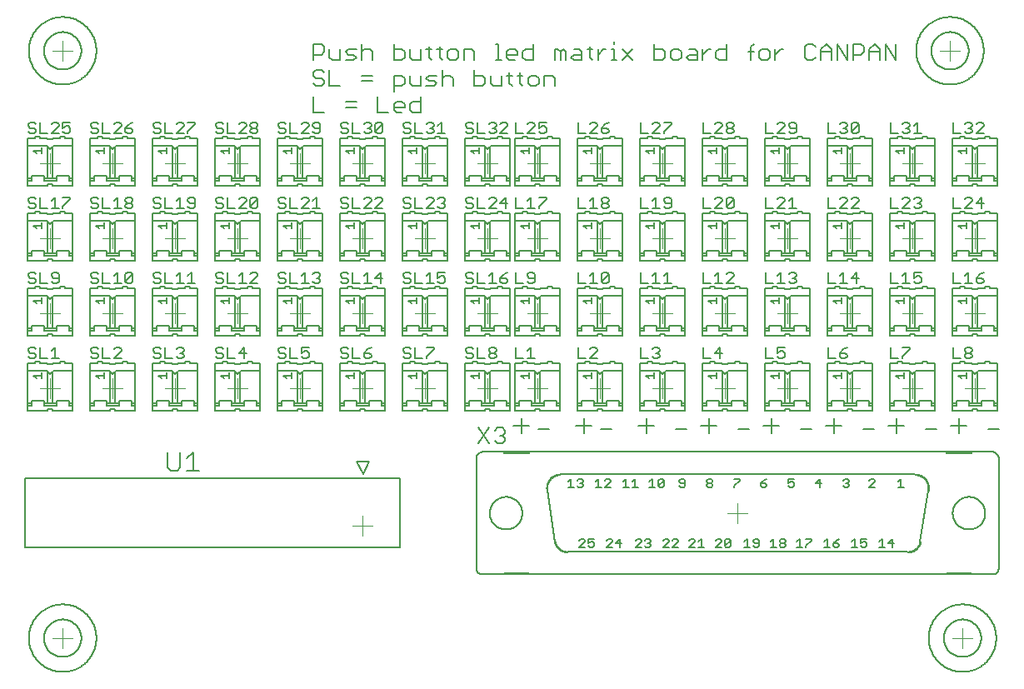
<source format=gto>
G75*
%MOIN*%
%OFA0B0*%
%FSLAX25Y25*%
%IPPOS*%
%LPD*%
%AMOC8*
5,1,8,0,0,1.08239X$1,22.5*
%
%ADD10C,0.00800*%
%ADD11C,0.00600*%
%ADD12C,0.00500*%
%ADD13C,0.00000*%
%ADD14C,0.00060*%
%ADD15C,0.00700*%
D10*
X0014320Y0021800D02*
X0014322Y0021984D01*
X0014329Y0022167D01*
X0014340Y0022350D01*
X0014356Y0022533D01*
X0014376Y0022716D01*
X0014401Y0022898D01*
X0014430Y0023079D01*
X0014464Y0023259D01*
X0014502Y0023439D01*
X0014544Y0023617D01*
X0014591Y0023795D01*
X0014642Y0023971D01*
X0014698Y0024146D01*
X0014757Y0024320D01*
X0014821Y0024492D01*
X0014889Y0024662D01*
X0014962Y0024831D01*
X0015038Y0024998D01*
X0015119Y0025163D01*
X0015203Y0025326D01*
X0015292Y0025487D01*
X0015384Y0025645D01*
X0015480Y0025802D01*
X0015581Y0025956D01*
X0015684Y0026107D01*
X0015792Y0026256D01*
X0015903Y0026402D01*
X0016018Y0026545D01*
X0016136Y0026686D01*
X0016258Y0026823D01*
X0016383Y0026958D01*
X0016511Y0027089D01*
X0016642Y0027217D01*
X0016777Y0027342D01*
X0016914Y0027464D01*
X0017055Y0027582D01*
X0017198Y0027697D01*
X0017344Y0027808D01*
X0017493Y0027916D01*
X0017644Y0028019D01*
X0017798Y0028120D01*
X0017955Y0028216D01*
X0018113Y0028308D01*
X0018274Y0028397D01*
X0018437Y0028481D01*
X0018602Y0028562D01*
X0018769Y0028638D01*
X0018938Y0028711D01*
X0019108Y0028779D01*
X0019280Y0028843D01*
X0019454Y0028902D01*
X0019629Y0028958D01*
X0019805Y0029009D01*
X0019983Y0029056D01*
X0020161Y0029098D01*
X0020341Y0029136D01*
X0020521Y0029170D01*
X0020702Y0029199D01*
X0020884Y0029224D01*
X0021067Y0029244D01*
X0021250Y0029260D01*
X0021433Y0029271D01*
X0021616Y0029278D01*
X0021800Y0029280D01*
X0021984Y0029278D01*
X0022167Y0029271D01*
X0022350Y0029260D01*
X0022533Y0029244D01*
X0022716Y0029224D01*
X0022898Y0029199D01*
X0023079Y0029170D01*
X0023259Y0029136D01*
X0023439Y0029098D01*
X0023617Y0029056D01*
X0023795Y0029009D01*
X0023971Y0028958D01*
X0024146Y0028902D01*
X0024320Y0028843D01*
X0024492Y0028779D01*
X0024662Y0028711D01*
X0024831Y0028638D01*
X0024998Y0028562D01*
X0025163Y0028481D01*
X0025326Y0028397D01*
X0025487Y0028308D01*
X0025645Y0028216D01*
X0025802Y0028120D01*
X0025956Y0028019D01*
X0026107Y0027916D01*
X0026256Y0027808D01*
X0026402Y0027697D01*
X0026545Y0027582D01*
X0026686Y0027464D01*
X0026823Y0027342D01*
X0026958Y0027217D01*
X0027089Y0027089D01*
X0027217Y0026958D01*
X0027342Y0026823D01*
X0027464Y0026686D01*
X0027582Y0026545D01*
X0027697Y0026402D01*
X0027808Y0026256D01*
X0027916Y0026107D01*
X0028019Y0025956D01*
X0028120Y0025802D01*
X0028216Y0025645D01*
X0028308Y0025487D01*
X0028397Y0025326D01*
X0028481Y0025163D01*
X0028562Y0024998D01*
X0028638Y0024831D01*
X0028711Y0024662D01*
X0028779Y0024492D01*
X0028843Y0024320D01*
X0028902Y0024146D01*
X0028958Y0023971D01*
X0029009Y0023795D01*
X0029056Y0023617D01*
X0029098Y0023439D01*
X0029136Y0023259D01*
X0029170Y0023079D01*
X0029199Y0022898D01*
X0029224Y0022716D01*
X0029244Y0022533D01*
X0029260Y0022350D01*
X0029271Y0022167D01*
X0029278Y0021984D01*
X0029280Y0021800D01*
X0029278Y0021616D01*
X0029271Y0021433D01*
X0029260Y0021250D01*
X0029244Y0021067D01*
X0029224Y0020884D01*
X0029199Y0020702D01*
X0029170Y0020521D01*
X0029136Y0020341D01*
X0029098Y0020161D01*
X0029056Y0019983D01*
X0029009Y0019805D01*
X0028958Y0019629D01*
X0028902Y0019454D01*
X0028843Y0019280D01*
X0028779Y0019108D01*
X0028711Y0018938D01*
X0028638Y0018769D01*
X0028562Y0018602D01*
X0028481Y0018437D01*
X0028397Y0018274D01*
X0028308Y0018113D01*
X0028216Y0017955D01*
X0028120Y0017798D01*
X0028019Y0017644D01*
X0027916Y0017493D01*
X0027808Y0017344D01*
X0027697Y0017198D01*
X0027582Y0017055D01*
X0027464Y0016914D01*
X0027342Y0016777D01*
X0027217Y0016642D01*
X0027089Y0016511D01*
X0026958Y0016383D01*
X0026823Y0016258D01*
X0026686Y0016136D01*
X0026545Y0016018D01*
X0026402Y0015903D01*
X0026256Y0015792D01*
X0026107Y0015684D01*
X0025956Y0015581D01*
X0025802Y0015480D01*
X0025645Y0015384D01*
X0025487Y0015292D01*
X0025326Y0015203D01*
X0025163Y0015119D01*
X0024998Y0015038D01*
X0024831Y0014962D01*
X0024662Y0014889D01*
X0024492Y0014821D01*
X0024320Y0014757D01*
X0024146Y0014698D01*
X0023971Y0014642D01*
X0023795Y0014591D01*
X0023617Y0014544D01*
X0023439Y0014502D01*
X0023259Y0014464D01*
X0023079Y0014430D01*
X0022898Y0014401D01*
X0022716Y0014376D01*
X0022533Y0014356D01*
X0022350Y0014340D01*
X0022167Y0014329D01*
X0021984Y0014322D01*
X0021800Y0014320D01*
X0021616Y0014322D01*
X0021433Y0014329D01*
X0021250Y0014340D01*
X0021067Y0014356D01*
X0020884Y0014376D01*
X0020702Y0014401D01*
X0020521Y0014430D01*
X0020341Y0014464D01*
X0020161Y0014502D01*
X0019983Y0014544D01*
X0019805Y0014591D01*
X0019629Y0014642D01*
X0019454Y0014698D01*
X0019280Y0014757D01*
X0019108Y0014821D01*
X0018938Y0014889D01*
X0018769Y0014962D01*
X0018602Y0015038D01*
X0018437Y0015119D01*
X0018274Y0015203D01*
X0018113Y0015292D01*
X0017955Y0015384D01*
X0017798Y0015480D01*
X0017644Y0015581D01*
X0017493Y0015684D01*
X0017344Y0015792D01*
X0017198Y0015903D01*
X0017055Y0016018D01*
X0016914Y0016136D01*
X0016777Y0016258D01*
X0016642Y0016383D01*
X0016511Y0016511D01*
X0016383Y0016642D01*
X0016258Y0016777D01*
X0016136Y0016914D01*
X0016018Y0017055D01*
X0015903Y0017198D01*
X0015792Y0017344D01*
X0015684Y0017493D01*
X0015581Y0017644D01*
X0015480Y0017798D01*
X0015384Y0017955D01*
X0015292Y0018113D01*
X0015203Y0018274D01*
X0015119Y0018437D01*
X0015038Y0018602D01*
X0014962Y0018769D01*
X0014889Y0018938D01*
X0014821Y0019108D01*
X0014757Y0019280D01*
X0014698Y0019454D01*
X0014642Y0019629D01*
X0014591Y0019805D01*
X0014544Y0019983D01*
X0014502Y0020161D01*
X0014464Y0020341D01*
X0014430Y0020521D01*
X0014401Y0020702D01*
X0014376Y0020884D01*
X0014356Y0021067D01*
X0014340Y0021250D01*
X0014329Y0021433D01*
X0014322Y0021616D01*
X0014320Y0021800D01*
X0065134Y0088700D02*
X0067603Y0088700D01*
X0068838Y0089934D01*
X0068838Y0096106D01*
X0071450Y0093638D02*
X0073919Y0096106D01*
X0073919Y0088700D01*
X0071450Y0088700D02*
X0076388Y0088700D01*
X0065134Y0088700D02*
X0063900Y0089934D01*
X0063900Y0096106D01*
X0202200Y0106804D02*
X0208339Y0106804D01*
X0205269Y0109873D02*
X0205269Y0103735D01*
X0227200Y0106804D02*
X0233339Y0106804D01*
X0230269Y0109873D02*
X0230269Y0103735D01*
X0252200Y0106804D02*
X0258339Y0106804D01*
X0255269Y0109873D02*
X0255269Y0103735D01*
X0277200Y0106804D02*
X0283339Y0106804D01*
X0280269Y0109873D02*
X0280269Y0103735D01*
X0302200Y0106804D02*
X0308339Y0106804D01*
X0305269Y0109873D02*
X0305269Y0103735D01*
X0327200Y0106804D02*
X0333339Y0106804D01*
X0330269Y0109873D02*
X0330269Y0103735D01*
X0352200Y0106804D02*
X0358339Y0106804D01*
X0355269Y0109873D02*
X0355269Y0103735D01*
X0377200Y0106804D02*
X0383339Y0106804D01*
X0380269Y0109873D02*
X0380269Y0103735D01*
X0374320Y0021800D02*
X0374322Y0021984D01*
X0374329Y0022167D01*
X0374340Y0022350D01*
X0374356Y0022533D01*
X0374376Y0022716D01*
X0374401Y0022898D01*
X0374430Y0023079D01*
X0374464Y0023259D01*
X0374502Y0023439D01*
X0374544Y0023617D01*
X0374591Y0023795D01*
X0374642Y0023971D01*
X0374698Y0024146D01*
X0374757Y0024320D01*
X0374821Y0024492D01*
X0374889Y0024662D01*
X0374962Y0024831D01*
X0375038Y0024998D01*
X0375119Y0025163D01*
X0375203Y0025326D01*
X0375292Y0025487D01*
X0375384Y0025645D01*
X0375480Y0025802D01*
X0375581Y0025956D01*
X0375684Y0026107D01*
X0375792Y0026256D01*
X0375903Y0026402D01*
X0376018Y0026545D01*
X0376136Y0026686D01*
X0376258Y0026823D01*
X0376383Y0026958D01*
X0376511Y0027089D01*
X0376642Y0027217D01*
X0376777Y0027342D01*
X0376914Y0027464D01*
X0377055Y0027582D01*
X0377198Y0027697D01*
X0377344Y0027808D01*
X0377493Y0027916D01*
X0377644Y0028019D01*
X0377798Y0028120D01*
X0377955Y0028216D01*
X0378113Y0028308D01*
X0378274Y0028397D01*
X0378437Y0028481D01*
X0378602Y0028562D01*
X0378769Y0028638D01*
X0378938Y0028711D01*
X0379108Y0028779D01*
X0379280Y0028843D01*
X0379454Y0028902D01*
X0379629Y0028958D01*
X0379805Y0029009D01*
X0379983Y0029056D01*
X0380161Y0029098D01*
X0380341Y0029136D01*
X0380521Y0029170D01*
X0380702Y0029199D01*
X0380884Y0029224D01*
X0381067Y0029244D01*
X0381250Y0029260D01*
X0381433Y0029271D01*
X0381616Y0029278D01*
X0381800Y0029280D01*
X0381984Y0029278D01*
X0382167Y0029271D01*
X0382350Y0029260D01*
X0382533Y0029244D01*
X0382716Y0029224D01*
X0382898Y0029199D01*
X0383079Y0029170D01*
X0383259Y0029136D01*
X0383439Y0029098D01*
X0383617Y0029056D01*
X0383795Y0029009D01*
X0383971Y0028958D01*
X0384146Y0028902D01*
X0384320Y0028843D01*
X0384492Y0028779D01*
X0384662Y0028711D01*
X0384831Y0028638D01*
X0384998Y0028562D01*
X0385163Y0028481D01*
X0385326Y0028397D01*
X0385487Y0028308D01*
X0385645Y0028216D01*
X0385802Y0028120D01*
X0385956Y0028019D01*
X0386107Y0027916D01*
X0386256Y0027808D01*
X0386402Y0027697D01*
X0386545Y0027582D01*
X0386686Y0027464D01*
X0386823Y0027342D01*
X0386958Y0027217D01*
X0387089Y0027089D01*
X0387217Y0026958D01*
X0387342Y0026823D01*
X0387464Y0026686D01*
X0387582Y0026545D01*
X0387697Y0026402D01*
X0387808Y0026256D01*
X0387916Y0026107D01*
X0388019Y0025956D01*
X0388120Y0025802D01*
X0388216Y0025645D01*
X0388308Y0025487D01*
X0388397Y0025326D01*
X0388481Y0025163D01*
X0388562Y0024998D01*
X0388638Y0024831D01*
X0388711Y0024662D01*
X0388779Y0024492D01*
X0388843Y0024320D01*
X0388902Y0024146D01*
X0388958Y0023971D01*
X0389009Y0023795D01*
X0389056Y0023617D01*
X0389098Y0023439D01*
X0389136Y0023259D01*
X0389170Y0023079D01*
X0389199Y0022898D01*
X0389224Y0022716D01*
X0389244Y0022533D01*
X0389260Y0022350D01*
X0389271Y0022167D01*
X0389278Y0021984D01*
X0389280Y0021800D01*
X0389278Y0021616D01*
X0389271Y0021433D01*
X0389260Y0021250D01*
X0389244Y0021067D01*
X0389224Y0020884D01*
X0389199Y0020702D01*
X0389170Y0020521D01*
X0389136Y0020341D01*
X0389098Y0020161D01*
X0389056Y0019983D01*
X0389009Y0019805D01*
X0388958Y0019629D01*
X0388902Y0019454D01*
X0388843Y0019280D01*
X0388779Y0019108D01*
X0388711Y0018938D01*
X0388638Y0018769D01*
X0388562Y0018602D01*
X0388481Y0018437D01*
X0388397Y0018274D01*
X0388308Y0018113D01*
X0388216Y0017955D01*
X0388120Y0017798D01*
X0388019Y0017644D01*
X0387916Y0017493D01*
X0387808Y0017344D01*
X0387697Y0017198D01*
X0387582Y0017055D01*
X0387464Y0016914D01*
X0387342Y0016777D01*
X0387217Y0016642D01*
X0387089Y0016511D01*
X0386958Y0016383D01*
X0386823Y0016258D01*
X0386686Y0016136D01*
X0386545Y0016018D01*
X0386402Y0015903D01*
X0386256Y0015792D01*
X0386107Y0015684D01*
X0385956Y0015581D01*
X0385802Y0015480D01*
X0385645Y0015384D01*
X0385487Y0015292D01*
X0385326Y0015203D01*
X0385163Y0015119D01*
X0384998Y0015038D01*
X0384831Y0014962D01*
X0384662Y0014889D01*
X0384492Y0014821D01*
X0384320Y0014757D01*
X0384146Y0014698D01*
X0383971Y0014642D01*
X0383795Y0014591D01*
X0383617Y0014544D01*
X0383439Y0014502D01*
X0383259Y0014464D01*
X0383079Y0014430D01*
X0382898Y0014401D01*
X0382716Y0014376D01*
X0382533Y0014356D01*
X0382350Y0014340D01*
X0382167Y0014329D01*
X0381984Y0014322D01*
X0381800Y0014320D01*
X0381616Y0014322D01*
X0381433Y0014329D01*
X0381250Y0014340D01*
X0381067Y0014356D01*
X0380884Y0014376D01*
X0380702Y0014401D01*
X0380521Y0014430D01*
X0380341Y0014464D01*
X0380161Y0014502D01*
X0379983Y0014544D01*
X0379805Y0014591D01*
X0379629Y0014642D01*
X0379454Y0014698D01*
X0379280Y0014757D01*
X0379108Y0014821D01*
X0378938Y0014889D01*
X0378769Y0014962D01*
X0378602Y0015038D01*
X0378437Y0015119D01*
X0378274Y0015203D01*
X0378113Y0015292D01*
X0377955Y0015384D01*
X0377798Y0015480D01*
X0377644Y0015581D01*
X0377493Y0015684D01*
X0377344Y0015792D01*
X0377198Y0015903D01*
X0377055Y0016018D01*
X0376914Y0016136D01*
X0376777Y0016258D01*
X0376642Y0016383D01*
X0376511Y0016511D01*
X0376383Y0016642D01*
X0376258Y0016777D01*
X0376136Y0016914D01*
X0376018Y0017055D01*
X0375903Y0017198D01*
X0375792Y0017344D01*
X0375684Y0017493D01*
X0375581Y0017644D01*
X0375480Y0017798D01*
X0375384Y0017955D01*
X0375292Y0018113D01*
X0375203Y0018274D01*
X0375119Y0018437D01*
X0375038Y0018602D01*
X0374962Y0018769D01*
X0374889Y0018938D01*
X0374821Y0019108D01*
X0374757Y0019280D01*
X0374698Y0019454D01*
X0374642Y0019629D01*
X0374591Y0019805D01*
X0374544Y0019983D01*
X0374502Y0020161D01*
X0374464Y0020341D01*
X0374430Y0020521D01*
X0374401Y0020702D01*
X0374376Y0020884D01*
X0374356Y0021067D01*
X0374340Y0021250D01*
X0374329Y0021433D01*
X0374322Y0021616D01*
X0374320Y0021800D01*
X0369320Y0256800D02*
X0369322Y0256984D01*
X0369329Y0257167D01*
X0369340Y0257350D01*
X0369356Y0257533D01*
X0369376Y0257716D01*
X0369401Y0257898D01*
X0369430Y0258079D01*
X0369464Y0258259D01*
X0369502Y0258439D01*
X0369544Y0258617D01*
X0369591Y0258795D01*
X0369642Y0258971D01*
X0369698Y0259146D01*
X0369757Y0259320D01*
X0369821Y0259492D01*
X0369889Y0259662D01*
X0369962Y0259831D01*
X0370038Y0259998D01*
X0370119Y0260163D01*
X0370203Y0260326D01*
X0370292Y0260487D01*
X0370384Y0260645D01*
X0370480Y0260802D01*
X0370581Y0260956D01*
X0370684Y0261107D01*
X0370792Y0261256D01*
X0370903Y0261402D01*
X0371018Y0261545D01*
X0371136Y0261686D01*
X0371258Y0261823D01*
X0371383Y0261958D01*
X0371511Y0262089D01*
X0371642Y0262217D01*
X0371777Y0262342D01*
X0371914Y0262464D01*
X0372055Y0262582D01*
X0372198Y0262697D01*
X0372344Y0262808D01*
X0372493Y0262916D01*
X0372644Y0263019D01*
X0372798Y0263120D01*
X0372955Y0263216D01*
X0373113Y0263308D01*
X0373274Y0263397D01*
X0373437Y0263481D01*
X0373602Y0263562D01*
X0373769Y0263638D01*
X0373938Y0263711D01*
X0374108Y0263779D01*
X0374280Y0263843D01*
X0374454Y0263902D01*
X0374629Y0263958D01*
X0374805Y0264009D01*
X0374983Y0264056D01*
X0375161Y0264098D01*
X0375341Y0264136D01*
X0375521Y0264170D01*
X0375702Y0264199D01*
X0375884Y0264224D01*
X0376067Y0264244D01*
X0376250Y0264260D01*
X0376433Y0264271D01*
X0376616Y0264278D01*
X0376800Y0264280D01*
X0376984Y0264278D01*
X0377167Y0264271D01*
X0377350Y0264260D01*
X0377533Y0264244D01*
X0377716Y0264224D01*
X0377898Y0264199D01*
X0378079Y0264170D01*
X0378259Y0264136D01*
X0378439Y0264098D01*
X0378617Y0264056D01*
X0378795Y0264009D01*
X0378971Y0263958D01*
X0379146Y0263902D01*
X0379320Y0263843D01*
X0379492Y0263779D01*
X0379662Y0263711D01*
X0379831Y0263638D01*
X0379998Y0263562D01*
X0380163Y0263481D01*
X0380326Y0263397D01*
X0380487Y0263308D01*
X0380645Y0263216D01*
X0380802Y0263120D01*
X0380956Y0263019D01*
X0381107Y0262916D01*
X0381256Y0262808D01*
X0381402Y0262697D01*
X0381545Y0262582D01*
X0381686Y0262464D01*
X0381823Y0262342D01*
X0381958Y0262217D01*
X0382089Y0262089D01*
X0382217Y0261958D01*
X0382342Y0261823D01*
X0382464Y0261686D01*
X0382582Y0261545D01*
X0382697Y0261402D01*
X0382808Y0261256D01*
X0382916Y0261107D01*
X0383019Y0260956D01*
X0383120Y0260802D01*
X0383216Y0260645D01*
X0383308Y0260487D01*
X0383397Y0260326D01*
X0383481Y0260163D01*
X0383562Y0259998D01*
X0383638Y0259831D01*
X0383711Y0259662D01*
X0383779Y0259492D01*
X0383843Y0259320D01*
X0383902Y0259146D01*
X0383958Y0258971D01*
X0384009Y0258795D01*
X0384056Y0258617D01*
X0384098Y0258439D01*
X0384136Y0258259D01*
X0384170Y0258079D01*
X0384199Y0257898D01*
X0384224Y0257716D01*
X0384244Y0257533D01*
X0384260Y0257350D01*
X0384271Y0257167D01*
X0384278Y0256984D01*
X0384280Y0256800D01*
X0384278Y0256616D01*
X0384271Y0256433D01*
X0384260Y0256250D01*
X0384244Y0256067D01*
X0384224Y0255884D01*
X0384199Y0255702D01*
X0384170Y0255521D01*
X0384136Y0255341D01*
X0384098Y0255161D01*
X0384056Y0254983D01*
X0384009Y0254805D01*
X0383958Y0254629D01*
X0383902Y0254454D01*
X0383843Y0254280D01*
X0383779Y0254108D01*
X0383711Y0253938D01*
X0383638Y0253769D01*
X0383562Y0253602D01*
X0383481Y0253437D01*
X0383397Y0253274D01*
X0383308Y0253113D01*
X0383216Y0252955D01*
X0383120Y0252798D01*
X0383019Y0252644D01*
X0382916Y0252493D01*
X0382808Y0252344D01*
X0382697Y0252198D01*
X0382582Y0252055D01*
X0382464Y0251914D01*
X0382342Y0251777D01*
X0382217Y0251642D01*
X0382089Y0251511D01*
X0381958Y0251383D01*
X0381823Y0251258D01*
X0381686Y0251136D01*
X0381545Y0251018D01*
X0381402Y0250903D01*
X0381256Y0250792D01*
X0381107Y0250684D01*
X0380956Y0250581D01*
X0380802Y0250480D01*
X0380645Y0250384D01*
X0380487Y0250292D01*
X0380326Y0250203D01*
X0380163Y0250119D01*
X0379998Y0250038D01*
X0379831Y0249962D01*
X0379662Y0249889D01*
X0379492Y0249821D01*
X0379320Y0249757D01*
X0379146Y0249698D01*
X0378971Y0249642D01*
X0378795Y0249591D01*
X0378617Y0249544D01*
X0378439Y0249502D01*
X0378259Y0249464D01*
X0378079Y0249430D01*
X0377898Y0249401D01*
X0377716Y0249376D01*
X0377533Y0249356D01*
X0377350Y0249340D01*
X0377167Y0249329D01*
X0376984Y0249322D01*
X0376800Y0249320D01*
X0376616Y0249322D01*
X0376433Y0249329D01*
X0376250Y0249340D01*
X0376067Y0249356D01*
X0375884Y0249376D01*
X0375702Y0249401D01*
X0375521Y0249430D01*
X0375341Y0249464D01*
X0375161Y0249502D01*
X0374983Y0249544D01*
X0374805Y0249591D01*
X0374629Y0249642D01*
X0374454Y0249698D01*
X0374280Y0249757D01*
X0374108Y0249821D01*
X0373938Y0249889D01*
X0373769Y0249962D01*
X0373602Y0250038D01*
X0373437Y0250119D01*
X0373274Y0250203D01*
X0373113Y0250292D01*
X0372955Y0250384D01*
X0372798Y0250480D01*
X0372644Y0250581D01*
X0372493Y0250684D01*
X0372344Y0250792D01*
X0372198Y0250903D01*
X0372055Y0251018D01*
X0371914Y0251136D01*
X0371777Y0251258D01*
X0371642Y0251383D01*
X0371511Y0251511D01*
X0371383Y0251642D01*
X0371258Y0251777D01*
X0371136Y0251914D01*
X0371018Y0252055D01*
X0370903Y0252198D01*
X0370792Y0252344D01*
X0370684Y0252493D01*
X0370581Y0252644D01*
X0370480Y0252798D01*
X0370384Y0252955D01*
X0370292Y0253113D01*
X0370203Y0253274D01*
X0370119Y0253437D01*
X0370038Y0253602D01*
X0369962Y0253769D01*
X0369889Y0253938D01*
X0369821Y0254108D01*
X0369757Y0254280D01*
X0369698Y0254454D01*
X0369642Y0254629D01*
X0369591Y0254805D01*
X0369544Y0254983D01*
X0369502Y0255161D01*
X0369464Y0255341D01*
X0369430Y0255521D01*
X0369401Y0255702D01*
X0369376Y0255884D01*
X0369356Y0256067D01*
X0369340Y0256250D01*
X0369329Y0256433D01*
X0369322Y0256616D01*
X0369320Y0256800D01*
X0014320Y0256800D02*
X0014322Y0256984D01*
X0014329Y0257167D01*
X0014340Y0257350D01*
X0014356Y0257533D01*
X0014376Y0257716D01*
X0014401Y0257898D01*
X0014430Y0258079D01*
X0014464Y0258259D01*
X0014502Y0258439D01*
X0014544Y0258617D01*
X0014591Y0258795D01*
X0014642Y0258971D01*
X0014698Y0259146D01*
X0014757Y0259320D01*
X0014821Y0259492D01*
X0014889Y0259662D01*
X0014962Y0259831D01*
X0015038Y0259998D01*
X0015119Y0260163D01*
X0015203Y0260326D01*
X0015292Y0260487D01*
X0015384Y0260645D01*
X0015480Y0260802D01*
X0015581Y0260956D01*
X0015684Y0261107D01*
X0015792Y0261256D01*
X0015903Y0261402D01*
X0016018Y0261545D01*
X0016136Y0261686D01*
X0016258Y0261823D01*
X0016383Y0261958D01*
X0016511Y0262089D01*
X0016642Y0262217D01*
X0016777Y0262342D01*
X0016914Y0262464D01*
X0017055Y0262582D01*
X0017198Y0262697D01*
X0017344Y0262808D01*
X0017493Y0262916D01*
X0017644Y0263019D01*
X0017798Y0263120D01*
X0017955Y0263216D01*
X0018113Y0263308D01*
X0018274Y0263397D01*
X0018437Y0263481D01*
X0018602Y0263562D01*
X0018769Y0263638D01*
X0018938Y0263711D01*
X0019108Y0263779D01*
X0019280Y0263843D01*
X0019454Y0263902D01*
X0019629Y0263958D01*
X0019805Y0264009D01*
X0019983Y0264056D01*
X0020161Y0264098D01*
X0020341Y0264136D01*
X0020521Y0264170D01*
X0020702Y0264199D01*
X0020884Y0264224D01*
X0021067Y0264244D01*
X0021250Y0264260D01*
X0021433Y0264271D01*
X0021616Y0264278D01*
X0021800Y0264280D01*
X0021984Y0264278D01*
X0022167Y0264271D01*
X0022350Y0264260D01*
X0022533Y0264244D01*
X0022716Y0264224D01*
X0022898Y0264199D01*
X0023079Y0264170D01*
X0023259Y0264136D01*
X0023439Y0264098D01*
X0023617Y0264056D01*
X0023795Y0264009D01*
X0023971Y0263958D01*
X0024146Y0263902D01*
X0024320Y0263843D01*
X0024492Y0263779D01*
X0024662Y0263711D01*
X0024831Y0263638D01*
X0024998Y0263562D01*
X0025163Y0263481D01*
X0025326Y0263397D01*
X0025487Y0263308D01*
X0025645Y0263216D01*
X0025802Y0263120D01*
X0025956Y0263019D01*
X0026107Y0262916D01*
X0026256Y0262808D01*
X0026402Y0262697D01*
X0026545Y0262582D01*
X0026686Y0262464D01*
X0026823Y0262342D01*
X0026958Y0262217D01*
X0027089Y0262089D01*
X0027217Y0261958D01*
X0027342Y0261823D01*
X0027464Y0261686D01*
X0027582Y0261545D01*
X0027697Y0261402D01*
X0027808Y0261256D01*
X0027916Y0261107D01*
X0028019Y0260956D01*
X0028120Y0260802D01*
X0028216Y0260645D01*
X0028308Y0260487D01*
X0028397Y0260326D01*
X0028481Y0260163D01*
X0028562Y0259998D01*
X0028638Y0259831D01*
X0028711Y0259662D01*
X0028779Y0259492D01*
X0028843Y0259320D01*
X0028902Y0259146D01*
X0028958Y0258971D01*
X0029009Y0258795D01*
X0029056Y0258617D01*
X0029098Y0258439D01*
X0029136Y0258259D01*
X0029170Y0258079D01*
X0029199Y0257898D01*
X0029224Y0257716D01*
X0029244Y0257533D01*
X0029260Y0257350D01*
X0029271Y0257167D01*
X0029278Y0256984D01*
X0029280Y0256800D01*
X0029278Y0256616D01*
X0029271Y0256433D01*
X0029260Y0256250D01*
X0029244Y0256067D01*
X0029224Y0255884D01*
X0029199Y0255702D01*
X0029170Y0255521D01*
X0029136Y0255341D01*
X0029098Y0255161D01*
X0029056Y0254983D01*
X0029009Y0254805D01*
X0028958Y0254629D01*
X0028902Y0254454D01*
X0028843Y0254280D01*
X0028779Y0254108D01*
X0028711Y0253938D01*
X0028638Y0253769D01*
X0028562Y0253602D01*
X0028481Y0253437D01*
X0028397Y0253274D01*
X0028308Y0253113D01*
X0028216Y0252955D01*
X0028120Y0252798D01*
X0028019Y0252644D01*
X0027916Y0252493D01*
X0027808Y0252344D01*
X0027697Y0252198D01*
X0027582Y0252055D01*
X0027464Y0251914D01*
X0027342Y0251777D01*
X0027217Y0251642D01*
X0027089Y0251511D01*
X0026958Y0251383D01*
X0026823Y0251258D01*
X0026686Y0251136D01*
X0026545Y0251018D01*
X0026402Y0250903D01*
X0026256Y0250792D01*
X0026107Y0250684D01*
X0025956Y0250581D01*
X0025802Y0250480D01*
X0025645Y0250384D01*
X0025487Y0250292D01*
X0025326Y0250203D01*
X0025163Y0250119D01*
X0024998Y0250038D01*
X0024831Y0249962D01*
X0024662Y0249889D01*
X0024492Y0249821D01*
X0024320Y0249757D01*
X0024146Y0249698D01*
X0023971Y0249642D01*
X0023795Y0249591D01*
X0023617Y0249544D01*
X0023439Y0249502D01*
X0023259Y0249464D01*
X0023079Y0249430D01*
X0022898Y0249401D01*
X0022716Y0249376D01*
X0022533Y0249356D01*
X0022350Y0249340D01*
X0022167Y0249329D01*
X0021984Y0249322D01*
X0021800Y0249320D01*
X0021616Y0249322D01*
X0021433Y0249329D01*
X0021250Y0249340D01*
X0021067Y0249356D01*
X0020884Y0249376D01*
X0020702Y0249401D01*
X0020521Y0249430D01*
X0020341Y0249464D01*
X0020161Y0249502D01*
X0019983Y0249544D01*
X0019805Y0249591D01*
X0019629Y0249642D01*
X0019454Y0249698D01*
X0019280Y0249757D01*
X0019108Y0249821D01*
X0018938Y0249889D01*
X0018769Y0249962D01*
X0018602Y0250038D01*
X0018437Y0250119D01*
X0018274Y0250203D01*
X0018113Y0250292D01*
X0017955Y0250384D01*
X0017798Y0250480D01*
X0017644Y0250581D01*
X0017493Y0250684D01*
X0017344Y0250792D01*
X0017198Y0250903D01*
X0017055Y0251018D01*
X0016914Y0251136D01*
X0016777Y0251258D01*
X0016642Y0251383D01*
X0016511Y0251511D01*
X0016383Y0251642D01*
X0016258Y0251777D01*
X0016136Y0251914D01*
X0016018Y0252055D01*
X0015903Y0252198D01*
X0015792Y0252344D01*
X0015684Y0252493D01*
X0015581Y0252644D01*
X0015480Y0252798D01*
X0015384Y0252955D01*
X0015292Y0253113D01*
X0015203Y0253274D01*
X0015119Y0253437D01*
X0015038Y0253602D01*
X0014962Y0253769D01*
X0014889Y0253938D01*
X0014821Y0254108D01*
X0014757Y0254280D01*
X0014698Y0254454D01*
X0014642Y0254629D01*
X0014591Y0254805D01*
X0014544Y0254983D01*
X0014502Y0255161D01*
X0014464Y0255341D01*
X0014430Y0255521D01*
X0014401Y0255702D01*
X0014376Y0255884D01*
X0014356Y0256067D01*
X0014340Y0256250D01*
X0014329Y0256433D01*
X0014322Y0256616D01*
X0014320Y0256800D01*
D11*
X0008300Y0256800D02*
X0008304Y0257131D01*
X0008316Y0257462D01*
X0008337Y0257793D01*
X0008365Y0258123D01*
X0008402Y0258453D01*
X0008446Y0258781D01*
X0008499Y0259108D01*
X0008559Y0259434D01*
X0008628Y0259758D01*
X0008705Y0260080D01*
X0008789Y0260401D01*
X0008881Y0260719D01*
X0008981Y0261035D01*
X0009089Y0261348D01*
X0009205Y0261659D01*
X0009328Y0261966D01*
X0009458Y0262271D01*
X0009596Y0262572D01*
X0009741Y0262870D01*
X0009894Y0263164D01*
X0010054Y0263454D01*
X0010221Y0263740D01*
X0010394Y0264022D01*
X0010575Y0264300D01*
X0010763Y0264573D01*
X0010957Y0264842D01*
X0011157Y0265106D01*
X0011364Y0265364D01*
X0011578Y0265618D01*
X0011797Y0265866D01*
X0012023Y0266109D01*
X0012254Y0266346D01*
X0012491Y0266577D01*
X0012734Y0266803D01*
X0012982Y0267022D01*
X0013236Y0267236D01*
X0013494Y0267443D01*
X0013758Y0267643D01*
X0014027Y0267837D01*
X0014300Y0268025D01*
X0014578Y0268206D01*
X0014860Y0268379D01*
X0015146Y0268546D01*
X0015436Y0268706D01*
X0015730Y0268859D01*
X0016028Y0269004D01*
X0016329Y0269142D01*
X0016634Y0269272D01*
X0016941Y0269395D01*
X0017252Y0269511D01*
X0017565Y0269619D01*
X0017881Y0269719D01*
X0018199Y0269811D01*
X0018520Y0269895D01*
X0018842Y0269972D01*
X0019166Y0270041D01*
X0019492Y0270101D01*
X0019819Y0270154D01*
X0020147Y0270198D01*
X0020477Y0270235D01*
X0020807Y0270263D01*
X0021138Y0270284D01*
X0021469Y0270296D01*
X0021800Y0270300D01*
X0022131Y0270296D01*
X0022462Y0270284D01*
X0022793Y0270263D01*
X0023123Y0270235D01*
X0023453Y0270198D01*
X0023781Y0270154D01*
X0024108Y0270101D01*
X0024434Y0270041D01*
X0024758Y0269972D01*
X0025080Y0269895D01*
X0025401Y0269811D01*
X0025719Y0269719D01*
X0026035Y0269619D01*
X0026348Y0269511D01*
X0026659Y0269395D01*
X0026966Y0269272D01*
X0027271Y0269142D01*
X0027572Y0269004D01*
X0027870Y0268859D01*
X0028164Y0268706D01*
X0028454Y0268546D01*
X0028740Y0268379D01*
X0029022Y0268206D01*
X0029300Y0268025D01*
X0029573Y0267837D01*
X0029842Y0267643D01*
X0030106Y0267443D01*
X0030364Y0267236D01*
X0030618Y0267022D01*
X0030866Y0266803D01*
X0031109Y0266577D01*
X0031346Y0266346D01*
X0031577Y0266109D01*
X0031803Y0265866D01*
X0032022Y0265618D01*
X0032236Y0265364D01*
X0032443Y0265106D01*
X0032643Y0264842D01*
X0032837Y0264573D01*
X0033025Y0264300D01*
X0033206Y0264022D01*
X0033379Y0263740D01*
X0033546Y0263454D01*
X0033706Y0263164D01*
X0033859Y0262870D01*
X0034004Y0262572D01*
X0034142Y0262271D01*
X0034272Y0261966D01*
X0034395Y0261659D01*
X0034511Y0261348D01*
X0034619Y0261035D01*
X0034719Y0260719D01*
X0034811Y0260401D01*
X0034895Y0260080D01*
X0034972Y0259758D01*
X0035041Y0259434D01*
X0035101Y0259108D01*
X0035154Y0258781D01*
X0035198Y0258453D01*
X0035235Y0258123D01*
X0035263Y0257793D01*
X0035284Y0257462D01*
X0035296Y0257131D01*
X0035300Y0256800D01*
X0035296Y0256469D01*
X0035284Y0256138D01*
X0035263Y0255807D01*
X0035235Y0255477D01*
X0035198Y0255147D01*
X0035154Y0254819D01*
X0035101Y0254492D01*
X0035041Y0254166D01*
X0034972Y0253842D01*
X0034895Y0253520D01*
X0034811Y0253199D01*
X0034719Y0252881D01*
X0034619Y0252565D01*
X0034511Y0252252D01*
X0034395Y0251941D01*
X0034272Y0251634D01*
X0034142Y0251329D01*
X0034004Y0251028D01*
X0033859Y0250730D01*
X0033706Y0250436D01*
X0033546Y0250146D01*
X0033379Y0249860D01*
X0033206Y0249578D01*
X0033025Y0249300D01*
X0032837Y0249027D01*
X0032643Y0248758D01*
X0032443Y0248494D01*
X0032236Y0248236D01*
X0032022Y0247982D01*
X0031803Y0247734D01*
X0031577Y0247491D01*
X0031346Y0247254D01*
X0031109Y0247023D01*
X0030866Y0246797D01*
X0030618Y0246578D01*
X0030364Y0246364D01*
X0030106Y0246157D01*
X0029842Y0245957D01*
X0029573Y0245763D01*
X0029300Y0245575D01*
X0029022Y0245394D01*
X0028740Y0245221D01*
X0028454Y0245054D01*
X0028164Y0244894D01*
X0027870Y0244741D01*
X0027572Y0244596D01*
X0027271Y0244458D01*
X0026966Y0244328D01*
X0026659Y0244205D01*
X0026348Y0244089D01*
X0026035Y0243981D01*
X0025719Y0243881D01*
X0025401Y0243789D01*
X0025080Y0243705D01*
X0024758Y0243628D01*
X0024434Y0243559D01*
X0024108Y0243499D01*
X0023781Y0243446D01*
X0023453Y0243402D01*
X0023123Y0243365D01*
X0022793Y0243337D01*
X0022462Y0243316D01*
X0022131Y0243304D01*
X0021800Y0243300D01*
X0021469Y0243304D01*
X0021138Y0243316D01*
X0020807Y0243337D01*
X0020477Y0243365D01*
X0020147Y0243402D01*
X0019819Y0243446D01*
X0019492Y0243499D01*
X0019166Y0243559D01*
X0018842Y0243628D01*
X0018520Y0243705D01*
X0018199Y0243789D01*
X0017881Y0243881D01*
X0017565Y0243981D01*
X0017252Y0244089D01*
X0016941Y0244205D01*
X0016634Y0244328D01*
X0016329Y0244458D01*
X0016028Y0244596D01*
X0015730Y0244741D01*
X0015436Y0244894D01*
X0015146Y0245054D01*
X0014860Y0245221D01*
X0014578Y0245394D01*
X0014300Y0245575D01*
X0014027Y0245763D01*
X0013758Y0245957D01*
X0013494Y0246157D01*
X0013236Y0246364D01*
X0012982Y0246578D01*
X0012734Y0246797D01*
X0012491Y0247023D01*
X0012254Y0247254D01*
X0012023Y0247491D01*
X0011797Y0247734D01*
X0011578Y0247982D01*
X0011364Y0248236D01*
X0011157Y0248494D01*
X0010957Y0248758D01*
X0010763Y0249027D01*
X0010575Y0249300D01*
X0010394Y0249578D01*
X0010221Y0249860D01*
X0010054Y0250146D01*
X0009894Y0250436D01*
X0009741Y0250730D01*
X0009596Y0251028D01*
X0009458Y0251329D01*
X0009328Y0251634D01*
X0009205Y0251941D01*
X0009089Y0252252D01*
X0008981Y0252565D01*
X0008881Y0252881D01*
X0008789Y0253199D01*
X0008705Y0253520D01*
X0008628Y0253842D01*
X0008559Y0254166D01*
X0008499Y0254492D01*
X0008446Y0254819D01*
X0008402Y0255147D01*
X0008365Y0255477D01*
X0008337Y0255807D01*
X0008316Y0256138D01*
X0008304Y0256469D01*
X0008300Y0256800D01*
X0010800Y0222300D02*
X0012800Y0222300D01*
X0012800Y0221800D01*
X0015800Y0221800D01*
X0015800Y0221300D01*
X0017800Y0221300D01*
X0017800Y0221800D01*
X0020800Y0221800D01*
X0020800Y0222300D01*
X0022800Y0222300D01*
X0022800Y0221800D01*
X0025800Y0221800D01*
X0025800Y0218800D01*
X0025800Y0205800D01*
X0025800Y0204800D01*
X0024300Y0204800D01*
X0024300Y0205800D01*
X0024300Y0206800D01*
X0019300Y0206800D01*
X0019300Y0205800D01*
X0017800Y0205800D01*
X0015800Y0205800D01*
X0015800Y0218300D01*
X0016800Y0217300D01*
X0017800Y0218300D01*
X0017800Y0205800D01*
X0019300Y0205800D02*
X0019300Y0204800D01*
X0014300Y0204800D01*
X0014300Y0205800D01*
X0015800Y0205800D01*
X0014300Y0205800D02*
X0014300Y0206800D01*
X0009300Y0206800D01*
X0009300Y0205800D01*
X0007800Y0205800D01*
X0007800Y0204800D01*
X0009300Y0204800D01*
X0009300Y0205800D01*
X0007800Y0205800D02*
X0007800Y0218800D01*
X0015300Y0218800D01*
X0015800Y0218300D01*
X0017800Y0218300D02*
X0018300Y0218800D01*
X0025800Y0218800D01*
X0032800Y0218800D02*
X0032800Y0205800D01*
X0032800Y0204800D01*
X0034300Y0204800D01*
X0034300Y0205800D01*
X0034300Y0206800D01*
X0039300Y0206800D01*
X0039300Y0205800D01*
X0040800Y0205800D01*
X0040800Y0218300D01*
X0041800Y0217300D01*
X0042800Y0218300D01*
X0042800Y0205800D01*
X0040800Y0205800D01*
X0039300Y0205800D02*
X0039300Y0204800D01*
X0044300Y0204800D01*
X0044300Y0205800D01*
X0042800Y0205800D01*
X0044300Y0205800D02*
X0044300Y0206800D01*
X0049300Y0206800D01*
X0049300Y0205800D01*
X0050800Y0205800D01*
X0050800Y0204800D01*
X0049300Y0204800D01*
X0049300Y0205800D01*
X0050800Y0205800D02*
X0050800Y0218800D01*
X0050800Y0221800D01*
X0047800Y0221800D01*
X0047800Y0222300D01*
X0045800Y0222300D01*
X0045800Y0221800D01*
X0042800Y0221800D01*
X0042800Y0221300D01*
X0040800Y0221300D01*
X0040800Y0221800D01*
X0037800Y0221800D01*
X0037800Y0222300D01*
X0035800Y0222300D01*
X0035800Y0221800D01*
X0032800Y0221800D01*
X0032800Y0218800D01*
X0040300Y0218800D01*
X0040800Y0218300D01*
X0042800Y0218300D02*
X0043300Y0218800D01*
X0050800Y0218800D01*
X0057800Y0218800D02*
X0057800Y0205800D01*
X0057800Y0204800D01*
X0059300Y0204800D01*
X0059300Y0205800D01*
X0059300Y0206800D01*
X0064300Y0206800D01*
X0064300Y0205800D01*
X0065800Y0205800D01*
X0065800Y0218300D01*
X0066800Y0217300D01*
X0067800Y0218300D01*
X0067800Y0205800D01*
X0065800Y0205800D01*
X0064300Y0205800D02*
X0064300Y0204800D01*
X0069300Y0204800D01*
X0069300Y0205800D01*
X0067800Y0205800D01*
X0069300Y0205800D02*
X0069300Y0206800D01*
X0074300Y0206800D01*
X0074300Y0205800D01*
X0075800Y0205800D01*
X0075800Y0204800D01*
X0074300Y0204800D01*
X0074300Y0205800D01*
X0075800Y0205800D02*
X0075800Y0218800D01*
X0075800Y0221800D01*
X0072800Y0221800D01*
X0072800Y0222300D01*
X0070800Y0222300D01*
X0070800Y0221800D01*
X0067800Y0221800D01*
X0067800Y0221300D01*
X0065800Y0221300D01*
X0065800Y0221800D01*
X0062800Y0221800D01*
X0062800Y0222300D01*
X0060800Y0222300D01*
X0060800Y0221800D01*
X0057800Y0221800D01*
X0057800Y0218800D01*
X0065300Y0218800D01*
X0065800Y0218300D01*
X0067800Y0218300D02*
X0068300Y0218800D01*
X0075800Y0218800D01*
X0082800Y0218800D02*
X0082800Y0205800D01*
X0082800Y0204800D01*
X0084300Y0204800D01*
X0084300Y0205800D01*
X0084300Y0206800D01*
X0089300Y0206800D01*
X0089300Y0205800D01*
X0090800Y0205800D01*
X0090800Y0218300D01*
X0091800Y0217300D01*
X0092800Y0218300D01*
X0092800Y0205800D01*
X0090800Y0205800D01*
X0089300Y0205800D02*
X0089300Y0204800D01*
X0094300Y0204800D01*
X0094300Y0205800D01*
X0092800Y0205800D01*
X0094300Y0205800D02*
X0094300Y0206800D01*
X0099300Y0206800D01*
X0099300Y0205800D01*
X0100800Y0205800D01*
X0100800Y0204800D01*
X0099300Y0204800D01*
X0099300Y0205800D01*
X0100800Y0205800D02*
X0100800Y0218800D01*
X0100800Y0221800D01*
X0097800Y0221800D01*
X0097800Y0222300D01*
X0095800Y0222300D01*
X0095800Y0221800D01*
X0092800Y0221800D01*
X0092800Y0221300D01*
X0090800Y0221300D01*
X0090800Y0221800D01*
X0087800Y0221800D01*
X0087800Y0222300D01*
X0085800Y0222300D01*
X0085800Y0221800D01*
X0082800Y0221800D01*
X0082800Y0218800D01*
X0090300Y0218800D01*
X0090800Y0218300D01*
X0092800Y0218300D02*
X0093300Y0218800D01*
X0100800Y0218800D01*
X0107800Y0218800D02*
X0107800Y0205800D01*
X0107800Y0204800D01*
X0109300Y0204800D01*
X0109300Y0205800D01*
X0109300Y0206800D01*
X0114300Y0206800D01*
X0114300Y0205800D01*
X0115800Y0205800D01*
X0115800Y0218300D01*
X0116800Y0217300D01*
X0117800Y0218300D01*
X0117800Y0205800D01*
X0115800Y0205800D01*
X0114300Y0205800D02*
X0114300Y0204800D01*
X0119300Y0204800D01*
X0119300Y0205800D01*
X0117800Y0205800D01*
X0119300Y0205800D02*
X0119300Y0206800D01*
X0124300Y0206800D01*
X0124300Y0205800D01*
X0125800Y0205800D01*
X0125800Y0204800D01*
X0124300Y0204800D01*
X0124300Y0205800D01*
X0125800Y0205800D02*
X0125800Y0218800D01*
X0125800Y0221800D01*
X0122800Y0221800D01*
X0122800Y0222300D01*
X0120800Y0222300D01*
X0120800Y0221800D01*
X0117800Y0221800D01*
X0117800Y0221300D01*
X0115800Y0221300D01*
X0115800Y0221800D01*
X0112800Y0221800D01*
X0112800Y0222300D01*
X0110800Y0222300D01*
X0110800Y0221800D01*
X0107800Y0221800D01*
X0107800Y0218800D01*
X0115300Y0218800D01*
X0115800Y0218300D01*
X0117800Y0218300D02*
X0118300Y0218800D01*
X0125800Y0218800D01*
X0132800Y0218800D02*
X0132800Y0221800D01*
X0135800Y0221800D01*
X0135800Y0222300D01*
X0137800Y0222300D01*
X0137800Y0221800D01*
X0140800Y0221800D01*
X0140800Y0221300D01*
X0142800Y0221300D01*
X0142800Y0221800D01*
X0145800Y0221800D01*
X0145800Y0222300D01*
X0147800Y0222300D01*
X0147800Y0221800D01*
X0150800Y0221800D01*
X0150800Y0218800D01*
X0150800Y0205800D01*
X0150800Y0204800D01*
X0149300Y0204800D01*
X0149300Y0205800D01*
X0149300Y0206800D01*
X0144300Y0206800D01*
X0144300Y0205800D01*
X0142800Y0205800D01*
X0140800Y0205800D01*
X0140800Y0218300D01*
X0141800Y0217300D01*
X0142800Y0218300D01*
X0142800Y0205800D01*
X0144300Y0205800D02*
X0144300Y0204800D01*
X0139300Y0204800D01*
X0139300Y0205800D01*
X0140800Y0205800D01*
X0139300Y0205800D02*
X0139300Y0206800D01*
X0134300Y0206800D01*
X0134300Y0205800D01*
X0132800Y0205800D01*
X0132800Y0204800D01*
X0134300Y0204800D01*
X0134300Y0205800D01*
X0132800Y0205800D02*
X0132800Y0218800D01*
X0140300Y0218800D01*
X0140800Y0218300D01*
X0142800Y0218300D02*
X0143300Y0218800D01*
X0150800Y0218800D01*
X0157800Y0218800D02*
X0157800Y0205800D01*
X0157800Y0204800D01*
X0159300Y0204800D01*
X0159300Y0205800D01*
X0159300Y0206800D01*
X0164300Y0206800D01*
X0164300Y0205800D01*
X0165800Y0205800D01*
X0165800Y0218300D01*
X0166800Y0217300D01*
X0167800Y0218300D01*
X0167800Y0205800D01*
X0165800Y0205800D01*
X0164300Y0205800D02*
X0164300Y0204800D01*
X0169300Y0204800D01*
X0169300Y0205800D01*
X0167800Y0205800D01*
X0169300Y0205800D02*
X0169300Y0206800D01*
X0174300Y0206800D01*
X0174300Y0205800D01*
X0175800Y0205800D01*
X0175800Y0204800D01*
X0174300Y0204800D01*
X0174300Y0205800D01*
X0175800Y0205800D02*
X0175800Y0218800D01*
X0175800Y0221800D01*
X0172800Y0221800D01*
X0172800Y0222300D01*
X0170800Y0222300D01*
X0170800Y0221800D01*
X0167800Y0221800D01*
X0167800Y0221300D01*
X0165800Y0221300D01*
X0165800Y0221800D01*
X0162800Y0221800D01*
X0162800Y0222300D01*
X0160800Y0222300D01*
X0160800Y0221800D01*
X0157800Y0221800D01*
X0157800Y0218800D01*
X0165300Y0218800D01*
X0165800Y0218300D01*
X0167800Y0218300D02*
X0168300Y0218800D01*
X0175800Y0218800D01*
X0182800Y0218800D02*
X0182800Y0205800D01*
X0182800Y0204800D01*
X0184300Y0204800D01*
X0184300Y0205800D01*
X0184300Y0206800D01*
X0189300Y0206800D01*
X0189300Y0205800D01*
X0190800Y0205800D01*
X0190800Y0218300D01*
X0191800Y0217300D01*
X0192800Y0218300D01*
X0192800Y0205800D01*
X0190800Y0205800D01*
X0189300Y0205800D02*
X0189300Y0204800D01*
X0194300Y0204800D01*
X0194300Y0205800D01*
X0192800Y0205800D01*
X0194300Y0205800D02*
X0194300Y0206800D01*
X0199300Y0206800D01*
X0199300Y0205800D01*
X0200800Y0205800D01*
X0200800Y0204800D01*
X0199300Y0204800D01*
X0199300Y0205800D01*
X0200800Y0205800D02*
X0200800Y0218800D01*
X0200800Y0221800D01*
X0197800Y0221800D01*
X0197800Y0222300D01*
X0195800Y0222300D01*
X0195800Y0221800D01*
X0192800Y0221800D01*
X0192800Y0221300D01*
X0190800Y0221300D01*
X0190800Y0221800D01*
X0187800Y0221800D01*
X0187800Y0222300D01*
X0185800Y0222300D01*
X0185800Y0221800D01*
X0182800Y0221800D01*
X0182800Y0218800D01*
X0190300Y0218800D01*
X0190800Y0218300D01*
X0192800Y0218300D02*
X0193300Y0218800D01*
X0200800Y0218800D01*
X0202800Y0218800D02*
X0202800Y0221800D01*
X0205800Y0221800D01*
X0205800Y0222300D01*
X0207800Y0222300D01*
X0207800Y0221800D01*
X0210800Y0221800D01*
X0210800Y0221300D01*
X0212800Y0221300D01*
X0212800Y0221800D01*
X0215800Y0221800D01*
X0215800Y0222300D01*
X0217800Y0222300D01*
X0217800Y0221800D01*
X0220800Y0221800D01*
X0220800Y0218800D01*
X0220800Y0205800D01*
X0220800Y0204800D01*
X0219300Y0204800D01*
X0219300Y0205800D01*
X0219300Y0206800D01*
X0214300Y0206800D01*
X0214300Y0205800D01*
X0212800Y0205800D01*
X0210800Y0205800D01*
X0210800Y0218300D01*
X0211800Y0217300D01*
X0212800Y0218300D01*
X0212800Y0205800D01*
X0214300Y0205800D02*
X0214300Y0204800D01*
X0209300Y0204800D01*
X0209300Y0205800D01*
X0210800Y0205800D01*
X0209300Y0205800D02*
X0209300Y0206800D01*
X0204300Y0206800D01*
X0204300Y0205800D01*
X0202800Y0205800D01*
X0202800Y0204800D01*
X0204300Y0204800D01*
X0204300Y0205800D01*
X0202800Y0205800D02*
X0202800Y0218800D01*
X0210300Y0218800D01*
X0210800Y0218300D01*
X0212800Y0218300D02*
X0213300Y0218800D01*
X0220800Y0218800D01*
X0227800Y0218800D02*
X0227800Y0205800D01*
X0227800Y0204800D01*
X0229300Y0204800D01*
X0229300Y0205800D01*
X0229300Y0206800D01*
X0234300Y0206800D01*
X0234300Y0205800D01*
X0235800Y0205800D01*
X0235800Y0218300D01*
X0236800Y0217300D01*
X0237800Y0218300D01*
X0237800Y0205800D01*
X0235800Y0205800D01*
X0234300Y0205800D02*
X0234300Y0204800D01*
X0239300Y0204800D01*
X0239300Y0205800D01*
X0237800Y0205800D01*
X0239300Y0205800D02*
X0239300Y0206800D01*
X0244300Y0206800D01*
X0244300Y0205800D01*
X0245800Y0205800D01*
X0245800Y0204800D01*
X0244300Y0204800D01*
X0244300Y0205800D01*
X0245800Y0205800D02*
X0245800Y0218800D01*
X0245800Y0221800D01*
X0242800Y0221800D01*
X0242800Y0222300D01*
X0240800Y0222300D01*
X0240800Y0221800D01*
X0237800Y0221800D01*
X0237800Y0221300D01*
X0235800Y0221300D01*
X0235800Y0221800D01*
X0232800Y0221800D01*
X0232800Y0222300D01*
X0230800Y0222300D01*
X0230800Y0221800D01*
X0227800Y0221800D01*
X0227800Y0218800D01*
X0235300Y0218800D01*
X0235800Y0218300D01*
X0237800Y0218300D02*
X0238300Y0218800D01*
X0245800Y0218800D01*
X0252800Y0218800D02*
X0252800Y0205800D01*
X0252800Y0204800D01*
X0254300Y0204800D01*
X0254300Y0205800D01*
X0254300Y0206800D01*
X0259300Y0206800D01*
X0259300Y0205800D01*
X0260800Y0205800D01*
X0260800Y0218300D01*
X0261800Y0217300D01*
X0262800Y0218300D01*
X0262800Y0205800D01*
X0260800Y0205800D01*
X0259300Y0205800D02*
X0259300Y0204800D01*
X0264300Y0204800D01*
X0264300Y0205800D01*
X0262800Y0205800D01*
X0264300Y0205800D02*
X0264300Y0206800D01*
X0269300Y0206800D01*
X0269300Y0205800D01*
X0270800Y0205800D01*
X0270800Y0204800D01*
X0269300Y0204800D01*
X0269300Y0205800D01*
X0270800Y0205800D02*
X0270800Y0218800D01*
X0270800Y0221800D01*
X0267800Y0221800D01*
X0267800Y0222300D01*
X0265800Y0222300D01*
X0265800Y0221800D01*
X0262800Y0221800D01*
X0262800Y0221300D01*
X0260800Y0221300D01*
X0260800Y0221800D01*
X0257800Y0221800D01*
X0257800Y0222300D01*
X0255800Y0222300D01*
X0255800Y0221800D01*
X0252800Y0221800D01*
X0252800Y0218800D01*
X0260300Y0218800D01*
X0260800Y0218300D01*
X0262800Y0218300D02*
X0263300Y0218800D01*
X0270800Y0218800D01*
X0277800Y0218800D02*
X0277800Y0221800D01*
X0280800Y0221800D01*
X0280800Y0222300D01*
X0282800Y0222300D01*
X0282800Y0221800D01*
X0285800Y0221800D01*
X0285800Y0221300D01*
X0287800Y0221300D01*
X0287800Y0221800D01*
X0290800Y0221800D01*
X0290800Y0222300D01*
X0292800Y0222300D01*
X0292800Y0221800D01*
X0295800Y0221800D01*
X0295800Y0218800D01*
X0295800Y0205800D01*
X0295800Y0204800D01*
X0294300Y0204800D01*
X0294300Y0205800D01*
X0294300Y0206800D01*
X0289300Y0206800D01*
X0289300Y0205800D01*
X0287800Y0205800D01*
X0285800Y0205800D01*
X0285800Y0218300D01*
X0286800Y0217300D01*
X0287800Y0218300D01*
X0287800Y0205800D01*
X0289300Y0205800D02*
X0289300Y0204800D01*
X0284300Y0204800D01*
X0284300Y0205800D01*
X0285800Y0205800D01*
X0284300Y0205800D02*
X0284300Y0206800D01*
X0279300Y0206800D01*
X0279300Y0205800D01*
X0277800Y0205800D01*
X0277800Y0204800D01*
X0279300Y0204800D01*
X0279300Y0205800D01*
X0277800Y0205800D02*
X0277800Y0218800D01*
X0285300Y0218800D01*
X0285800Y0218300D01*
X0287800Y0218300D02*
X0288300Y0218800D01*
X0295800Y0218800D01*
X0302800Y0218800D02*
X0302800Y0205800D01*
X0302800Y0204800D01*
X0304300Y0204800D01*
X0304300Y0205800D01*
X0304300Y0206800D01*
X0309300Y0206800D01*
X0309300Y0205800D01*
X0310800Y0205800D01*
X0310800Y0218300D01*
X0311800Y0217300D01*
X0312800Y0218300D01*
X0312800Y0205800D01*
X0310800Y0205800D01*
X0309300Y0205800D02*
X0309300Y0204800D01*
X0314300Y0204800D01*
X0314300Y0205800D01*
X0312800Y0205800D01*
X0314300Y0205800D02*
X0314300Y0206800D01*
X0319300Y0206800D01*
X0319300Y0205800D01*
X0320800Y0205800D01*
X0320800Y0204800D01*
X0319300Y0204800D01*
X0319300Y0205800D01*
X0320800Y0205800D02*
X0320800Y0218800D01*
X0320800Y0221800D01*
X0317800Y0221800D01*
X0317800Y0222300D01*
X0315800Y0222300D01*
X0315800Y0221800D01*
X0312800Y0221800D01*
X0312800Y0221300D01*
X0310800Y0221300D01*
X0310800Y0221800D01*
X0307800Y0221800D01*
X0307800Y0222300D01*
X0305800Y0222300D01*
X0305800Y0221800D01*
X0302800Y0221800D01*
X0302800Y0218800D01*
X0310300Y0218800D01*
X0310800Y0218300D01*
X0312800Y0218300D02*
X0313300Y0218800D01*
X0320800Y0218800D01*
X0327800Y0218800D02*
X0327800Y0205800D01*
X0327800Y0204800D01*
X0329300Y0204800D01*
X0329300Y0205800D01*
X0329300Y0206800D01*
X0334300Y0206800D01*
X0334300Y0205800D01*
X0335800Y0205800D01*
X0335800Y0218300D01*
X0336800Y0217300D01*
X0337800Y0218300D01*
X0337800Y0205800D01*
X0335800Y0205800D01*
X0334300Y0205800D02*
X0334300Y0204800D01*
X0339300Y0204800D01*
X0339300Y0205800D01*
X0337800Y0205800D01*
X0339300Y0205800D02*
X0339300Y0206800D01*
X0344300Y0206800D01*
X0344300Y0205800D01*
X0345800Y0205800D01*
X0345800Y0204800D01*
X0344300Y0204800D01*
X0344300Y0205800D01*
X0345800Y0205800D02*
X0345800Y0218800D01*
X0345800Y0221800D01*
X0342800Y0221800D01*
X0342800Y0222300D01*
X0340800Y0222300D01*
X0340800Y0221800D01*
X0337800Y0221800D01*
X0337800Y0221300D01*
X0335800Y0221300D01*
X0335800Y0221800D01*
X0332800Y0221800D01*
X0332800Y0222300D01*
X0330800Y0222300D01*
X0330800Y0221800D01*
X0327800Y0221800D01*
X0327800Y0218800D01*
X0335300Y0218800D01*
X0335800Y0218300D01*
X0337800Y0218300D02*
X0338300Y0218800D01*
X0345800Y0218800D01*
X0352800Y0218800D02*
X0352800Y0205800D01*
X0352800Y0204800D01*
X0354300Y0204800D01*
X0354300Y0205800D01*
X0354300Y0206800D01*
X0359300Y0206800D01*
X0359300Y0205800D01*
X0360800Y0205800D01*
X0360800Y0218300D01*
X0361800Y0217300D01*
X0362800Y0218300D01*
X0362800Y0205800D01*
X0360800Y0205800D01*
X0359300Y0205800D02*
X0359300Y0204800D01*
X0364300Y0204800D01*
X0364300Y0205800D01*
X0362800Y0205800D01*
X0364300Y0205800D02*
X0364300Y0206800D01*
X0369300Y0206800D01*
X0369300Y0205800D01*
X0370800Y0205800D01*
X0370800Y0204800D01*
X0369300Y0204800D01*
X0369300Y0205800D01*
X0370800Y0205800D02*
X0370800Y0218800D01*
X0370800Y0221800D01*
X0367800Y0221800D01*
X0367800Y0222300D01*
X0365800Y0222300D01*
X0365800Y0221800D01*
X0362800Y0221800D01*
X0362800Y0221300D01*
X0360800Y0221300D01*
X0360800Y0221800D01*
X0357800Y0221800D01*
X0357800Y0222300D01*
X0355800Y0222300D01*
X0355800Y0221800D01*
X0352800Y0221800D01*
X0352800Y0218800D01*
X0360300Y0218800D01*
X0360800Y0218300D01*
X0362800Y0218300D02*
X0363300Y0218800D01*
X0370800Y0218800D01*
X0377800Y0218800D02*
X0377800Y0205800D01*
X0377800Y0204800D01*
X0379300Y0204800D01*
X0379300Y0205800D01*
X0379300Y0206800D01*
X0384300Y0206800D01*
X0384300Y0205800D01*
X0385800Y0205800D01*
X0385800Y0218300D01*
X0386800Y0217300D01*
X0387800Y0218300D01*
X0387800Y0205800D01*
X0385800Y0205800D01*
X0384300Y0205800D02*
X0384300Y0204800D01*
X0389300Y0204800D01*
X0389300Y0205800D01*
X0387800Y0205800D01*
X0389300Y0205800D02*
X0389300Y0206800D01*
X0394300Y0206800D01*
X0394300Y0205800D01*
X0395800Y0205800D01*
X0395800Y0204800D01*
X0394300Y0204800D01*
X0394300Y0205800D01*
X0395800Y0205800D02*
X0395800Y0218800D01*
X0395800Y0221800D01*
X0392800Y0221800D01*
X0392800Y0222300D01*
X0390800Y0222300D01*
X0390800Y0221800D01*
X0387800Y0221800D01*
X0387800Y0221300D01*
X0385800Y0221300D01*
X0385800Y0221800D01*
X0382800Y0221800D01*
X0382800Y0222300D01*
X0380800Y0222300D01*
X0380800Y0221800D01*
X0377800Y0221800D01*
X0377800Y0218800D01*
X0385300Y0218800D01*
X0385800Y0218300D01*
X0387800Y0218300D02*
X0388300Y0218800D01*
X0395800Y0218800D01*
X0395800Y0204800D02*
X0395800Y0202800D01*
X0387800Y0202800D01*
X0387800Y0203300D01*
X0385800Y0203300D01*
X0385800Y0202800D01*
X0377800Y0202800D01*
X0377800Y0204800D01*
X0377800Y0205800D02*
X0379300Y0205800D01*
X0370800Y0204800D02*
X0370800Y0202800D01*
X0362800Y0202800D01*
X0362800Y0203300D01*
X0360800Y0203300D01*
X0360800Y0202800D01*
X0352800Y0202800D01*
X0352800Y0204800D01*
X0352800Y0205800D02*
X0354300Y0205800D01*
X0345800Y0204800D02*
X0345800Y0202800D01*
X0337800Y0202800D01*
X0337800Y0203300D01*
X0335800Y0203300D01*
X0335800Y0202800D01*
X0327800Y0202800D01*
X0327800Y0204800D01*
X0327800Y0205800D02*
X0329300Y0205800D01*
X0320800Y0204800D02*
X0320800Y0202800D01*
X0312800Y0202800D01*
X0312800Y0203300D01*
X0310800Y0203300D01*
X0310800Y0202800D01*
X0302800Y0202800D01*
X0302800Y0204800D01*
X0302800Y0205800D02*
X0304300Y0205800D01*
X0295800Y0205800D02*
X0294300Y0205800D01*
X0295800Y0204800D02*
X0295800Y0202800D01*
X0287800Y0202800D01*
X0287800Y0203300D01*
X0285800Y0203300D01*
X0285800Y0202800D01*
X0277800Y0202800D01*
X0277800Y0204800D01*
X0270800Y0204800D02*
X0270800Y0202800D01*
X0262800Y0202800D01*
X0262800Y0203300D01*
X0260800Y0203300D01*
X0260800Y0202800D01*
X0252800Y0202800D01*
X0252800Y0204800D01*
X0252800Y0205800D02*
X0254300Y0205800D01*
X0245800Y0204800D02*
X0245800Y0202800D01*
X0237800Y0202800D01*
X0237800Y0203300D01*
X0235800Y0203300D01*
X0235800Y0202800D01*
X0227800Y0202800D01*
X0227800Y0204800D01*
X0227800Y0205800D02*
X0229300Y0205800D01*
X0220800Y0205800D02*
X0219300Y0205800D01*
X0220800Y0204800D02*
X0220800Y0202800D01*
X0212800Y0202800D01*
X0212800Y0203300D01*
X0210800Y0203300D01*
X0210800Y0202800D01*
X0202800Y0202800D01*
X0202800Y0204800D01*
X0200800Y0204800D02*
X0200800Y0202800D01*
X0192800Y0202800D01*
X0192800Y0203300D01*
X0190800Y0203300D01*
X0190800Y0202800D01*
X0182800Y0202800D01*
X0182800Y0204800D01*
X0182800Y0205800D02*
X0184300Y0205800D01*
X0175800Y0204800D02*
X0175800Y0202800D01*
X0167800Y0202800D01*
X0167800Y0203300D01*
X0165800Y0203300D01*
X0165800Y0202800D01*
X0157800Y0202800D01*
X0157800Y0204800D01*
X0157800Y0205800D02*
X0159300Y0205800D01*
X0150800Y0205800D02*
X0149300Y0205800D01*
X0150800Y0204800D02*
X0150800Y0202800D01*
X0142800Y0202800D01*
X0142800Y0203300D01*
X0140800Y0203300D01*
X0140800Y0202800D01*
X0132800Y0202800D01*
X0132800Y0204800D01*
X0125800Y0204800D02*
X0125800Y0202800D01*
X0117800Y0202800D01*
X0117800Y0203300D01*
X0115800Y0203300D01*
X0115800Y0202800D01*
X0107800Y0202800D01*
X0107800Y0204800D01*
X0107800Y0205800D02*
X0109300Y0205800D01*
X0100800Y0204800D02*
X0100800Y0202800D01*
X0092800Y0202800D01*
X0092800Y0203300D01*
X0090800Y0203300D01*
X0090800Y0202800D01*
X0082800Y0202800D01*
X0082800Y0204800D01*
X0082800Y0205800D02*
X0084300Y0205800D01*
X0075800Y0204800D02*
X0075800Y0202800D01*
X0067800Y0202800D01*
X0067800Y0203300D01*
X0065800Y0203300D01*
X0065800Y0202800D01*
X0057800Y0202800D01*
X0057800Y0204800D01*
X0057800Y0205800D02*
X0059300Y0205800D01*
X0050800Y0204800D02*
X0050800Y0202800D01*
X0042800Y0202800D01*
X0042800Y0203300D01*
X0040800Y0203300D01*
X0040800Y0202800D01*
X0032800Y0202800D01*
X0032800Y0204800D01*
X0032800Y0205800D02*
X0034300Y0205800D01*
X0025800Y0205800D02*
X0024300Y0205800D01*
X0025800Y0204800D02*
X0025800Y0202800D01*
X0017800Y0202800D01*
X0017800Y0203300D01*
X0015800Y0203300D01*
X0015800Y0202800D01*
X0007800Y0202800D01*
X0007800Y0204800D01*
X0010800Y0192300D02*
X0012800Y0192300D01*
X0012800Y0191800D01*
X0015800Y0191800D01*
X0015800Y0191300D01*
X0017800Y0191300D01*
X0017800Y0191800D01*
X0020800Y0191800D01*
X0020800Y0192300D01*
X0022800Y0192300D01*
X0022800Y0191800D01*
X0025800Y0191800D01*
X0025800Y0188800D01*
X0025800Y0175800D01*
X0025800Y0174800D01*
X0024300Y0174800D01*
X0024300Y0175800D01*
X0024300Y0176800D01*
X0019300Y0176800D01*
X0019300Y0175800D01*
X0017800Y0175800D01*
X0015800Y0175800D01*
X0015800Y0188300D01*
X0016800Y0187300D01*
X0017800Y0188300D01*
X0017800Y0175800D01*
X0019300Y0175800D02*
X0019300Y0174800D01*
X0014300Y0174800D01*
X0014300Y0175800D01*
X0015800Y0175800D01*
X0014300Y0175800D02*
X0014300Y0176800D01*
X0009300Y0176800D01*
X0009300Y0175800D01*
X0007800Y0175800D01*
X0007800Y0174800D01*
X0009300Y0174800D01*
X0009300Y0175800D01*
X0007800Y0175800D02*
X0007800Y0188800D01*
X0015300Y0188800D01*
X0015800Y0188300D01*
X0017800Y0188300D02*
X0018300Y0188800D01*
X0025800Y0188800D01*
X0032800Y0188800D02*
X0032800Y0175800D01*
X0032800Y0174800D01*
X0034300Y0174800D01*
X0034300Y0175800D01*
X0034300Y0176800D01*
X0039300Y0176800D01*
X0039300Y0175800D01*
X0040800Y0175800D01*
X0040800Y0188300D01*
X0041800Y0187300D01*
X0042800Y0188300D01*
X0042800Y0175800D01*
X0040800Y0175800D01*
X0039300Y0175800D02*
X0039300Y0174800D01*
X0044300Y0174800D01*
X0044300Y0175800D01*
X0042800Y0175800D01*
X0044300Y0175800D02*
X0044300Y0176800D01*
X0049300Y0176800D01*
X0049300Y0175800D01*
X0050800Y0175800D01*
X0050800Y0174800D01*
X0049300Y0174800D01*
X0049300Y0175800D01*
X0050800Y0175800D02*
X0050800Y0188800D01*
X0050800Y0191800D01*
X0047800Y0191800D01*
X0047800Y0192300D01*
X0045800Y0192300D01*
X0045800Y0191800D01*
X0042800Y0191800D01*
X0042800Y0191300D01*
X0040800Y0191300D01*
X0040800Y0191800D01*
X0037800Y0191800D01*
X0037800Y0192300D01*
X0035800Y0192300D01*
X0035800Y0191800D01*
X0032800Y0191800D01*
X0032800Y0188800D01*
X0040300Y0188800D01*
X0040800Y0188300D01*
X0042800Y0188300D02*
X0043300Y0188800D01*
X0050800Y0188800D01*
X0057800Y0188800D02*
X0057800Y0175800D01*
X0057800Y0174800D01*
X0059300Y0174800D01*
X0059300Y0175800D01*
X0059300Y0176800D01*
X0064300Y0176800D01*
X0064300Y0175800D01*
X0065800Y0175800D01*
X0065800Y0188300D01*
X0066800Y0187300D01*
X0067800Y0188300D01*
X0067800Y0175800D01*
X0065800Y0175800D01*
X0064300Y0175800D02*
X0064300Y0174800D01*
X0069300Y0174800D01*
X0069300Y0175800D01*
X0067800Y0175800D01*
X0069300Y0175800D02*
X0069300Y0176800D01*
X0074300Y0176800D01*
X0074300Y0175800D01*
X0075800Y0175800D01*
X0075800Y0174800D01*
X0074300Y0174800D01*
X0074300Y0175800D01*
X0075800Y0175800D02*
X0075800Y0188800D01*
X0075800Y0191800D01*
X0072800Y0191800D01*
X0072800Y0192300D01*
X0070800Y0192300D01*
X0070800Y0191800D01*
X0067800Y0191800D01*
X0067800Y0191300D01*
X0065800Y0191300D01*
X0065800Y0191800D01*
X0062800Y0191800D01*
X0062800Y0192300D01*
X0060800Y0192300D01*
X0060800Y0191800D01*
X0057800Y0191800D01*
X0057800Y0188800D01*
X0065300Y0188800D01*
X0065800Y0188300D01*
X0067800Y0188300D02*
X0068300Y0188800D01*
X0075800Y0188800D01*
X0082800Y0188800D02*
X0082800Y0175800D01*
X0082800Y0174800D01*
X0084300Y0174800D01*
X0084300Y0175800D01*
X0084300Y0176800D01*
X0089300Y0176800D01*
X0089300Y0175800D01*
X0090800Y0175800D01*
X0090800Y0188300D01*
X0091800Y0187300D01*
X0092800Y0188300D01*
X0092800Y0175800D01*
X0090800Y0175800D01*
X0089300Y0175800D02*
X0089300Y0174800D01*
X0094300Y0174800D01*
X0094300Y0175800D01*
X0092800Y0175800D01*
X0094300Y0175800D02*
X0094300Y0176800D01*
X0099300Y0176800D01*
X0099300Y0175800D01*
X0100800Y0175800D01*
X0100800Y0174800D01*
X0099300Y0174800D01*
X0099300Y0175800D01*
X0100800Y0175800D02*
X0100800Y0188800D01*
X0100800Y0191800D01*
X0097800Y0191800D01*
X0097800Y0192300D01*
X0095800Y0192300D01*
X0095800Y0191800D01*
X0092800Y0191800D01*
X0092800Y0191300D01*
X0090800Y0191300D01*
X0090800Y0191800D01*
X0087800Y0191800D01*
X0087800Y0192300D01*
X0085800Y0192300D01*
X0085800Y0191800D01*
X0082800Y0191800D01*
X0082800Y0188800D01*
X0090300Y0188800D01*
X0090800Y0188300D01*
X0092800Y0188300D02*
X0093300Y0188800D01*
X0100800Y0188800D01*
X0107800Y0188800D02*
X0107800Y0175800D01*
X0107800Y0174800D01*
X0109300Y0174800D01*
X0109300Y0175800D01*
X0109300Y0176800D01*
X0114300Y0176800D01*
X0114300Y0175800D01*
X0115800Y0175800D01*
X0115800Y0188300D01*
X0116800Y0187300D01*
X0117800Y0188300D01*
X0117800Y0175800D01*
X0115800Y0175800D01*
X0114300Y0175800D02*
X0114300Y0174800D01*
X0119300Y0174800D01*
X0119300Y0175800D01*
X0117800Y0175800D01*
X0119300Y0175800D02*
X0119300Y0176800D01*
X0124300Y0176800D01*
X0124300Y0175800D01*
X0125800Y0175800D01*
X0125800Y0174800D01*
X0124300Y0174800D01*
X0124300Y0175800D01*
X0125800Y0175800D02*
X0125800Y0188800D01*
X0125800Y0191800D01*
X0122800Y0191800D01*
X0122800Y0192300D01*
X0120800Y0192300D01*
X0120800Y0191800D01*
X0117800Y0191800D01*
X0117800Y0191300D01*
X0115800Y0191300D01*
X0115800Y0191800D01*
X0112800Y0191800D01*
X0112800Y0192300D01*
X0110800Y0192300D01*
X0110800Y0191800D01*
X0107800Y0191800D01*
X0107800Y0188800D01*
X0115300Y0188800D01*
X0115800Y0188300D01*
X0117800Y0188300D02*
X0118300Y0188800D01*
X0125800Y0188800D01*
X0132800Y0188800D02*
X0132800Y0191800D01*
X0135800Y0191800D01*
X0135800Y0192300D01*
X0137800Y0192300D01*
X0137800Y0191800D01*
X0140800Y0191800D01*
X0140800Y0191300D01*
X0142800Y0191300D01*
X0142800Y0191800D01*
X0145800Y0191800D01*
X0145800Y0192300D01*
X0147800Y0192300D01*
X0147800Y0191800D01*
X0150800Y0191800D01*
X0150800Y0188800D01*
X0150800Y0175800D01*
X0150800Y0174800D01*
X0149300Y0174800D01*
X0149300Y0175800D01*
X0149300Y0176800D01*
X0144300Y0176800D01*
X0144300Y0175800D01*
X0142800Y0175800D01*
X0140800Y0175800D01*
X0140800Y0188300D01*
X0141800Y0187300D01*
X0142800Y0188300D01*
X0142800Y0175800D01*
X0144300Y0175800D02*
X0144300Y0174800D01*
X0139300Y0174800D01*
X0139300Y0175800D01*
X0140800Y0175800D01*
X0139300Y0175800D02*
X0139300Y0176800D01*
X0134300Y0176800D01*
X0134300Y0175800D01*
X0132800Y0175800D01*
X0132800Y0174800D01*
X0134300Y0174800D01*
X0134300Y0175800D01*
X0132800Y0175800D02*
X0132800Y0188800D01*
X0140300Y0188800D01*
X0140800Y0188300D01*
X0142800Y0188300D02*
X0143300Y0188800D01*
X0150800Y0188800D01*
X0157800Y0188800D02*
X0157800Y0175800D01*
X0157800Y0174800D01*
X0159300Y0174800D01*
X0159300Y0175800D01*
X0159300Y0176800D01*
X0164300Y0176800D01*
X0164300Y0175800D01*
X0165800Y0175800D01*
X0165800Y0188300D01*
X0166800Y0187300D01*
X0167800Y0188300D01*
X0167800Y0175800D01*
X0165800Y0175800D01*
X0164300Y0175800D02*
X0164300Y0174800D01*
X0169300Y0174800D01*
X0169300Y0175800D01*
X0167800Y0175800D01*
X0169300Y0175800D02*
X0169300Y0176800D01*
X0174300Y0176800D01*
X0174300Y0175800D01*
X0175800Y0175800D01*
X0175800Y0174800D01*
X0174300Y0174800D01*
X0174300Y0175800D01*
X0175800Y0175800D02*
X0175800Y0188800D01*
X0175800Y0191800D01*
X0172800Y0191800D01*
X0172800Y0192300D01*
X0170800Y0192300D01*
X0170800Y0191800D01*
X0167800Y0191800D01*
X0167800Y0191300D01*
X0165800Y0191300D01*
X0165800Y0191800D01*
X0162800Y0191800D01*
X0162800Y0192300D01*
X0160800Y0192300D01*
X0160800Y0191800D01*
X0157800Y0191800D01*
X0157800Y0188800D01*
X0165300Y0188800D01*
X0165800Y0188300D01*
X0167800Y0188300D02*
X0168300Y0188800D01*
X0175800Y0188800D01*
X0182800Y0188800D02*
X0182800Y0175800D01*
X0182800Y0174800D01*
X0184300Y0174800D01*
X0184300Y0175800D01*
X0184300Y0176800D01*
X0189300Y0176800D01*
X0189300Y0175800D01*
X0190800Y0175800D01*
X0190800Y0188300D01*
X0191800Y0187300D01*
X0192800Y0188300D01*
X0192800Y0175800D01*
X0190800Y0175800D01*
X0189300Y0175800D02*
X0189300Y0174800D01*
X0194300Y0174800D01*
X0194300Y0175800D01*
X0192800Y0175800D01*
X0194300Y0175800D02*
X0194300Y0176800D01*
X0199300Y0176800D01*
X0199300Y0175800D01*
X0200800Y0175800D01*
X0200800Y0174800D01*
X0199300Y0174800D01*
X0199300Y0175800D01*
X0200800Y0175800D02*
X0200800Y0188800D01*
X0200800Y0191800D01*
X0197800Y0191800D01*
X0197800Y0192300D01*
X0195800Y0192300D01*
X0195800Y0191800D01*
X0192800Y0191800D01*
X0192800Y0191300D01*
X0190800Y0191300D01*
X0190800Y0191800D01*
X0187800Y0191800D01*
X0187800Y0192300D01*
X0185800Y0192300D01*
X0185800Y0191800D01*
X0182800Y0191800D01*
X0182800Y0188800D01*
X0190300Y0188800D01*
X0190800Y0188300D01*
X0192800Y0188300D02*
X0193300Y0188800D01*
X0200800Y0188800D01*
X0202800Y0188800D02*
X0202800Y0191800D01*
X0205800Y0191800D01*
X0205800Y0192300D01*
X0207800Y0192300D01*
X0207800Y0191800D01*
X0210800Y0191800D01*
X0210800Y0191300D01*
X0212800Y0191300D01*
X0212800Y0191800D01*
X0215800Y0191800D01*
X0215800Y0192300D01*
X0217800Y0192300D01*
X0217800Y0191800D01*
X0220800Y0191800D01*
X0220800Y0188800D01*
X0220800Y0175800D01*
X0220800Y0174800D01*
X0219300Y0174800D01*
X0219300Y0175800D01*
X0219300Y0176800D01*
X0214300Y0176800D01*
X0214300Y0175800D01*
X0212800Y0175800D01*
X0210800Y0175800D01*
X0210800Y0188300D01*
X0211800Y0187300D01*
X0212800Y0188300D01*
X0212800Y0175800D01*
X0214300Y0175800D02*
X0214300Y0174800D01*
X0209300Y0174800D01*
X0209300Y0175800D01*
X0210800Y0175800D01*
X0209300Y0175800D02*
X0209300Y0176800D01*
X0204300Y0176800D01*
X0204300Y0175800D01*
X0202800Y0175800D01*
X0202800Y0174800D01*
X0204300Y0174800D01*
X0204300Y0175800D01*
X0202800Y0175800D02*
X0202800Y0188800D01*
X0210300Y0188800D01*
X0210800Y0188300D01*
X0212800Y0188300D02*
X0213300Y0188800D01*
X0220800Y0188800D01*
X0227800Y0188800D02*
X0227800Y0175800D01*
X0227800Y0174800D01*
X0229300Y0174800D01*
X0229300Y0175800D01*
X0229300Y0176800D01*
X0234300Y0176800D01*
X0234300Y0175800D01*
X0235800Y0175800D01*
X0235800Y0188300D01*
X0236800Y0187300D01*
X0237800Y0188300D01*
X0237800Y0175800D01*
X0235800Y0175800D01*
X0234300Y0175800D02*
X0234300Y0174800D01*
X0239300Y0174800D01*
X0239300Y0175800D01*
X0237800Y0175800D01*
X0239300Y0175800D02*
X0239300Y0176800D01*
X0244300Y0176800D01*
X0244300Y0175800D01*
X0245800Y0175800D01*
X0245800Y0174800D01*
X0244300Y0174800D01*
X0244300Y0175800D01*
X0245800Y0175800D02*
X0245800Y0188800D01*
X0245800Y0191800D01*
X0242800Y0191800D01*
X0242800Y0192300D01*
X0240800Y0192300D01*
X0240800Y0191800D01*
X0237800Y0191800D01*
X0237800Y0191300D01*
X0235800Y0191300D01*
X0235800Y0191800D01*
X0232800Y0191800D01*
X0232800Y0192300D01*
X0230800Y0192300D01*
X0230800Y0191800D01*
X0227800Y0191800D01*
X0227800Y0188800D01*
X0235300Y0188800D01*
X0235800Y0188300D01*
X0237800Y0188300D02*
X0238300Y0188800D01*
X0245800Y0188800D01*
X0252800Y0188800D02*
X0252800Y0175800D01*
X0252800Y0174800D01*
X0254300Y0174800D01*
X0254300Y0175800D01*
X0254300Y0176800D01*
X0259300Y0176800D01*
X0259300Y0175800D01*
X0260800Y0175800D01*
X0260800Y0188300D01*
X0261800Y0187300D01*
X0262800Y0188300D01*
X0262800Y0175800D01*
X0260800Y0175800D01*
X0259300Y0175800D02*
X0259300Y0174800D01*
X0264300Y0174800D01*
X0264300Y0175800D01*
X0262800Y0175800D01*
X0264300Y0175800D02*
X0264300Y0176800D01*
X0269300Y0176800D01*
X0269300Y0175800D01*
X0270800Y0175800D01*
X0270800Y0174800D01*
X0269300Y0174800D01*
X0269300Y0175800D01*
X0270800Y0175800D02*
X0270800Y0188800D01*
X0270800Y0191800D01*
X0267800Y0191800D01*
X0267800Y0192300D01*
X0265800Y0192300D01*
X0265800Y0191800D01*
X0262800Y0191800D01*
X0262800Y0191300D01*
X0260800Y0191300D01*
X0260800Y0191800D01*
X0257800Y0191800D01*
X0257800Y0192300D01*
X0255800Y0192300D01*
X0255800Y0191800D01*
X0252800Y0191800D01*
X0252800Y0188800D01*
X0260300Y0188800D01*
X0260800Y0188300D01*
X0262800Y0188300D02*
X0263300Y0188800D01*
X0270800Y0188800D01*
X0277800Y0188800D02*
X0277800Y0191800D01*
X0280800Y0191800D01*
X0280800Y0192300D01*
X0282800Y0192300D01*
X0282800Y0191800D01*
X0285800Y0191800D01*
X0285800Y0191300D01*
X0287800Y0191300D01*
X0287800Y0191800D01*
X0290800Y0191800D01*
X0290800Y0192300D01*
X0292800Y0192300D01*
X0292800Y0191800D01*
X0295800Y0191800D01*
X0295800Y0188800D01*
X0295800Y0175800D01*
X0295800Y0174800D01*
X0294300Y0174800D01*
X0294300Y0175800D01*
X0294300Y0176800D01*
X0289300Y0176800D01*
X0289300Y0175800D01*
X0287800Y0175800D01*
X0285800Y0175800D01*
X0285800Y0188300D01*
X0286800Y0187300D01*
X0287800Y0188300D01*
X0287800Y0175800D01*
X0289300Y0175800D02*
X0289300Y0174800D01*
X0284300Y0174800D01*
X0284300Y0175800D01*
X0285800Y0175800D01*
X0284300Y0175800D02*
X0284300Y0176800D01*
X0279300Y0176800D01*
X0279300Y0175800D01*
X0277800Y0175800D01*
X0277800Y0174800D01*
X0279300Y0174800D01*
X0279300Y0175800D01*
X0277800Y0175800D02*
X0277800Y0188800D01*
X0285300Y0188800D01*
X0285800Y0188300D01*
X0287800Y0188300D02*
X0288300Y0188800D01*
X0295800Y0188800D01*
X0302800Y0188800D02*
X0302800Y0175800D01*
X0302800Y0174800D01*
X0304300Y0174800D01*
X0304300Y0175800D01*
X0304300Y0176800D01*
X0309300Y0176800D01*
X0309300Y0175800D01*
X0310800Y0175800D01*
X0310800Y0188300D01*
X0311800Y0187300D01*
X0312800Y0188300D01*
X0312800Y0175800D01*
X0310800Y0175800D01*
X0309300Y0175800D02*
X0309300Y0174800D01*
X0314300Y0174800D01*
X0314300Y0175800D01*
X0312800Y0175800D01*
X0314300Y0175800D02*
X0314300Y0176800D01*
X0319300Y0176800D01*
X0319300Y0175800D01*
X0320800Y0175800D01*
X0320800Y0174800D01*
X0319300Y0174800D01*
X0319300Y0175800D01*
X0320800Y0175800D02*
X0320800Y0188800D01*
X0320800Y0191800D01*
X0317800Y0191800D01*
X0317800Y0192300D01*
X0315800Y0192300D01*
X0315800Y0191800D01*
X0312800Y0191800D01*
X0312800Y0191300D01*
X0310800Y0191300D01*
X0310800Y0191800D01*
X0307800Y0191800D01*
X0307800Y0192300D01*
X0305800Y0192300D01*
X0305800Y0191800D01*
X0302800Y0191800D01*
X0302800Y0188800D01*
X0310300Y0188800D01*
X0310800Y0188300D01*
X0312800Y0188300D02*
X0313300Y0188800D01*
X0320800Y0188800D01*
X0327800Y0188800D02*
X0327800Y0175800D01*
X0327800Y0174800D01*
X0329300Y0174800D01*
X0329300Y0175800D01*
X0329300Y0176800D01*
X0334300Y0176800D01*
X0334300Y0175800D01*
X0335800Y0175800D01*
X0335800Y0188300D01*
X0336800Y0187300D01*
X0337800Y0188300D01*
X0337800Y0175800D01*
X0335800Y0175800D01*
X0334300Y0175800D02*
X0334300Y0174800D01*
X0339300Y0174800D01*
X0339300Y0175800D01*
X0337800Y0175800D01*
X0339300Y0175800D02*
X0339300Y0176800D01*
X0344300Y0176800D01*
X0344300Y0175800D01*
X0345800Y0175800D01*
X0345800Y0174800D01*
X0344300Y0174800D01*
X0344300Y0175800D01*
X0345800Y0175800D02*
X0345800Y0188800D01*
X0345800Y0191800D01*
X0342800Y0191800D01*
X0342800Y0192300D01*
X0340800Y0192300D01*
X0340800Y0191800D01*
X0337800Y0191800D01*
X0337800Y0191300D01*
X0335800Y0191300D01*
X0335800Y0191800D01*
X0332800Y0191800D01*
X0332800Y0192300D01*
X0330800Y0192300D01*
X0330800Y0191800D01*
X0327800Y0191800D01*
X0327800Y0188800D01*
X0335300Y0188800D01*
X0335800Y0188300D01*
X0337800Y0188300D02*
X0338300Y0188800D01*
X0345800Y0188800D01*
X0352800Y0188800D02*
X0352800Y0175800D01*
X0352800Y0174800D01*
X0354300Y0174800D01*
X0354300Y0175800D01*
X0354300Y0176800D01*
X0359300Y0176800D01*
X0359300Y0175800D01*
X0360800Y0175800D01*
X0360800Y0188300D01*
X0361800Y0187300D01*
X0362800Y0188300D01*
X0362800Y0175800D01*
X0360800Y0175800D01*
X0359300Y0175800D02*
X0359300Y0174800D01*
X0364300Y0174800D01*
X0364300Y0175800D01*
X0362800Y0175800D01*
X0364300Y0175800D02*
X0364300Y0176800D01*
X0369300Y0176800D01*
X0369300Y0175800D01*
X0370800Y0175800D01*
X0370800Y0174800D01*
X0369300Y0174800D01*
X0369300Y0175800D01*
X0370800Y0175800D02*
X0370800Y0188800D01*
X0370800Y0191800D01*
X0367800Y0191800D01*
X0367800Y0192300D01*
X0365800Y0192300D01*
X0365800Y0191800D01*
X0362800Y0191800D01*
X0362800Y0191300D01*
X0360800Y0191300D01*
X0360800Y0191800D01*
X0357800Y0191800D01*
X0357800Y0192300D01*
X0355800Y0192300D01*
X0355800Y0191800D01*
X0352800Y0191800D01*
X0352800Y0188800D01*
X0360300Y0188800D01*
X0360800Y0188300D01*
X0362800Y0188300D02*
X0363300Y0188800D01*
X0370800Y0188800D01*
X0377800Y0188800D02*
X0377800Y0175800D01*
X0377800Y0174800D01*
X0379300Y0174800D01*
X0379300Y0175800D01*
X0379300Y0176800D01*
X0384300Y0176800D01*
X0384300Y0175800D01*
X0385800Y0175800D01*
X0385800Y0188300D01*
X0386800Y0187300D01*
X0387800Y0188300D01*
X0387800Y0175800D01*
X0385800Y0175800D01*
X0384300Y0175800D02*
X0384300Y0174800D01*
X0389300Y0174800D01*
X0389300Y0175800D01*
X0387800Y0175800D01*
X0389300Y0175800D02*
X0389300Y0176800D01*
X0394300Y0176800D01*
X0394300Y0175800D01*
X0395800Y0175800D01*
X0395800Y0174800D01*
X0394300Y0174800D01*
X0394300Y0175800D01*
X0395800Y0175800D02*
X0395800Y0188800D01*
X0395800Y0191800D01*
X0392800Y0191800D01*
X0392800Y0192300D01*
X0390800Y0192300D01*
X0390800Y0191800D01*
X0387800Y0191800D01*
X0387800Y0191300D01*
X0385800Y0191300D01*
X0385800Y0191800D01*
X0382800Y0191800D01*
X0382800Y0192300D01*
X0380800Y0192300D01*
X0380800Y0191800D01*
X0377800Y0191800D01*
X0377800Y0188800D01*
X0385300Y0188800D01*
X0385800Y0188300D01*
X0387800Y0188300D02*
X0388300Y0188800D01*
X0395800Y0188800D01*
X0395800Y0174800D02*
X0395800Y0172800D01*
X0387800Y0172800D01*
X0387800Y0173300D01*
X0385800Y0173300D01*
X0385800Y0172800D01*
X0377800Y0172800D01*
X0377800Y0174800D01*
X0377800Y0175800D02*
X0379300Y0175800D01*
X0370800Y0174800D02*
X0370800Y0172800D01*
X0362800Y0172800D01*
X0362800Y0173300D01*
X0360800Y0173300D01*
X0360800Y0172800D01*
X0352800Y0172800D01*
X0352800Y0174800D01*
X0352800Y0175800D02*
X0354300Y0175800D01*
X0345800Y0174800D02*
X0345800Y0172800D01*
X0337800Y0172800D01*
X0337800Y0173300D01*
X0335800Y0173300D01*
X0335800Y0172800D01*
X0327800Y0172800D01*
X0327800Y0174800D01*
X0327800Y0175800D02*
X0329300Y0175800D01*
X0320800Y0174800D02*
X0320800Y0172800D01*
X0312800Y0172800D01*
X0312800Y0173300D01*
X0310800Y0173300D01*
X0310800Y0172800D01*
X0302800Y0172800D01*
X0302800Y0174800D01*
X0302800Y0175800D02*
X0304300Y0175800D01*
X0295800Y0175800D02*
X0294300Y0175800D01*
X0295800Y0174800D02*
X0295800Y0172800D01*
X0287800Y0172800D01*
X0287800Y0173300D01*
X0285800Y0173300D01*
X0285800Y0172800D01*
X0277800Y0172800D01*
X0277800Y0174800D01*
X0270800Y0174800D02*
X0270800Y0172800D01*
X0262800Y0172800D01*
X0262800Y0173300D01*
X0260800Y0173300D01*
X0260800Y0172800D01*
X0252800Y0172800D01*
X0252800Y0174800D01*
X0252800Y0175800D02*
X0254300Y0175800D01*
X0245800Y0174800D02*
X0245800Y0172800D01*
X0237800Y0172800D01*
X0237800Y0173300D01*
X0235800Y0173300D01*
X0235800Y0172800D01*
X0227800Y0172800D01*
X0227800Y0174800D01*
X0227800Y0175800D02*
X0229300Y0175800D01*
X0220800Y0175800D02*
X0219300Y0175800D01*
X0220800Y0174800D02*
X0220800Y0172800D01*
X0212800Y0172800D01*
X0212800Y0173300D01*
X0210800Y0173300D01*
X0210800Y0172800D01*
X0202800Y0172800D01*
X0202800Y0174800D01*
X0200800Y0174800D02*
X0200800Y0172800D01*
X0192800Y0172800D01*
X0192800Y0173300D01*
X0190800Y0173300D01*
X0190800Y0172800D01*
X0182800Y0172800D01*
X0182800Y0174800D01*
X0182800Y0175800D02*
X0184300Y0175800D01*
X0175800Y0174800D02*
X0175800Y0172800D01*
X0167800Y0172800D01*
X0167800Y0173300D01*
X0165800Y0173300D01*
X0165800Y0172800D01*
X0157800Y0172800D01*
X0157800Y0174800D01*
X0157800Y0175800D02*
X0159300Y0175800D01*
X0150800Y0175800D02*
X0149300Y0175800D01*
X0150800Y0174800D02*
X0150800Y0172800D01*
X0142800Y0172800D01*
X0142800Y0173300D01*
X0140800Y0173300D01*
X0140800Y0172800D01*
X0132800Y0172800D01*
X0132800Y0174800D01*
X0125800Y0174800D02*
X0125800Y0172800D01*
X0117800Y0172800D01*
X0117800Y0173300D01*
X0115800Y0173300D01*
X0115800Y0172800D01*
X0107800Y0172800D01*
X0107800Y0174800D01*
X0107800Y0175800D02*
X0109300Y0175800D01*
X0100800Y0174800D02*
X0100800Y0172800D01*
X0092800Y0172800D01*
X0092800Y0173300D01*
X0090800Y0173300D01*
X0090800Y0172800D01*
X0082800Y0172800D01*
X0082800Y0174800D01*
X0082800Y0175800D02*
X0084300Y0175800D01*
X0075800Y0174800D02*
X0075800Y0172800D01*
X0067800Y0172800D01*
X0067800Y0173300D01*
X0065800Y0173300D01*
X0065800Y0172800D01*
X0057800Y0172800D01*
X0057800Y0174800D01*
X0057800Y0175800D02*
X0059300Y0175800D01*
X0050800Y0174800D02*
X0050800Y0172800D01*
X0042800Y0172800D01*
X0042800Y0173300D01*
X0040800Y0173300D01*
X0040800Y0172800D01*
X0032800Y0172800D01*
X0032800Y0174800D01*
X0032800Y0175800D02*
X0034300Y0175800D01*
X0025800Y0175800D02*
X0024300Y0175800D01*
X0025800Y0174800D02*
X0025800Y0172800D01*
X0017800Y0172800D01*
X0017800Y0173300D01*
X0015800Y0173300D01*
X0015800Y0172800D01*
X0007800Y0172800D01*
X0007800Y0174800D01*
X0010800Y0162300D02*
X0012800Y0162300D01*
X0012800Y0161800D01*
X0015800Y0161800D01*
X0015800Y0161300D01*
X0017800Y0161300D01*
X0017800Y0161800D01*
X0020800Y0161800D01*
X0020800Y0162300D01*
X0022800Y0162300D01*
X0022800Y0161800D01*
X0025800Y0161800D01*
X0025800Y0158800D01*
X0025800Y0145800D01*
X0025800Y0144800D01*
X0024300Y0144800D01*
X0024300Y0145800D01*
X0024300Y0146800D01*
X0019300Y0146800D01*
X0019300Y0145800D01*
X0017800Y0145800D01*
X0015800Y0145800D01*
X0015800Y0158300D01*
X0016800Y0157300D01*
X0017800Y0158300D01*
X0017800Y0145800D01*
X0019300Y0145800D02*
X0019300Y0144800D01*
X0014300Y0144800D01*
X0014300Y0145800D01*
X0015800Y0145800D01*
X0014300Y0145800D02*
X0014300Y0146800D01*
X0009300Y0146800D01*
X0009300Y0145800D01*
X0007800Y0145800D01*
X0007800Y0144800D01*
X0009300Y0144800D01*
X0009300Y0145800D01*
X0007800Y0145800D02*
X0007800Y0158800D01*
X0015300Y0158800D01*
X0015800Y0158300D01*
X0017800Y0158300D02*
X0018300Y0158800D01*
X0025800Y0158800D01*
X0032800Y0158800D02*
X0032800Y0161800D01*
X0035800Y0161800D01*
X0035800Y0162300D01*
X0037800Y0162300D01*
X0037800Y0161800D01*
X0040800Y0161800D01*
X0040800Y0161300D01*
X0042800Y0161300D01*
X0042800Y0161800D01*
X0045800Y0161800D01*
X0045800Y0162300D01*
X0047800Y0162300D01*
X0047800Y0161800D01*
X0050800Y0161800D01*
X0050800Y0158800D01*
X0050800Y0145800D01*
X0050800Y0144800D01*
X0049300Y0144800D01*
X0049300Y0145800D01*
X0049300Y0146800D01*
X0044300Y0146800D01*
X0044300Y0145800D01*
X0042800Y0145800D01*
X0040800Y0145800D01*
X0040800Y0158300D01*
X0041800Y0157300D01*
X0042800Y0158300D01*
X0042800Y0145800D01*
X0044300Y0145800D02*
X0044300Y0144800D01*
X0039300Y0144800D01*
X0039300Y0145800D01*
X0040800Y0145800D01*
X0039300Y0145800D02*
X0039300Y0146800D01*
X0034300Y0146800D01*
X0034300Y0145800D01*
X0032800Y0145800D01*
X0032800Y0144800D01*
X0034300Y0144800D01*
X0034300Y0145800D01*
X0032800Y0145800D02*
X0032800Y0158800D01*
X0040300Y0158800D01*
X0040800Y0158300D01*
X0042800Y0158300D02*
X0043300Y0158800D01*
X0050800Y0158800D01*
X0057800Y0158800D02*
X0057800Y0161800D01*
X0060800Y0161800D01*
X0060800Y0162300D01*
X0062800Y0162300D01*
X0062800Y0161800D01*
X0065800Y0161800D01*
X0065800Y0161300D01*
X0067800Y0161300D01*
X0067800Y0161800D01*
X0070800Y0161800D01*
X0070800Y0162300D01*
X0072800Y0162300D01*
X0072800Y0161800D01*
X0075800Y0161800D01*
X0075800Y0158800D01*
X0075800Y0145800D01*
X0075800Y0144800D01*
X0074300Y0144800D01*
X0074300Y0145800D01*
X0074300Y0146800D01*
X0069300Y0146800D01*
X0069300Y0145800D01*
X0067800Y0145800D01*
X0065800Y0145800D01*
X0065800Y0158300D01*
X0066800Y0157300D01*
X0067800Y0158300D01*
X0067800Y0145800D01*
X0069300Y0145800D02*
X0069300Y0144800D01*
X0064300Y0144800D01*
X0064300Y0145800D01*
X0065800Y0145800D01*
X0064300Y0145800D02*
X0064300Y0146800D01*
X0059300Y0146800D01*
X0059300Y0145800D01*
X0057800Y0145800D01*
X0057800Y0144800D01*
X0059300Y0144800D01*
X0059300Y0145800D01*
X0057800Y0145800D02*
X0057800Y0158800D01*
X0065300Y0158800D01*
X0065800Y0158300D01*
X0067800Y0158300D02*
X0068300Y0158800D01*
X0075800Y0158800D01*
X0082800Y0158800D02*
X0082800Y0161800D01*
X0085800Y0161800D01*
X0085800Y0162300D01*
X0087800Y0162300D01*
X0087800Y0161800D01*
X0090800Y0161800D01*
X0090800Y0161300D01*
X0092800Y0161300D01*
X0092800Y0161800D01*
X0095800Y0161800D01*
X0095800Y0162300D01*
X0097800Y0162300D01*
X0097800Y0161800D01*
X0100800Y0161800D01*
X0100800Y0158800D01*
X0100800Y0145800D01*
X0100800Y0144800D01*
X0099300Y0144800D01*
X0099300Y0145800D01*
X0099300Y0146800D01*
X0094300Y0146800D01*
X0094300Y0145800D01*
X0092800Y0145800D01*
X0090800Y0145800D01*
X0090800Y0158300D01*
X0091800Y0157300D01*
X0092800Y0158300D01*
X0092800Y0145800D01*
X0094300Y0145800D02*
X0094300Y0144800D01*
X0089300Y0144800D01*
X0089300Y0145800D01*
X0090800Y0145800D01*
X0089300Y0145800D02*
X0089300Y0146800D01*
X0084300Y0146800D01*
X0084300Y0145800D01*
X0082800Y0145800D01*
X0082800Y0144800D01*
X0084300Y0144800D01*
X0084300Y0145800D01*
X0082800Y0145800D02*
X0082800Y0158800D01*
X0090300Y0158800D01*
X0090800Y0158300D01*
X0092800Y0158300D02*
X0093300Y0158800D01*
X0100800Y0158800D01*
X0107800Y0158800D02*
X0107800Y0161800D01*
X0110800Y0161800D01*
X0110800Y0162300D01*
X0112800Y0162300D01*
X0112800Y0161800D01*
X0115800Y0161800D01*
X0115800Y0161300D01*
X0117800Y0161300D01*
X0117800Y0161800D01*
X0120800Y0161800D01*
X0120800Y0162300D01*
X0122800Y0162300D01*
X0122800Y0161800D01*
X0125800Y0161800D01*
X0125800Y0158800D01*
X0125800Y0145800D01*
X0125800Y0144800D01*
X0124300Y0144800D01*
X0124300Y0145800D01*
X0124300Y0146800D01*
X0119300Y0146800D01*
X0119300Y0145800D01*
X0117800Y0145800D01*
X0115800Y0145800D01*
X0115800Y0158300D01*
X0116800Y0157300D01*
X0117800Y0158300D01*
X0117800Y0145800D01*
X0119300Y0145800D02*
X0119300Y0144800D01*
X0114300Y0144800D01*
X0114300Y0145800D01*
X0115800Y0145800D01*
X0114300Y0145800D02*
X0114300Y0146800D01*
X0109300Y0146800D01*
X0109300Y0145800D01*
X0107800Y0145800D01*
X0107800Y0144800D01*
X0109300Y0144800D01*
X0109300Y0145800D01*
X0107800Y0145800D02*
X0107800Y0158800D01*
X0115300Y0158800D01*
X0115800Y0158300D01*
X0117800Y0158300D02*
X0118300Y0158800D01*
X0125800Y0158800D01*
X0132800Y0158800D02*
X0132800Y0145800D01*
X0132800Y0144800D01*
X0134300Y0144800D01*
X0134300Y0145800D01*
X0134300Y0146800D01*
X0139300Y0146800D01*
X0139300Y0145800D01*
X0140800Y0145800D01*
X0140800Y0158300D01*
X0141800Y0157300D01*
X0142800Y0158300D01*
X0142800Y0145800D01*
X0140800Y0145800D01*
X0139300Y0145800D02*
X0139300Y0144800D01*
X0144300Y0144800D01*
X0144300Y0145800D01*
X0142800Y0145800D01*
X0144300Y0145800D02*
X0144300Y0146800D01*
X0149300Y0146800D01*
X0149300Y0145800D01*
X0150800Y0145800D01*
X0150800Y0144800D01*
X0149300Y0144800D01*
X0149300Y0145800D01*
X0150800Y0145800D02*
X0150800Y0158800D01*
X0150800Y0161800D01*
X0147800Y0161800D01*
X0147800Y0162300D01*
X0145800Y0162300D01*
X0145800Y0161800D01*
X0142800Y0161800D01*
X0142800Y0161300D01*
X0140800Y0161300D01*
X0140800Y0161800D01*
X0137800Y0161800D01*
X0137800Y0162300D01*
X0135800Y0162300D01*
X0135800Y0161800D01*
X0132800Y0161800D01*
X0132800Y0158800D01*
X0140300Y0158800D01*
X0140800Y0158300D01*
X0142800Y0158300D02*
X0143300Y0158800D01*
X0150800Y0158800D01*
X0157800Y0158800D02*
X0157800Y0161800D01*
X0160800Y0161800D01*
X0160800Y0162300D01*
X0162800Y0162300D01*
X0162800Y0161800D01*
X0165800Y0161800D01*
X0165800Y0161300D01*
X0167800Y0161300D01*
X0167800Y0161800D01*
X0170800Y0161800D01*
X0170800Y0162300D01*
X0172800Y0162300D01*
X0172800Y0161800D01*
X0175800Y0161800D01*
X0175800Y0158800D01*
X0175800Y0145800D01*
X0175800Y0144800D01*
X0174300Y0144800D01*
X0174300Y0145800D01*
X0174300Y0146800D01*
X0169300Y0146800D01*
X0169300Y0145800D01*
X0167800Y0145800D01*
X0165800Y0145800D01*
X0165800Y0158300D01*
X0166800Y0157300D01*
X0167800Y0158300D01*
X0167800Y0145800D01*
X0169300Y0145800D02*
X0169300Y0144800D01*
X0164300Y0144800D01*
X0164300Y0145800D01*
X0165800Y0145800D01*
X0164300Y0145800D02*
X0164300Y0146800D01*
X0159300Y0146800D01*
X0159300Y0145800D01*
X0157800Y0145800D01*
X0157800Y0144800D01*
X0159300Y0144800D01*
X0159300Y0145800D01*
X0157800Y0145800D02*
X0157800Y0158800D01*
X0165300Y0158800D01*
X0165800Y0158300D01*
X0167800Y0158300D02*
X0168300Y0158800D01*
X0175800Y0158800D01*
X0182800Y0158800D02*
X0182800Y0161800D01*
X0185800Y0161800D01*
X0185800Y0162300D01*
X0187800Y0162300D01*
X0187800Y0161800D01*
X0190800Y0161800D01*
X0190800Y0161300D01*
X0192800Y0161300D01*
X0192800Y0161800D01*
X0195800Y0161800D01*
X0195800Y0162300D01*
X0197800Y0162300D01*
X0197800Y0161800D01*
X0200800Y0161800D01*
X0200800Y0158800D01*
X0200800Y0145800D01*
X0200800Y0144800D01*
X0199300Y0144800D01*
X0199300Y0145800D01*
X0199300Y0146800D01*
X0194300Y0146800D01*
X0194300Y0145800D01*
X0192800Y0145800D01*
X0190800Y0145800D01*
X0190800Y0158300D01*
X0191800Y0157300D01*
X0192800Y0158300D01*
X0192800Y0145800D01*
X0194300Y0145800D02*
X0194300Y0144800D01*
X0189300Y0144800D01*
X0189300Y0145800D01*
X0190800Y0145800D01*
X0189300Y0145800D02*
X0189300Y0146800D01*
X0184300Y0146800D01*
X0184300Y0145800D01*
X0182800Y0145800D01*
X0182800Y0144800D01*
X0184300Y0144800D01*
X0184300Y0145800D01*
X0182800Y0145800D02*
X0182800Y0158800D01*
X0190300Y0158800D01*
X0190800Y0158300D01*
X0192800Y0158300D02*
X0193300Y0158800D01*
X0200800Y0158800D01*
X0202800Y0158800D02*
X0202800Y0145800D01*
X0202800Y0144800D01*
X0204300Y0144800D01*
X0204300Y0145800D01*
X0204300Y0146800D01*
X0209300Y0146800D01*
X0209300Y0145800D01*
X0210800Y0145800D01*
X0210800Y0158300D01*
X0211800Y0157300D01*
X0212800Y0158300D01*
X0212800Y0145800D01*
X0210800Y0145800D01*
X0209300Y0145800D02*
X0209300Y0144800D01*
X0214300Y0144800D01*
X0214300Y0145800D01*
X0212800Y0145800D01*
X0214300Y0145800D02*
X0214300Y0146800D01*
X0219300Y0146800D01*
X0219300Y0145800D01*
X0220800Y0145800D01*
X0220800Y0144800D01*
X0219300Y0144800D01*
X0219300Y0145800D01*
X0220800Y0145800D02*
X0220800Y0158800D01*
X0220800Y0161800D01*
X0217800Y0161800D01*
X0217800Y0162300D01*
X0215800Y0162300D01*
X0215800Y0161800D01*
X0212800Y0161800D01*
X0212800Y0161300D01*
X0210800Y0161300D01*
X0210800Y0161800D01*
X0207800Y0161800D01*
X0207800Y0162300D01*
X0205800Y0162300D01*
X0205800Y0161800D01*
X0202800Y0161800D01*
X0202800Y0158800D01*
X0210300Y0158800D01*
X0210800Y0158300D01*
X0212800Y0158300D02*
X0213300Y0158800D01*
X0220800Y0158800D01*
X0227800Y0158800D02*
X0227800Y0161800D01*
X0230800Y0161800D01*
X0230800Y0162300D01*
X0232800Y0162300D01*
X0232800Y0161800D01*
X0235800Y0161800D01*
X0235800Y0161300D01*
X0237800Y0161300D01*
X0237800Y0161800D01*
X0240800Y0161800D01*
X0240800Y0162300D01*
X0242800Y0162300D01*
X0242800Y0161800D01*
X0245800Y0161800D01*
X0245800Y0158800D01*
X0245800Y0145800D01*
X0245800Y0144800D01*
X0244300Y0144800D01*
X0244300Y0145800D01*
X0244300Y0146800D01*
X0239300Y0146800D01*
X0239300Y0145800D01*
X0237800Y0145800D01*
X0235800Y0145800D01*
X0235800Y0158300D01*
X0236800Y0157300D01*
X0237800Y0158300D01*
X0237800Y0145800D01*
X0239300Y0145800D02*
X0239300Y0144800D01*
X0234300Y0144800D01*
X0234300Y0145800D01*
X0235800Y0145800D01*
X0234300Y0145800D02*
X0234300Y0146800D01*
X0229300Y0146800D01*
X0229300Y0145800D01*
X0227800Y0145800D01*
X0227800Y0144800D01*
X0229300Y0144800D01*
X0229300Y0145800D01*
X0227800Y0145800D02*
X0227800Y0158800D01*
X0235300Y0158800D01*
X0235800Y0158300D01*
X0237800Y0158300D02*
X0238300Y0158800D01*
X0245800Y0158800D01*
X0252800Y0158800D02*
X0252800Y0161800D01*
X0255800Y0161800D01*
X0255800Y0162300D01*
X0257800Y0162300D01*
X0257800Y0161800D01*
X0260800Y0161800D01*
X0260800Y0161300D01*
X0262800Y0161300D01*
X0262800Y0161800D01*
X0265800Y0161800D01*
X0265800Y0162300D01*
X0267800Y0162300D01*
X0267800Y0161800D01*
X0270800Y0161800D01*
X0270800Y0158800D01*
X0270800Y0145800D01*
X0270800Y0144800D01*
X0269300Y0144800D01*
X0269300Y0145800D01*
X0269300Y0146800D01*
X0264300Y0146800D01*
X0264300Y0145800D01*
X0262800Y0145800D01*
X0260800Y0145800D01*
X0260800Y0158300D01*
X0261800Y0157300D01*
X0262800Y0158300D01*
X0262800Y0145800D01*
X0264300Y0145800D02*
X0264300Y0144800D01*
X0259300Y0144800D01*
X0259300Y0145800D01*
X0260800Y0145800D01*
X0259300Y0145800D02*
X0259300Y0146800D01*
X0254300Y0146800D01*
X0254300Y0145800D01*
X0252800Y0145800D01*
X0252800Y0144800D01*
X0254300Y0144800D01*
X0254300Y0145800D01*
X0252800Y0145800D02*
X0252800Y0158800D01*
X0260300Y0158800D01*
X0260800Y0158300D01*
X0262800Y0158300D02*
X0263300Y0158800D01*
X0270800Y0158800D01*
X0277800Y0158800D02*
X0277800Y0145800D01*
X0277800Y0144800D01*
X0279300Y0144800D01*
X0279300Y0145800D01*
X0279300Y0146800D01*
X0284300Y0146800D01*
X0284300Y0145800D01*
X0285800Y0145800D01*
X0285800Y0158300D01*
X0286800Y0157300D01*
X0287800Y0158300D01*
X0287800Y0145800D01*
X0285800Y0145800D01*
X0284300Y0145800D02*
X0284300Y0144800D01*
X0289300Y0144800D01*
X0289300Y0145800D01*
X0287800Y0145800D01*
X0289300Y0145800D02*
X0289300Y0146800D01*
X0294300Y0146800D01*
X0294300Y0145800D01*
X0295800Y0145800D01*
X0295800Y0144800D01*
X0294300Y0144800D01*
X0294300Y0145800D01*
X0295800Y0145800D02*
X0295800Y0158800D01*
X0295800Y0161800D01*
X0292800Y0161800D01*
X0292800Y0162300D01*
X0290800Y0162300D01*
X0290800Y0161800D01*
X0287800Y0161800D01*
X0287800Y0161300D01*
X0285800Y0161300D01*
X0285800Y0161800D01*
X0282800Y0161800D01*
X0282800Y0162300D01*
X0280800Y0162300D01*
X0280800Y0161800D01*
X0277800Y0161800D01*
X0277800Y0158800D01*
X0285300Y0158800D01*
X0285800Y0158300D01*
X0287800Y0158300D02*
X0288300Y0158800D01*
X0295800Y0158800D01*
X0302800Y0158800D02*
X0302800Y0161800D01*
X0305800Y0161800D01*
X0305800Y0162300D01*
X0307800Y0162300D01*
X0307800Y0161800D01*
X0310800Y0161800D01*
X0310800Y0161300D01*
X0312800Y0161300D01*
X0312800Y0161800D01*
X0315800Y0161800D01*
X0315800Y0162300D01*
X0317800Y0162300D01*
X0317800Y0161800D01*
X0320800Y0161800D01*
X0320800Y0158800D01*
X0320800Y0145800D01*
X0320800Y0144800D01*
X0319300Y0144800D01*
X0319300Y0145800D01*
X0319300Y0146800D01*
X0314300Y0146800D01*
X0314300Y0145800D01*
X0312800Y0145800D01*
X0310800Y0145800D01*
X0310800Y0158300D01*
X0311800Y0157300D01*
X0312800Y0158300D01*
X0312800Y0145800D01*
X0314300Y0145800D02*
X0314300Y0144800D01*
X0309300Y0144800D01*
X0309300Y0145800D01*
X0310800Y0145800D01*
X0309300Y0145800D02*
X0309300Y0146800D01*
X0304300Y0146800D01*
X0304300Y0145800D01*
X0302800Y0145800D01*
X0302800Y0144800D01*
X0304300Y0144800D01*
X0304300Y0145800D01*
X0302800Y0145800D02*
X0302800Y0158800D01*
X0310300Y0158800D01*
X0310800Y0158300D01*
X0312800Y0158300D02*
X0313300Y0158800D01*
X0320800Y0158800D01*
X0327800Y0158800D02*
X0327800Y0161800D01*
X0330800Y0161800D01*
X0330800Y0162300D01*
X0332800Y0162300D01*
X0332800Y0161800D01*
X0335800Y0161800D01*
X0335800Y0161300D01*
X0337800Y0161300D01*
X0337800Y0161800D01*
X0340800Y0161800D01*
X0340800Y0162300D01*
X0342800Y0162300D01*
X0342800Y0161800D01*
X0345800Y0161800D01*
X0345800Y0158800D01*
X0345800Y0145800D01*
X0345800Y0144800D01*
X0344300Y0144800D01*
X0344300Y0145800D01*
X0344300Y0146800D01*
X0339300Y0146800D01*
X0339300Y0145800D01*
X0337800Y0145800D01*
X0335800Y0145800D01*
X0335800Y0158300D01*
X0336800Y0157300D01*
X0337800Y0158300D01*
X0337800Y0145800D01*
X0339300Y0145800D02*
X0339300Y0144800D01*
X0334300Y0144800D01*
X0334300Y0145800D01*
X0335800Y0145800D01*
X0334300Y0145800D02*
X0334300Y0146800D01*
X0329300Y0146800D01*
X0329300Y0145800D01*
X0327800Y0145800D01*
X0327800Y0144800D01*
X0329300Y0144800D01*
X0329300Y0145800D01*
X0327800Y0145800D02*
X0327800Y0158800D01*
X0335300Y0158800D01*
X0335800Y0158300D01*
X0337800Y0158300D02*
X0338300Y0158800D01*
X0345800Y0158800D01*
X0352800Y0158800D02*
X0352800Y0161800D01*
X0355800Y0161800D01*
X0355800Y0162300D01*
X0357800Y0162300D01*
X0357800Y0161800D01*
X0360800Y0161800D01*
X0360800Y0161300D01*
X0362800Y0161300D01*
X0362800Y0161800D01*
X0365800Y0161800D01*
X0365800Y0162300D01*
X0367800Y0162300D01*
X0367800Y0161800D01*
X0370800Y0161800D01*
X0370800Y0158800D01*
X0370800Y0145800D01*
X0370800Y0144800D01*
X0369300Y0144800D01*
X0369300Y0145800D01*
X0369300Y0146800D01*
X0364300Y0146800D01*
X0364300Y0145800D01*
X0362800Y0145800D01*
X0360800Y0145800D01*
X0360800Y0158300D01*
X0361800Y0157300D01*
X0362800Y0158300D01*
X0362800Y0145800D01*
X0364300Y0145800D02*
X0364300Y0144800D01*
X0359300Y0144800D01*
X0359300Y0145800D01*
X0360800Y0145800D01*
X0359300Y0145800D02*
X0359300Y0146800D01*
X0354300Y0146800D01*
X0354300Y0145800D01*
X0352800Y0145800D01*
X0352800Y0144800D01*
X0354300Y0144800D01*
X0354300Y0145800D01*
X0352800Y0145800D02*
X0352800Y0158800D01*
X0360300Y0158800D01*
X0360800Y0158300D01*
X0362800Y0158300D02*
X0363300Y0158800D01*
X0370800Y0158800D01*
X0377800Y0158800D02*
X0377800Y0161800D01*
X0380800Y0161800D01*
X0380800Y0162300D01*
X0382800Y0162300D01*
X0382800Y0161800D01*
X0385800Y0161800D01*
X0385800Y0161300D01*
X0387800Y0161300D01*
X0387800Y0161800D01*
X0390800Y0161800D01*
X0390800Y0162300D01*
X0392800Y0162300D01*
X0392800Y0161800D01*
X0395800Y0161800D01*
X0395800Y0158800D01*
X0395800Y0145800D01*
X0395800Y0144800D01*
X0394300Y0144800D01*
X0394300Y0145800D01*
X0394300Y0146800D01*
X0389300Y0146800D01*
X0389300Y0145800D01*
X0387800Y0145800D01*
X0385800Y0145800D01*
X0385800Y0158300D01*
X0386800Y0157300D01*
X0387800Y0158300D01*
X0387800Y0145800D01*
X0389300Y0145800D02*
X0389300Y0144800D01*
X0384300Y0144800D01*
X0384300Y0145800D01*
X0385800Y0145800D01*
X0384300Y0145800D02*
X0384300Y0146800D01*
X0379300Y0146800D01*
X0379300Y0145800D01*
X0377800Y0145800D01*
X0377800Y0144800D01*
X0379300Y0144800D01*
X0379300Y0145800D01*
X0377800Y0145800D02*
X0377800Y0158800D01*
X0385300Y0158800D01*
X0385800Y0158300D01*
X0387800Y0158300D02*
X0388300Y0158800D01*
X0395800Y0158800D01*
X0395800Y0145800D02*
X0394300Y0145800D01*
X0395800Y0144800D02*
X0395800Y0142800D01*
X0387800Y0142800D01*
X0387800Y0143300D01*
X0385800Y0143300D01*
X0385800Y0142800D01*
X0377800Y0142800D01*
X0377800Y0144800D01*
X0370800Y0144800D02*
X0370800Y0142800D01*
X0362800Y0142800D01*
X0362800Y0143300D01*
X0360800Y0143300D01*
X0360800Y0142800D01*
X0352800Y0142800D01*
X0352800Y0144800D01*
X0345800Y0144800D02*
X0345800Y0142800D01*
X0337800Y0142800D01*
X0337800Y0143300D01*
X0335800Y0143300D01*
X0335800Y0142800D01*
X0327800Y0142800D01*
X0327800Y0144800D01*
X0320800Y0144800D02*
X0320800Y0142800D01*
X0312800Y0142800D01*
X0312800Y0143300D01*
X0310800Y0143300D01*
X0310800Y0142800D01*
X0302800Y0142800D01*
X0302800Y0144800D01*
X0295800Y0144800D02*
X0295800Y0142800D01*
X0287800Y0142800D01*
X0287800Y0143300D01*
X0285800Y0143300D01*
X0285800Y0142800D01*
X0277800Y0142800D01*
X0277800Y0144800D01*
X0277800Y0145800D02*
X0279300Y0145800D01*
X0270800Y0145800D02*
X0269300Y0145800D01*
X0270800Y0144800D02*
X0270800Y0142800D01*
X0262800Y0142800D01*
X0262800Y0143300D01*
X0260800Y0143300D01*
X0260800Y0142800D01*
X0252800Y0142800D01*
X0252800Y0144800D01*
X0245800Y0144800D02*
X0245800Y0142800D01*
X0237800Y0142800D01*
X0237800Y0143300D01*
X0235800Y0143300D01*
X0235800Y0142800D01*
X0227800Y0142800D01*
X0227800Y0144800D01*
X0220800Y0144800D02*
X0220800Y0142800D01*
X0212800Y0142800D01*
X0212800Y0143300D01*
X0210800Y0143300D01*
X0210800Y0142800D01*
X0202800Y0142800D01*
X0202800Y0144800D01*
X0202800Y0145800D02*
X0204300Y0145800D01*
X0200800Y0145800D02*
X0199300Y0145800D01*
X0200800Y0144800D02*
X0200800Y0142800D01*
X0192800Y0142800D01*
X0192800Y0143300D01*
X0190800Y0143300D01*
X0190800Y0142800D01*
X0182800Y0142800D01*
X0182800Y0144800D01*
X0175800Y0144800D02*
X0175800Y0142800D01*
X0167800Y0142800D01*
X0167800Y0143300D01*
X0165800Y0143300D01*
X0165800Y0142800D01*
X0157800Y0142800D01*
X0157800Y0144800D01*
X0150800Y0144800D02*
X0150800Y0142800D01*
X0142800Y0142800D01*
X0142800Y0143300D01*
X0140800Y0143300D01*
X0140800Y0142800D01*
X0132800Y0142800D01*
X0132800Y0144800D01*
X0132800Y0145800D02*
X0134300Y0145800D01*
X0125800Y0145800D02*
X0124300Y0145800D01*
X0125800Y0144800D02*
X0125800Y0142800D01*
X0117800Y0142800D01*
X0117800Y0143300D01*
X0115800Y0143300D01*
X0115800Y0142800D01*
X0107800Y0142800D01*
X0107800Y0144800D01*
X0100800Y0144800D02*
X0100800Y0142800D01*
X0092800Y0142800D01*
X0092800Y0143300D01*
X0090800Y0143300D01*
X0090800Y0142800D01*
X0082800Y0142800D01*
X0082800Y0144800D01*
X0075800Y0144800D02*
X0075800Y0142800D01*
X0067800Y0142800D01*
X0067800Y0143300D01*
X0065800Y0143300D01*
X0065800Y0142800D01*
X0057800Y0142800D01*
X0057800Y0144800D01*
X0050800Y0144800D02*
X0050800Y0142800D01*
X0042800Y0142800D01*
X0042800Y0143300D01*
X0040800Y0143300D01*
X0040800Y0142800D01*
X0032800Y0142800D01*
X0032800Y0144800D01*
X0025800Y0144800D02*
X0025800Y0142800D01*
X0017800Y0142800D01*
X0017800Y0143300D01*
X0015800Y0143300D01*
X0015800Y0142800D01*
X0007800Y0142800D01*
X0007800Y0144800D01*
X0010800Y0132300D02*
X0012800Y0132300D01*
X0012800Y0131800D01*
X0015800Y0131800D01*
X0015800Y0131300D01*
X0017800Y0131300D01*
X0017800Y0131800D01*
X0020800Y0131800D01*
X0020800Y0132300D01*
X0022800Y0132300D01*
X0022800Y0131800D01*
X0025800Y0131800D01*
X0025800Y0128800D01*
X0025800Y0115800D01*
X0025800Y0114800D01*
X0024300Y0114800D01*
X0024300Y0115800D01*
X0024300Y0116800D01*
X0019300Y0116800D01*
X0019300Y0115800D01*
X0017800Y0115800D01*
X0015800Y0115800D01*
X0015800Y0128300D01*
X0016800Y0127300D01*
X0017800Y0128300D01*
X0017800Y0115800D01*
X0019300Y0115800D02*
X0019300Y0114800D01*
X0014300Y0114800D01*
X0014300Y0115800D01*
X0015800Y0115800D01*
X0014300Y0115800D02*
X0014300Y0116800D01*
X0009300Y0116800D01*
X0009300Y0115800D01*
X0007800Y0115800D01*
X0007800Y0114800D01*
X0009300Y0114800D01*
X0009300Y0115800D01*
X0007800Y0115800D02*
X0007800Y0128800D01*
X0015300Y0128800D01*
X0015800Y0128300D01*
X0017800Y0128300D02*
X0018300Y0128800D01*
X0025800Y0128800D01*
X0032800Y0128800D02*
X0032800Y0115800D01*
X0032800Y0114800D01*
X0034300Y0114800D01*
X0034300Y0115800D01*
X0034300Y0116800D01*
X0039300Y0116800D01*
X0039300Y0115800D01*
X0040800Y0115800D01*
X0040800Y0128300D01*
X0041800Y0127300D01*
X0042800Y0128300D01*
X0042800Y0115800D01*
X0040800Y0115800D01*
X0039300Y0115800D02*
X0039300Y0114800D01*
X0044300Y0114800D01*
X0044300Y0115800D01*
X0042800Y0115800D01*
X0044300Y0115800D02*
X0044300Y0116800D01*
X0049300Y0116800D01*
X0049300Y0115800D01*
X0050800Y0115800D01*
X0050800Y0114800D01*
X0049300Y0114800D01*
X0049300Y0115800D01*
X0050800Y0115800D02*
X0050800Y0128800D01*
X0050800Y0131800D01*
X0047800Y0131800D01*
X0047800Y0132300D01*
X0045800Y0132300D01*
X0045800Y0131800D01*
X0042800Y0131800D01*
X0042800Y0131300D01*
X0040800Y0131300D01*
X0040800Y0131800D01*
X0037800Y0131800D01*
X0037800Y0132300D01*
X0035800Y0132300D01*
X0035800Y0131800D01*
X0032800Y0131800D01*
X0032800Y0128800D01*
X0040300Y0128800D01*
X0040800Y0128300D01*
X0042800Y0128300D02*
X0043300Y0128800D01*
X0050800Y0128800D01*
X0057800Y0128800D02*
X0057800Y0115800D01*
X0057800Y0114800D01*
X0059300Y0114800D01*
X0059300Y0115800D01*
X0059300Y0116800D01*
X0064300Y0116800D01*
X0064300Y0115800D01*
X0065800Y0115800D01*
X0065800Y0128300D01*
X0066800Y0127300D01*
X0067800Y0128300D01*
X0067800Y0115800D01*
X0065800Y0115800D01*
X0064300Y0115800D02*
X0064300Y0114800D01*
X0069300Y0114800D01*
X0069300Y0115800D01*
X0067800Y0115800D01*
X0069300Y0115800D02*
X0069300Y0116800D01*
X0074300Y0116800D01*
X0074300Y0115800D01*
X0075800Y0115800D01*
X0075800Y0114800D01*
X0074300Y0114800D01*
X0074300Y0115800D01*
X0075800Y0115800D02*
X0075800Y0128800D01*
X0075800Y0131800D01*
X0072800Y0131800D01*
X0072800Y0132300D01*
X0070800Y0132300D01*
X0070800Y0131800D01*
X0067800Y0131800D01*
X0067800Y0131300D01*
X0065800Y0131300D01*
X0065800Y0131800D01*
X0062800Y0131800D01*
X0062800Y0132300D01*
X0060800Y0132300D01*
X0060800Y0131800D01*
X0057800Y0131800D01*
X0057800Y0128800D01*
X0065300Y0128800D01*
X0065800Y0128300D01*
X0067800Y0128300D02*
X0068300Y0128800D01*
X0075800Y0128800D01*
X0082800Y0128800D02*
X0082800Y0115800D01*
X0082800Y0114800D01*
X0084300Y0114800D01*
X0084300Y0115800D01*
X0084300Y0116800D01*
X0089300Y0116800D01*
X0089300Y0115800D01*
X0090800Y0115800D01*
X0090800Y0128300D01*
X0091800Y0127300D01*
X0092800Y0128300D01*
X0092800Y0115800D01*
X0090800Y0115800D01*
X0089300Y0115800D02*
X0089300Y0114800D01*
X0094300Y0114800D01*
X0094300Y0115800D01*
X0092800Y0115800D01*
X0094300Y0115800D02*
X0094300Y0116800D01*
X0099300Y0116800D01*
X0099300Y0115800D01*
X0100800Y0115800D01*
X0100800Y0114800D01*
X0099300Y0114800D01*
X0099300Y0115800D01*
X0100800Y0115800D02*
X0100800Y0128800D01*
X0100800Y0131800D01*
X0097800Y0131800D01*
X0097800Y0132300D01*
X0095800Y0132300D01*
X0095800Y0131800D01*
X0092800Y0131800D01*
X0092800Y0131300D01*
X0090800Y0131300D01*
X0090800Y0131800D01*
X0087800Y0131800D01*
X0087800Y0132300D01*
X0085800Y0132300D01*
X0085800Y0131800D01*
X0082800Y0131800D01*
X0082800Y0128800D01*
X0090300Y0128800D01*
X0090800Y0128300D01*
X0092800Y0128300D02*
X0093300Y0128800D01*
X0100800Y0128800D01*
X0107800Y0128800D02*
X0107800Y0115800D01*
X0107800Y0114800D01*
X0109300Y0114800D01*
X0109300Y0115800D01*
X0109300Y0116800D01*
X0114300Y0116800D01*
X0114300Y0115800D01*
X0115800Y0115800D01*
X0115800Y0128300D01*
X0116800Y0127300D01*
X0117800Y0128300D01*
X0117800Y0115800D01*
X0115800Y0115800D01*
X0114300Y0115800D02*
X0114300Y0114800D01*
X0119300Y0114800D01*
X0119300Y0115800D01*
X0117800Y0115800D01*
X0119300Y0115800D02*
X0119300Y0116800D01*
X0124300Y0116800D01*
X0124300Y0115800D01*
X0125800Y0115800D01*
X0125800Y0114800D01*
X0124300Y0114800D01*
X0124300Y0115800D01*
X0125800Y0115800D02*
X0125800Y0128800D01*
X0125800Y0131800D01*
X0122800Y0131800D01*
X0122800Y0132300D01*
X0120800Y0132300D01*
X0120800Y0131800D01*
X0117800Y0131800D01*
X0117800Y0131300D01*
X0115800Y0131300D01*
X0115800Y0131800D01*
X0112800Y0131800D01*
X0112800Y0132300D01*
X0110800Y0132300D01*
X0110800Y0131800D01*
X0107800Y0131800D01*
X0107800Y0128800D01*
X0115300Y0128800D01*
X0115800Y0128300D01*
X0117800Y0128300D02*
X0118300Y0128800D01*
X0125800Y0128800D01*
X0132800Y0128800D02*
X0132800Y0131800D01*
X0135800Y0131800D01*
X0135800Y0132300D01*
X0137800Y0132300D01*
X0137800Y0131800D01*
X0140800Y0131800D01*
X0140800Y0131300D01*
X0142800Y0131300D01*
X0142800Y0131800D01*
X0145800Y0131800D01*
X0145800Y0132300D01*
X0147800Y0132300D01*
X0147800Y0131800D01*
X0150800Y0131800D01*
X0150800Y0128800D01*
X0150800Y0115800D01*
X0150800Y0114800D01*
X0149300Y0114800D01*
X0149300Y0115800D01*
X0149300Y0116800D01*
X0144300Y0116800D01*
X0144300Y0115800D01*
X0142800Y0115800D01*
X0140800Y0115800D01*
X0140800Y0128300D01*
X0141800Y0127300D01*
X0142800Y0128300D01*
X0142800Y0115800D01*
X0144300Y0115800D02*
X0144300Y0114800D01*
X0139300Y0114800D01*
X0139300Y0115800D01*
X0140800Y0115800D01*
X0139300Y0115800D02*
X0139300Y0116800D01*
X0134300Y0116800D01*
X0134300Y0115800D01*
X0132800Y0115800D01*
X0132800Y0114800D01*
X0134300Y0114800D01*
X0134300Y0115800D01*
X0132800Y0115800D02*
X0132800Y0128800D01*
X0140300Y0128800D01*
X0140800Y0128300D01*
X0142800Y0128300D02*
X0143300Y0128800D01*
X0150800Y0128800D01*
X0157800Y0128800D02*
X0157800Y0115800D01*
X0157800Y0114800D01*
X0159300Y0114800D01*
X0159300Y0115800D01*
X0159300Y0116800D01*
X0164300Y0116800D01*
X0164300Y0115800D01*
X0165800Y0115800D01*
X0165800Y0128300D01*
X0166800Y0127300D01*
X0167800Y0128300D01*
X0167800Y0115800D01*
X0165800Y0115800D01*
X0164300Y0115800D02*
X0164300Y0114800D01*
X0169300Y0114800D01*
X0169300Y0115800D01*
X0167800Y0115800D01*
X0169300Y0115800D02*
X0169300Y0116800D01*
X0174300Y0116800D01*
X0174300Y0115800D01*
X0175800Y0115800D01*
X0175800Y0114800D01*
X0174300Y0114800D01*
X0174300Y0115800D01*
X0175800Y0115800D02*
X0175800Y0128800D01*
X0175800Y0131800D01*
X0172800Y0131800D01*
X0172800Y0132300D01*
X0170800Y0132300D01*
X0170800Y0131800D01*
X0167800Y0131800D01*
X0167800Y0131300D01*
X0165800Y0131300D01*
X0165800Y0131800D01*
X0162800Y0131800D01*
X0162800Y0132300D01*
X0160800Y0132300D01*
X0160800Y0131800D01*
X0157800Y0131800D01*
X0157800Y0128800D01*
X0165300Y0128800D01*
X0165800Y0128300D01*
X0167800Y0128300D02*
X0168300Y0128800D01*
X0175800Y0128800D01*
X0182800Y0128800D02*
X0182800Y0115800D01*
X0182800Y0114800D01*
X0184300Y0114800D01*
X0184300Y0115800D01*
X0184300Y0116800D01*
X0189300Y0116800D01*
X0189300Y0115800D01*
X0190800Y0115800D01*
X0190800Y0128300D01*
X0191800Y0127300D01*
X0192800Y0128300D01*
X0192800Y0115800D01*
X0190800Y0115800D01*
X0189300Y0115800D02*
X0189300Y0114800D01*
X0194300Y0114800D01*
X0194300Y0115800D01*
X0192800Y0115800D01*
X0194300Y0115800D02*
X0194300Y0116800D01*
X0199300Y0116800D01*
X0199300Y0115800D01*
X0200800Y0115800D01*
X0200800Y0114800D01*
X0199300Y0114800D01*
X0199300Y0115800D01*
X0200800Y0115800D02*
X0200800Y0128800D01*
X0200800Y0131800D01*
X0197800Y0131800D01*
X0197800Y0132300D01*
X0195800Y0132300D01*
X0195800Y0131800D01*
X0192800Y0131800D01*
X0192800Y0131300D01*
X0190800Y0131300D01*
X0190800Y0131800D01*
X0187800Y0131800D01*
X0187800Y0132300D01*
X0185800Y0132300D01*
X0185800Y0131800D01*
X0182800Y0131800D01*
X0182800Y0128800D01*
X0190300Y0128800D01*
X0190800Y0128300D01*
X0192800Y0128300D02*
X0193300Y0128800D01*
X0200800Y0128800D01*
X0202800Y0128800D02*
X0202800Y0131800D01*
X0205800Y0131800D01*
X0205800Y0132300D01*
X0207800Y0132300D01*
X0207800Y0131800D01*
X0210800Y0131800D01*
X0210800Y0131300D01*
X0212800Y0131300D01*
X0212800Y0131800D01*
X0215800Y0131800D01*
X0215800Y0132300D01*
X0217800Y0132300D01*
X0217800Y0131800D01*
X0220800Y0131800D01*
X0220800Y0128800D01*
X0220800Y0115800D01*
X0220800Y0114800D01*
X0219300Y0114800D01*
X0219300Y0115800D01*
X0219300Y0116800D01*
X0214300Y0116800D01*
X0214300Y0115800D01*
X0212800Y0115800D01*
X0210800Y0115800D01*
X0210800Y0128300D01*
X0211800Y0127300D01*
X0212800Y0128300D01*
X0212800Y0115800D01*
X0214300Y0115800D02*
X0214300Y0114800D01*
X0209300Y0114800D01*
X0209300Y0115800D01*
X0210800Y0115800D01*
X0209300Y0115800D02*
X0209300Y0116800D01*
X0204300Y0116800D01*
X0204300Y0115800D01*
X0202800Y0115800D01*
X0202800Y0114800D01*
X0204300Y0114800D01*
X0204300Y0115800D01*
X0202800Y0115800D02*
X0202800Y0128800D01*
X0210300Y0128800D01*
X0210800Y0128300D01*
X0212800Y0128300D02*
X0213300Y0128800D01*
X0220800Y0128800D01*
X0227800Y0128800D02*
X0227800Y0115800D01*
X0227800Y0114800D01*
X0229300Y0114800D01*
X0229300Y0115800D01*
X0229300Y0116800D01*
X0234300Y0116800D01*
X0234300Y0115800D01*
X0235800Y0115800D01*
X0235800Y0128300D01*
X0236800Y0127300D01*
X0237800Y0128300D01*
X0237800Y0115800D01*
X0235800Y0115800D01*
X0234300Y0115800D02*
X0234300Y0114800D01*
X0239300Y0114800D01*
X0239300Y0115800D01*
X0237800Y0115800D01*
X0239300Y0115800D02*
X0239300Y0116800D01*
X0244300Y0116800D01*
X0244300Y0115800D01*
X0245800Y0115800D01*
X0245800Y0114800D01*
X0244300Y0114800D01*
X0244300Y0115800D01*
X0245800Y0115800D02*
X0245800Y0128800D01*
X0245800Y0131800D01*
X0242800Y0131800D01*
X0242800Y0132300D01*
X0240800Y0132300D01*
X0240800Y0131800D01*
X0237800Y0131800D01*
X0237800Y0131300D01*
X0235800Y0131300D01*
X0235800Y0131800D01*
X0232800Y0131800D01*
X0232800Y0132300D01*
X0230800Y0132300D01*
X0230800Y0131800D01*
X0227800Y0131800D01*
X0227800Y0128800D01*
X0235300Y0128800D01*
X0235800Y0128300D01*
X0237800Y0128300D02*
X0238300Y0128800D01*
X0245800Y0128800D01*
X0252800Y0128800D02*
X0252800Y0115800D01*
X0252800Y0114800D01*
X0254300Y0114800D01*
X0254300Y0115800D01*
X0254300Y0116800D01*
X0259300Y0116800D01*
X0259300Y0115800D01*
X0260800Y0115800D01*
X0260800Y0128300D01*
X0261800Y0127300D01*
X0262800Y0128300D01*
X0262800Y0115800D01*
X0260800Y0115800D01*
X0259300Y0115800D02*
X0259300Y0114800D01*
X0264300Y0114800D01*
X0264300Y0115800D01*
X0262800Y0115800D01*
X0264300Y0115800D02*
X0264300Y0116800D01*
X0269300Y0116800D01*
X0269300Y0115800D01*
X0270800Y0115800D01*
X0270800Y0114800D01*
X0269300Y0114800D01*
X0269300Y0115800D01*
X0270800Y0115800D02*
X0270800Y0128800D01*
X0270800Y0131800D01*
X0267800Y0131800D01*
X0267800Y0132300D01*
X0265800Y0132300D01*
X0265800Y0131800D01*
X0262800Y0131800D01*
X0262800Y0131300D01*
X0260800Y0131300D01*
X0260800Y0131800D01*
X0257800Y0131800D01*
X0257800Y0132300D01*
X0255800Y0132300D01*
X0255800Y0131800D01*
X0252800Y0131800D01*
X0252800Y0128800D01*
X0260300Y0128800D01*
X0260800Y0128300D01*
X0262800Y0128300D02*
X0263300Y0128800D01*
X0270800Y0128800D01*
X0277800Y0128800D02*
X0277800Y0131800D01*
X0280800Y0131800D01*
X0280800Y0132300D01*
X0282800Y0132300D01*
X0282800Y0131800D01*
X0285800Y0131800D01*
X0285800Y0131300D01*
X0287800Y0131300D01*
X0287800Y0131800D01*
X0290800Y0131800D01*
X0290800Y0132300D01*
X0292800Y0132300D01*
X0292800Y0131800D01*
X0295800Y0131800D01*
X0295800Y0128800D01*
X0295800Y0115800D01*
X0295800Y0114800D01*
X0294300Y0114800D01*
X0294300Y0115800D01*
X0294300Y0116800D01*
X0289300Y0116800D01*
X0289300Y0115800D01*
X0287800Y0115800D01*
X0285800Y0115800D01*
X0285800Y0128300D01*
X0286800Y0127300D01*
X0287800Y0128300D01*
X0287800Y0115800D01*
X0289300Y0115800D02*
X0289300Y0114800D01*
X0284300Y0114800D01*
X0284300Y0115800D01*
X0285800Y0115800D01*
X0284300Y0115800D02*
X0284300Y0116800D01*
X0279300Y0116800D01*
X0279300Y0115800D01*
X0277800Y0115800D01*
X0277800Y0114800D01*
X0279300Y0114800D01*
X0279300Y0115800D01*
X0277800Y0115800D02*
X0277800Y0128800D01*
X0285300Y0128800D01*
X0285800Y0128300D01*
X0287800Y0128300D02*
X0288300Y0128800D01*
X0295800Y0128800D01*
X0302800Y0128800D02*
X0302800Y0115800D01*
X0302800Y0114800D01*
X0304300Y0114800D01*
X0304300Y0115800D01*
X0304300Y0116800D01*
X0309300Y0116800D01*
X0309300Y0115800D01*
X0310800Y0115800D01*
X0310800Y0128300D01*
X0311800Y0127300D01*
X0312800Y0128300D01*
X0312800Y0115800D01*
X0310800Y0115800D01*
X0309300Y0115800D02*
X0309300Y0114800D01*
X0314300Y0114800D01*
X0314300Y0115800D01*
X0312800Y0115800D01*
X0314300Y0115800D02*
X0314300Y0116800D01*
X0319300Y0116800D01*
X0319300Y0115800D01*
X0320800Y0115800D01*
X0320800Y0114800D01*
X0319300Y0114800D01*
X0319300Y0115800D01*
X0320800Y0115800D02*
X0320800Y0128800D01*
X0320800Y0131800D01*
X0317800Y0131800D01*
X0317800Y0132300D01*
X0315800Y0132300D01*
X0315800Y0131800D01*
X0312800Y0131800D01*
X0312800Y0131300D01*
X0310800Y0131300D01*
X0310800Y0131800D01*
X0307800Y0131800D01*
X0307800Y0132300D01*
X0305800Y0132300D01*
X0305800Y0131800D01*
X0302800Y0131800D01*
X0302800Y0128800D01*
X0310300Y0128800D01*
X0310800Y0128300D01*
X0312800Y0128300D02*
X0313300Y0128800D01*
X0320800Y0128800D01*
X0327800Y0128800D02*
X0327800Y0115800D01*
X0327800Y0114800D01*
X0329300Y0114800D01*
X0329300Y0115800D01*
X0329300Y0116800D01*
X0334300Y0116800D01*
X0334300Y0115800D01*
X0335800Y0115800D01*
X0335800Y0128300D01*
X0336800Y0127300D01*
X0337800Y0128300D01*
X0337800Y0115800D01*
X0335800Y0115800D01*
X0334300Y0115800D02*
X0334300Y0114800D01*
X0339300Y0114800D01*
X0339300Y0115800D01*
X0337800Y0115800D01*
X0339300Y0115800D02*
X0339300Y0116800D01*
X0344300Y0116800D01*
X0344300Y0115800D01*
X0345800Y0115800D01*
X0345800Y0114800D01*
X0344300Y0114800D01*
X0344300Y0115800D01*
X0345800Y0115800D02*
X0345800Y0128800D01*
X0345800Y0131800D01*
X0342800Y0131800D01*
X0342800Y0132300D01*
X0340800Y0132300D01*
X0340800Y0131800D01*
X0337800Y0131800D01*
X0337800Y0131300D01*
X0335800Y0131300D01*
X0335800Y0131800D01*
X0332800Y0131800D01*
X0332800Y0132300D01*
X0330800Y0132300D01*
X0330800Y0131800D01*
X0327800Y0131800D01*
X0327800Y0128800D01*
X0335300Y0128800D01*
X0335800Y0128300D01*
X0337800Y0128300D02*
X0338300Y0128800D01*
X0345800Y0128800D01*
X0352800Y0128800D02*
X0352800Y0115800D01*
X0352800Y0114800D01*
X0354300Y0114800D01*
X0354300Y0115800D01*
X0354300Y0116800D01*
X0359300Y0116800D01*
X0359300Y0115800D01*
X0360800Y0115800D01*
X0360800Y0128300D01*
X0361800Y0127300D01*
X0362800Y0128300D01*
X0362800Y0115800D01*
X0360800Y0115800D01*
X0359300Y0115800D02*
X0359300Y0114800D01*
X0364300Y0114800D01*
X0364300Y0115800D01*
X0362800Y0115800D01*
X0364300Y0115800D02*
X0364300Y0116800D01*
X0369300Y0116800D01*
X0369300Y0115800D01*
X0370800Y0115800D01*
X0370800Y0114800D01*
X0369300Y0114800D01*
X0369300Y0115800D01*
X0370800Y0115800D02*
X0370800Y0128800D01*
X0370800Y0131800D01*
X0367800Y0131800D01*
X0367800Y0132300D01*
X0365800Y0132300D01*
X0365800Y0131800D01*
X0362800Y0131800D01*
X0362800Y0131300D01*
X0360800Y0131300D01*
X0360800Y0131800D01*
X0357800Y0131800D01*
X0357800Y0132300D01*
X0355800Y0132300D01*
X0355800Y0131800D01*
X0352800Y0131800D01*
X0352800Y0128800D01*
X0360300Y0128800D01*
X0360800Y0128300D01*
X0362800Y0128300D02*
X0363300Y0128800D01*
X0370800Y0128800D01*
X0377800Y0128800D02*
X0377800Y0115800D01*
X0377800Y0114800D01*
X0379300Y0114800D01*
X0379300Y0115800D01*
X0379300Y0116800D01*
X0384300Y0116800D01*
X0384300Y0115800D01*
X0385800Y0115800D01*
X0385800Y0128300D01*
X0386800Y0127300D01*
X0387800Y0128300D01*
X0387800Y0115800D01*
X0385800Y0115800D01*
X0384300Y0115800D02*
X0384300Y0114800D01*
X0389300Y0114800D01*
X0389300Y0115800D01*
X0387800Y0115800D01*
X0389300Y0115800D02*
X0389300Y0116800D01*
X0394300Y0116800D01*
X0394300Y0115800D01*
X0395800Y0115800D01*
X0395800Y0114800D01*
X0394300Y0114800D01*
X0394300Y0115800D01*
X0395800Y0115800D02*
X0395800Y0128800D01*
X0395800Y0131800D01*
X0392800Y0131800D01*
X0392800Y0132300D01*
X0390800Y0132300D01*
X0390800Y0131800D01*
X0387800Y0131800D01*
X0387800Y0131300D01*
X0385800Y0131300D01*
X0385800Y0131800D01*
X0382800Y0131800D01*
X0382800Y0132300D01*
X0380800Y0132300D01*
X0380800Y0131800D01*
X0377800Y0131800D01*
X0377800Y0128800D01*
X0385300Y0128800D01*
X0385800Y0128300D01*
X0387800Y0128300D02*
X0388300Y0128800D01*
X0395800Y0128800D01*
X0395800Y0114800D02*
X0395800Y0112800D01*
X0387800Y0112800D01*
X0387800Y0113300D01*
X0385800Y0113300D01*
X0385800Y0112800D01*
X0377800Y0112800D01*
X0377800Y0114800D01*
X0377800Y0115800D02*
X0379300Y0115800D01*
X0370800Y0114800D02*
X0370800Y0112800D01*
X0362800Y0112800D01*
X0362800Y0113300D01*
X0360800Y0113300D01*
X0360800Y0112800D01*
X0352800Y0112800D01*
X0352800Y0114800D01*
X0352800Y0115800D02*
X0354300Y0115800D01*
X0345800Y0114800D02*
X0345800Y0112800D01*
X0337800Y0112800D01*
X0337800Y0113300D01*
X0335800Y0113300D01*
X0335800Y0112800D01*
X0327800Y0112800D01*
X0327800Y0114800D01*
X0327800Y0115800D02*
X0329300Y0115800D01*
X0320800Y0114800D02*
X0320800Y0112800D01*
X0312800Y0112800D01*
X0312800Y0113300D01*
X0310800Y0113300D01*
X0310800Y0112800D01*
X0302800Y0112800D01*
X0302800Y0114800D01*
X0302800Y0115800D02*
X0304300Y0115800D01*
X0295800Y0115800D02*
X0294300Y0115800D01*
X0295800Y0114800D02*
X0295800Y0112800D01*
X0287800Y0112800D01*
X0287800Y0113300D01*
X0285800Y0113300D01*
X0285800Y0112800D01*
X0277800Y0112800D01*
X0277800Y0114800D01*
X0270800Y0114800D02*
X0270800Y0112800D01*
X0262800Y0112800D01*
X0262800Y0113300D01*
X0260800Y0113300D01*
X0260800Y0112800D01*
X0252800Y0112800D01*
X0252800Y0114800D01*
X0252800Y0115800D02*
X0254300Y0115800D01*
X0245800Y0114800D02*
X0245800Y0112800D01*
X0237800Y0112800D01*
X0237800Y0113300D01*
X0235800Y0113300D01*
X0235800Y0112800D01*
X0227800Y0112800D01*
X0227800Y0114800D01*
X0227800Y0115800D02*
X0229300Y0115800D01*
X0220800Y0115800D02*
X0219300Y0115800D01*
X0220800Y0114800D02*
X0220800Y0112800D01*
X0212800Y0112800D01*
X0212800Y0113300D01*
X0210800Y0113300D01*
X0210800Y0112800D01*
X0202800Y0112800D01*
X0202800Y0114800D01*
X0200800Y0114800D02*
X0200800Y0112800D01*
X0192800Y0112800D01*
X0192800Y0113300D01*
X0190800Y0113300D01*
X0190800Y0112800D01*
X0182800Y0112800D01*
X0182800Y0114800D01*
X0182800Y0115800D02*
X0184300Y0115800D01*
X0175800Y0114800D02*
X0175800Y0112800D01*
X0167800Y0112800D01*
X0167800Y0113300D01*
X0165800Y0113300D01*
X0165800Y0112800D01*
X0157800Y0112800D01*
X0157800Y0114800D01*
X0157800Y0115800D02*
X0159300Y0115800D01*
X0150800Y0115800D02*
X0149300Y0115800D01*
X0150800Y0114800D02*
X0150800Y0112800D01*
X0142800Y0112800D01*
X0142800Y0113300D01*
X0140800Y0113300D01*
X0140800Y0112800D01*
X0132800Y0112800D01*
X0132800Y0114800D01*
X0125800Y0114800D02*
X0125800Y0112800D01*
X0117800Y0112800D01*
X0117800Y0113300D01*
X0115800Y0113300D01*
X0115800Y0112800D01*
X0107800Y0112800D01*
X0107800Y0114800D01*
X0107800Y0115800D02*
X0109300Y0115800D01*
X0100800Y0114800D02*
X0100800Y0112800D01*
X0092800Y0112800D01*
X0092800Y0113300D01*
X0090800Y0113300D01*
X0090800Y0112800D01*
X0082800Y0112800D01*
X0082800Y0114800D01*
X0082800Y0115800D02*
X0084300Y0115800D01*
X0075800Y0114800D02*
X0075800Y0112800D01*
X0067800Y0112800D01*
X0067800Y0113300D01*
X0065800Y0113300D01*
X0065800Y0112800D01*
X0057800Y0112800D01*
X0057800Y0114800D01*
X0057800Y0115800D02*
X0059300Y0115800D01*
X0050800Y0114800D02*
X0050800Y0112800D01*
X0042800Y0112800D01*
X0042800Y0113300D01*
X0040800Y0113300D01*
X0040800Y0112800D01*
X0032800Y0112800D01*
X0032800Y0114800D01*
X0032800Y0115800D02*
X0034300Y0115800D01*
X0025800Y0115800D02*
X0024300Y0115800D01*
X0025800Y0114800D02*
X0025800Y0112800D01*
X0017800Y0112800D01*
X0017800Y0113300D01*
X0015800Y0113300D01*
X0015800Y0112800D01*
X0007800Y0112800D01*
X0007800Y0114800D01*
X0007800Y0128800D02*
X0007800Y0131800D01*
X0010800Y0131800D01*
X0010800Y0132300D01*
X0024300Y0145800D02*
X0025800Y0145800D01*
X0007800Y0158800D02*
X0007800Y0161800D01*
X0010800Y0161800D01*
X0010800Y0162300D01*
X0007800Y0188800D02*
X0007800Y0191800D01*
X0010800Y0191800D01*
X0010800Y0192300D01*
X0007800Y0218800D02*
X0007800Y0221800D01*
X0010800Y0221800D01*
X0010800Y0222300D01*
X0049300Y0145800D02*
X0050800Y0145800D01*
X0074300Y0145800D02*
X0075800Y0145800D01*
X0099300Y0145800D02*
X0100800Y0145800D01*
X0139500Y0092500D02*
X0144500Y0092500D01*
X0142000Y0087500D01*
X0139500Y0092500D01*
X0156800Y0085600D02*
X0006800Y0085600D01*
X0006800Y0058000D01*
X0156800Y0058000D01*
X0156800Y0085600D01*
X0187300Y0093800D02*
X0187300Y0049800D01*
X0187302Y0049702D01*
X0187308Y0049604D01*
X0187317Y0049506D01*
X0187331Y0049409D01*
X0187348Y0049312D01*
X0187369Y0049216D01*
X0187394Y0049121D01*
X0187422Y0049027D01*
X0187455Y0048935D01*
X0187490Y0048843D01*
X0187530Y0048753D01*
X0187572Y0048665D01*
X0187619Y0048578D01*
X0187668Y0048494D01*
X0187721Y0048411D01*
X0187777Y0048331D01*
X0187837Y0048252D01*
X0187899Y0048176D01*
X0187964Y0048103D01*
X0188032Y0048032D01*
X0188103Y0047964D01*
X0188176Y0047899D01*
X0188252Y0047837D01*
X0188331Y0047777D01*
X0188411Y0047721D01*
X0188494Y0047668D01*
X0188578Y0047619D01*
X0188665Y0047572D01*
X0188753Y0047530D01*
X0188843Y0047490D01*
X0188935Y0047455D01*
X0189027Y0047422D01*
X0189121Y0047394D01*
X0189216Y0047369D01*
X0189312Y0047348D01*
X0189409Y0047331D01*
X0189506Y0047317D01*
X0189604Y0047308D01*
X0189702Y0047302D01*
X0189800Y0047300D01*
X0198300Y0047300D01*
X0208300Y0047300D01*
X0375300Y0047300D01*
X0385300Y0047300D01*
X0393800Y0047300D01*
X0393898Y0047302D01*
X0393996Y0047308D01*
X0394094Y0047317D01*
X0394191Y0047331D01*
X0394288Y0047348D01*
X0394384Y0047369D01*
X0394479Y0047394D01*
X0394573Y0047422D01*
X0394665Y0047455D01*
X0394757Y0047490D01*
X0394847Y0047530D01*
X0394935Y0047572D01*
X0395022Y0047619D01*
X0395106Y0047668D01*
X0395189Y0047721D01*
X0395269Y0047777D01*
X0395348Y0047837D01*
X0395424Y0047899D01*
X0395497Y0047964D01*
X0395568Y0048032D01*
X0395636Y0048103D01*
X0395701Y0048176D01*
X0395763Y0048252D01*
X0395823Y0048331D01*
X0395879Y0048411D01*
X0395932Y0048494D01*
X0395981Y0048578D01*
X0396028Y0048665D01*
X0396070Y0048753D01*
X0396110Y0048843D01*
X0396145Y0048935D01*
X0396178Y0049027D01*
X0396206Y0049121D01*
X0396231Y0049216D01*
X0396252Y0049312D01*
X0396269Y0049409D01*
X0396283Y0049506D01*
X0396292Y0049604D01*
X0396298Y0049702D01*
X0396300Y0049800D01*
X0396300Y0093800D01*
X0396298Y0093898D01*
X0396292Y0093996D01*
X0396283Y0094094D01*
X0396269Y0094191D01*
X0396252Y0094288D01*
X0396231Y0094384D01*
X0396206Y0094479D01*
X0396178Y0094573D01*
X0396145Y0094665D01*
X0396110Y0094757D01*
X0396070Y0094847D01*
X0396028Y0094935D01*
X0395981Y0095022D01*
X0395932Y0095106D01*
X0395879Y0095189D01*
X0395823Y0095269D01*
X0395763Y0095348D01*
X0395701Y0095424D01*
X0395636Y0095497D01*
X0395568Y0095568D01*
X0395497Y0095636D01*
X0395424Y0095701D01*
X0395348Y0095763D01*
X0395269Y0095823D01*
X0395189Y0095879D01*
X0395106Y0095932D01*
X0395022Y0095981D01*
X0394935Y0096028D01*
X0394847Y0096070D01*
X0394757Y0096110D01*
X0394665Y0096145D01*
X0394573Y0096178D01*
X0394479Y0096206D01*
X0394384Y0096231D01*
X0394288Y0096252D01*
X0394191Y0096269D01*
X0394094Y0096283D01*
X0393996Y0096292D01*
X0393898Y0096298D01*
X0393800Y0096300D01*
X0385300Y0096300D01*
X0375300Y0096300D01*
X0208300Y0096300D01*
X0198300Y0096300D01*
X0189800Y0096300D01*
X0189702Y0096298D01*
X0189604Y0096292D01*
X0189506Y0096283D01*
X0189409Y0096269D01*
X0189312Y0096252D01*
X0189216Y0096231D01*
X0189121Y0096206D01*
X0189027Y0096178D01*
X0188935Y0096145D01*
X0188843Y0096110D01*
X0188753Y0096070D01*
X0188665Y0096028D01*
X0188578Y0095981D01*
X0188494Y0095932D01*
X0188411Y0095879D01*
X0188331Y0095823D01*
X0188252Y0095763D01*
X0188176Y0095701D01*
X0188103Y0095636D01*
X0188032Y0095568D01*
X0187964Y0095497D01*
X0187899Y0095424D01*
X0187837Y0095348D01*
X0187777Y0095269D01*
X0187721Y0095189D01*
X0187668Y0095106D01*
X0187619Y0095022D01*
X0187572Y0094935D01*
X0187530Y0094847D01*
X0187490Y0094757D01*
X0187455Y0094665D01*
X0187422Y0094573D01*
X0187394Y0094479D01*
X0187369Y0094384D01*
X0187348Y0094288D01*
X0187331Y0094191D01*
X0187317Y0094094D01*
X0187308Y0093996D01*
X0187302Y0093898D01*
X0187300Y0093800D01*
X0198300Y0095800D02*
X0208300Y0095800D01*
X0208300Y0096300D01*
X0198300Y0096300D02*
X0198300Y0095800D01*
X0212100Y0105303D02*
X0216370Y0105303D01*
X0237100Y0105303D02*
X0241370Y0105303D01*
X0220800Y0087300D02*
X0362800Y0087300D01*
X0368000Y0080900D02*
X0364900Y0060300D01*
X0359800Y0056300D02*
X0223800Y0056300D01*
X0218700Y0060200D02*
X0215600Y0081000D01*
X0192700Y0071800D02*
X0192702Y0071961D01*
X0192708Y0072121D01*
X0192718Y0072282D01*
X0192732Y0072442D01*
X0192750Y0072602D01*
X0192771Y0072761D01*
X0192797Y0072920D01*
X0192827Y0073078D01*
X0192860Y0073235D01*
X0192898Y0073392D01*
X0192939Y0073547D01*
X0192984Y0073701D01*
X0193033Y0073854D01*
X0193086Y0074006D01*
X0193142Y0074157D01*
X0193203Y0074306D01*
X0193266Y0074454D01*
X0193334Y0074600D01*
X0193405Y0074744D01*
X0193479Y0074886D01*
X0193557Y0075027D01*
X0193639Y0075165D01*
X0193724Y0075302D01*
X0193812Y0075436D01*
X0193904Y0075568D01*
X0193999Y0075698D01*
X0194097Y0075826D01*
X0194198Y0075951D01*
X0194302Y0076073D01*
X0194409Y0076193D01*
X0194519Y0076310D01*
X0194632Y0076425D01*
X0194748Y0076536D01*
X0194867Y0076645D01*
X0194988Y0076750D01*
X0195112Y0076853D01*
X0195238Y0076953D01*
X0195366Y0077049D01*
X0195497Y0077142D01*
X0195631Y0077232D01*
X0195766Y0077319D01*
X0195904Y0077402D01*
X0196043Y0077482D01*
X0196185Y0077558D01*
X0196328Y0077631D01*
X0196473Y0077700D01*
X0196620Y0077766D01*
X0196768Y0077828D01*
X0196918Y0077886D01*
X0197069Y0077941D01*
X0197222Y0077992D01*
X0197376Y0078039D01*
X0197531Y0078082D01*
X0197687Y0078121D01*
X0197843Y0078157D01*
X0198001Y0078188D01*
X0198159Y0078216D01*
X0198318Y0078240D01*
X0198478Y0078260D01*
X0198638Y0078276D01*
X0198798Y0078288D01*
X0198959Y0078296D01*
X0199120Y0078300D01*
X0199280Y0078300D01*
X0199441Y0078296D01*
X0199602Y0078288D01*
X0199762Y0078276D01*
X0199922Y0078260D01*
X0200082Y0078240D01*
X0200241Y0078216D01*
X0200399Y0078188D01*
X0200557Y0078157D01*
X0200713Y0078121D01*
X0200869Y0078082D01*
X0201024Y0078039D01*
X0201178Y0077992D01*
X0201331Y0077941D01*
X0201482Y0077886D01*
X0201632Y0077828D01*
X0201780Y0077766D01*
X0201927Y0077700D01*
X0202072Y0077631D01*
X0202215Y0077558D01*
X0202357Y0077482D01*
X0202496Y0077402D01*
X0202634Y0077319D01*
X0202769Y0077232D01*
X0202903Y0077142D01*
X0203034Y0077049D01*
X0203162Y0076953D01*
X0203288Y0076853D01*
X0203412Y0076750D01*
X0203533Y0076645D01*
X0203652Y0076536D01*
X0203768Y0076425D01*
X0203881Y0076310D01*
X0203991Y0076193D01*
X0204098Y0076073D01*
X0204202Y0075951D01*
X0204303Y0075826D01*
X0204401Y0075698D01*
X0204496Y0075568D01*
X0204588Y0075436D01*
X0204676Y0075302D01*
X0204761Y0075165D01*
X0204843Y0075027D01*
X0204921Y0074886D01*
X0204995Y0074744D01*
X0205066Y0074600D01*
X0205134Y0074454D01*
X0205197Y0074306D01*
X0205258Y0074157D01*
X0205314Y0074006D01*
X0205367Y0073854D01*
X0205416Y0073701D01*
X0205461Y0073547D01*
X0205502Y0073392D01*
X0205540Y0073235D01*
X0205573Y0073078D01*
X0205603Y0072920D01*
X0205629Y0072761D01*
X0205650Y0072602D01*
X0205668Y0072442D01*
X0205682Y0072282D01*
X0205692Y0072121D01*
X0205698Y0071961D01*
X0205700Y0071800D01*
X0205698Y0071639D01*
X0205692Y0071479D01*
X0205682Y0071318D01*
X0205668Y0071158D01*
X0205650Y0070998D01*
X0205629Y0070839D01*
X0205603Y0070680D01*
X0205573Y0070522D01*
X0205540Y0070365D01*
X0205502Y0070208D01*
X0205461Y0070053D01*
X0205416Y0069899D01*
X0205367Y0069746D01*
X0205314Y0069594D01*
X0205258Y0069443D01*
X0205197Y0069294D01*
X0205134Y0069146D01*
X0205066Y0069000D01*
X0204995Y0068856D01*
X0204921Y0068714D01*
X0204843Y0068573D01*
X0204761Y0068435D01*
X0204676Y0068298D01*
X0204588Y0068164D01*
X0204496Y0068032D01*
X0204401Y0067902D01*
X0204303Y0067774D01*
X0204202Y0067649D01*
X0204098Y0067527D01*
X0203991Y0067407D01*
X0203881Y0067290D01*
X0203768Y0067175D01*
X0203652Y0067064D01*
X0203533Y0066955D01*
X0203412Y0066850D01*
X0203288Y0066747D01*
X0203162Y0066647D01*
X0203034Y0066551D01*
X0202903Y0066458D01*
X0202769Y0066368D01*
X0202634Y0066281D01*
X0202496Y0066198D01*
X0202357Y0066118D01*
X0202215Y0066042D01*
X0202072Y0065969D01*
X0201927Y0065900D01*
X0201780Y0065834D01*
X0201632Y0065772D01*
X0201482Y0065714D01*
X0201331Y0065659D01*
X0201178Y0065608D01*
X0201024Y0065561D01*
X0200869Y0065518D01*
X0200713Y0065479D01*
X0200557Y0065443D01*
X0200399Y0065412D01*
X0200241Y0065384D01*
X0200082Y0065360D01*
X0199922Y0065340D01*
X0199762Y0065324D01*
X0199602Y0065312D01*
X0199441Y0065304D01*
X0199280Y0065300D01*
X0199120Y0065300D01*
X0198959Y0065304D01*
X0198798Y0065312D01*
X0198638Y0065324D01*
X0198478Y0065340D01*
X0198318Y0065360D01*
X0198159Y0065384D01*
X0198001Y0065412D01*
X0197843Y0065443D01*
X0197687Y0065479D01*
X0197531Y0065518D01*
X0197376Y0065561D01*
X0197222Y0065608D01*
X0197069Y0065659D01*
X0196918Y0065714D01*
X0196768Y0065772D01*
X0196620Y0065834D01*
X0196473Y0065900D01*
X0196328Y0065969D01*
X0196185Y0066042D01*
X0196043Y0066118D01*
X0195904Y0066198D01*
X0195766Y0066281D01*
X0195631Y0066368D01*
X0195497Y0066458D01*
X0195366Y0066551D01*
X0195238Y0066647D01*
X0195112Y0066747D01*
X0194988Y0066850D01*
X0194867Y0066955D01*
X0194748Y0067064D01*
X0194632Y0067175D01*
X0194519Y0067290D01*
X0194409Y0067407D01*
X0194302Y0067527D01*
X0194198Y0067649D01*
X0194097Y0067774D01*
X0193999Y0067902D01*
X0193904Y0068032D01*
X0193812Y0068164D01*
X0193724Y0068298D01*
X0193639Y0068435D01*
X0193557Y0068573D01*
X0193479Y0068714D01*
X0193405Y0068856D01*
X0193334Y0069000D01*
X0193266Y0069146D01*
X0193203Y0069294D01*
X0193142Y0069443D01*
X0193086Y0069594D01*
X0193033Y0069746D01*
X0192984Y0069899D01*
X0192939Y0070053D01*
X0192898Y0070208D01*
X0192860Y0070365D01*
X0192827Y0070522D01*
X0192797Y0070680D01*
X0192771Y0070839D01*
X0192750Y0070998D01*
X0192732Y0071158D01*
X0192718Y0071318D01*
X0192708Y0071479D01*
X0192702Y0071639D01*
X0192700Y0071800D01*
X0198300Y0047800D02*
X0208300Y0047800D01*
X0208300Y0047300D01*
X0198300Y0047300D02*
X0198300Y0047800D01*
X0267100Y0105303D02*
X0271370Y0105303D01*
X0292100Y0105303D02*
X0296370Y0105303D01*
X0317100Y0105303D02*
X0321370Y0105303D01*
X0342100Y0105303D02*
X0346370Y0105303D01*
X0367100Y0105303D02*
X0371370Y0105303D01*
X0375300Y0096300D02*
X0375300Y0095800D01*
X0385300Y0095800D01*
X0385300Y0096300D01*
X0392100Y0105303D02*
X0396370Y0105303D01*
X0377900Y0071800D02*
X0377902Y0071961D01*
X0377908Y0072121D01*
X0377918Y0072282D01*
X0377932Y0072442D01*
X0377950Y0072602D01*
X0377971Y0072761D01*
X0377997Y0072920D01*
X0378027Y0073078D01*
X0378060Y0073235D01*
X0378098Y0073392D01*
X0378139Y0073547D01*
X0378184Y0073701D01*
X0378233Y0073854D01*
X0378286Y0074006D01*
X0378342Y0074157D01*
X0378403Y0074306D01*
X0378466Y0074454D01*
X0378534Y0074600D01*
X0378605Y0074744D01*
X0378679Y0074886D01*
X0378757Y0075027D01*
X0378839Y0075165D01*
X0378924Y0075302D01*
X0379012Y0075436D01*
X0379104Y0075568D01*
X0379199Y0075698D01*
X0379297Y0075826D01*
X0379398Y0075951D01*
X0379502Y0076073D01*
X0379609Y0076193D01*
X0379719Y0076310D01*
X0379832Y0076425D01*
X0379948Y0076536D01*
X0380067Y0076645D01*
X0380188Y0076750D01*
X0380312Y0076853D01*
X0380438Y0076953D01*
X0380566Y0077049D01*
X0380697Y0077142D01*
X0380831Y0077232D01*
X0380966Y0077319D01*
X0381104Y0077402D01*
X0381243Y0077482D01*
X0381385Y0077558D01*
X0381528Y0077631D01*
X0381673Y0077700D01*
X0381820Y0077766D01*
X0381968Y0077828D01*
X0382118Y0077886D01*
X0382269Y0077941D01*
X0382422Y0077992D01*
X0382576Y0078039D01*
X0382731Y0078082D01*
X0382887Y0078121D01*
X0383043Y0078157D01*
X0383201Y0078188D01*
X0383359Y0078216D01*
X0383518Y0078240D01*
X0383678Y0078260D01*
X0383838Y0078276D01*
X0383998Y0078288D01*
X0384159Y0078296D01*
X0384320Y0078300D01*
X0384480Y0078300D01*
X0384641Y0078296D01*
X0384802Y0078288D01*
X0384962Y0078276D01*
X0385122Y0078260D01*
X0385282Y0078240D01*
X0385441Y0078216D01*
X0385599Y0078188D01*
X0385757Y0078157D01*
X0385913Y0078121D01*
X0386069Y0078082D01*
X0386224Y0078039D01*
X0386378Y0077992D01*
X0386531Y0077941D01*
X0386682Y0077886D01*
X0386832Y0077828D01*
X0386980Y0077766D01*
X0387127Y0077700D01*
X0387272Y0077631D01*
X0387415Y0077558D01*
X0387557Y0077482D01*
X0387696Y0077402D01*
X0387834Y0077319D01*
X0387969Y0077232D01*
X0388103Y0077142D01*
X0388234Y0077049D01*
X0388362Y0076953D01*
X0388488Y0076853D01*
X0388612Y0076750D01*
X0388733Y0076645D01*
X0388852Y0076536D01*
X0388968Y0076425D01*
X0389081Y0076310D01*
X0389191Y0076193D01*
X0389298Y0076073D01*
X0389402Y0075951D01*
X0389503Y0075826D01*
X0389601Y0075698D01*
X0389696Y0075568D01*
X0389788Y0075436D01*
X0389876Y0075302D01*
X0389961Y0075165D01*
X0390043Y0075027D01*
X0390121Y0074886D01*
X0390195Y0074744D01*
X0390266Y0074600D01*
X0390334Y0074454D01*
X0390397Y0074306D01*
X0390458Y0074157D01*
X0390514Y0074006D01*
X0390567Y0073854D01*
X0390616Y0073701D01*
X0390661Y0073547D01*
X0390702Y0073392D01*
X0390740Y0073235D01*
X0390773Y0073078D01*
X0390803Y0072920D01*
X0390829Y0072761D01*
X0390850Y0072602D01*
X0390868Y0072442D01*
X0390882Y0072282D01*
X0390892Y0072121D01*
X0390898Y0071961D01*
X0390900Y0071800D01*
X0390898Y0071639D01*
X0390892Y0071479D01*
X0390882Y0071318D01*
X0390868Y0071158D01*
X0390850Y0070998D01*
X0390829Y0070839D01*
X0390803Y0070680D01*
X0390773Y0070522D01*
X0390740Y0070365D01*
X0390702Y0070208D01*
X0390661Y0070053D01*
X0390616Y0069899D01*
X0390567Y0069746D01*
X0390514Y0069594D01*
X0390458Y0069443D01*
X0390397Y0069294D01*
X0390334Y0069146D01*
X0390266Y0069000D01*
X0390195Y0068856D01*
X0390121Y0068714D01*
X0390043Y0068573D01*
X0389961Y0068435D01*
X0389876Y0068298D01*
X0389788Y0068164D01*
X0389696Y0068032D01*
X0389601Y0067902D01*
X0389503Y0067774D01*
X0389402Y0067649D01*
X0389298Y0067527D01*
X0389191Y0067407D01*
X0389081Y0067290D01*
X0388968Y0067175D01*
X0388852Y0067064D01*
X0388733Y0066955D01*
X0388612Y0066850D01*
X0388488Y0066747D01*
X0388362Y0066647D01*
X0388234Y0066551D01*
X0388103Y0066458D01*
X0387969Y0066368D01*
X0387834Y0066281D01*
X0387696Y0066198D01*
X0387557Y0066118D01*
X0387415Y0066042D01*
X0387272Y0065969D01*
X0387127Y0065900D01*
X0386980Y0065834D01*
X0386832Y0065772D01*
X0386682Y0065714D01*
X0386531Y0065659D01*
X0386378Y0065608D01*
X0386224Y0065561D01*
X0386069Y0065518D01*
X0385913Y0065479D01*
X0385757Y0065443D01*
X0385599Y0065412D01*
X0385441Y0065384D01*
X0385282Y0065360D01*
X0385122Y0065340D01*
X0384962Y0065324D01*
X0384802Y0065312D01*
X0384641Y0065304D01*
X0384480Y0065300D01*
X0384320Y0065300D01*
X0384159Y0065304D01*
X0383998Y0065312D01*
X0383838Y0065324D01*
X0383678Y0065340D01*
X0383518Y0065360D01*
X0383359Y0065384D01*
X0383201Y0065412D01*
X0383043Y0065443D01*
X0382887Y0065479D01*
X0382731Y0065518D01*
X0382576Y0065561D01*
X0382422Y0065608D01*
X0382269Y0065659D01*
X0382118Y0065714D01*
X0381968Y0065772D01*
X0381820Y0065834D01*
X0381673Y0065900D01*
X0381528Y0065969D01*
X0381385Y0066042D01*
X0381243Y0066118D01*
X0381104Y0066198D01*
X0380966Y0066281D01*
X0380831Y0066368D01*
X0380697Y0066458D01*
X0380566Y0066551D01*
X0380438Y0066647D01*
X0380312Y0066747D01*
X0380188Y0066850D01*
X0380067Y0066955D01*
X0379948Y0067064D01*
X0379832Y0067175D01*
X0379719Y0067290D01*
X0379609Y0067407D01*
X0379502Y0067527D01*
X0379398Y0067649D01*
X0379297Y0067774D01*
X0379199Y0067902D01*
X0379104Y0068032D01*
X0379012Y0068164D01*
X0378924Y0068298D01*
X0378839Y0068435D01*
X0378757Y0068573D01*
X0378679Y0068714D01*
X0378605Y0068856D01*
X0378534Y0069000D01*
X0378466Y0069146D01*
X0378403Y0069294D01*
X0378342Y0069443D01*
X0378286Y0069594D01*
X0378233Y0069746D01*
X0378184Y0069899D01*
X0378139Y0070053D01*
X0378098Y0070208D01*
X0378060Y0070365D01*
X0378027Y0070522D01*
X0377997Y0070680D01*
X0377971Y0070839D01*
X0377950Y0070998D01*
X0377932Y0071158D01*
X0377918Y0071318D01*
X0377908Y0071479D01*
X0377902Y0071639D01*
X0377900Y0071800D01*
X0375300Y0047800D02*
X0385300Y0047800D01*
X0385300Y0047300D01*
X0375300Y0047300D02*
X0375300Y0047800D01*
X0368300Y0021800D02*
X0368304Y0022131D01*
X0368316Y0022462D01*
X0368337Y0022793D01*
X0368365Y0023123D01*
X0368402Y0023453D01*
X0368446Y0023781D01*
X0368499Y0024108D01*
X0368559Y0024434D01*
X0368628Y0024758D01*
X0368705Y0025080D01*
X0368789Y0025401D01*
X0368881Y0025719D01*
X0368981Y0026035D01*
X0369089Y0026348D01*
X0369205Y0026659D01*
X0369328Y0026966D01*
X0369458Y0027271D01*
X0369596Y0027572D01*
X0369741Y0027870D01*
X0369894Y0028164D01*
X0370054Y0028454D01*
X0370221Y0028740D01*
X0370394Y0029022D01*
X0370575Y0029300D01*
X0370763Y0029573D01*
X0370957Y0029842D01*
X0371157Y0030106D01*
X0371364Y0030364D01*
X0371578Y0030618D01*
X0371797Y0030866D01*
X0372023Y0031109D01*
X0372254Y0031346D01*
X0372491Y0031577D01*
X0372734Y0031803D01*
X0372982Y0032022D01*
X0373236Y0032236D01*
X0373494Y0032443D01*
X0373758Y0032643D01*
X0374027Y0032837D01*
X0374300Y0033025D01*
X0374578Y0033206D01*
X0374860Y0033379D01*
X0375146Y0033546D01*
X0375436Y0033706D01*
X0375730Y0033859D01*
X0376028Y0034004D01*
X0376329Y0034142D01*
X0376634Y0034272D01*
X0376941Y0034395D01*
X0377252Y0034511D01*
X0377565Y0034619D01*
X0377881Y0034719D01*
X0378199Y0034811D01*
X0378520Y0034895D01*
X0378842Y0034972D01*
X0379166Y0035041D01*
X0379492Y0035101D01*
X0379819Y0035154D01*
X0380147Y0035198D01*
X0380477Y0035235D01*
X0380807Y0035263D01*
X0381138Y0035284D01*
X0381469Y0035296D01*
X0381800Y0035300D01*
X0382131Y0035296D01*
X0382462Y0035284D01*
X0382793Y0035263D01*
X0383123Y0035235D01*
X0383453Y0035198D01*
X0383781Y0035154D01*
X0384108Y0035101D01*
X0384434Y0035041D01*
X0384758Y0034972D01*
X0385080Y0034895D01*
X0385401Y0034811D01*
X0385719Y0034719D01*
X0386035Y0034619D01*
X0386348Y0034511D01*
X0386659Y0034395D01*
X0386966Y0034272D01*
X0387271Y0034142D01*
X0387572Y0034004D01*
X0387870Y0033859D01*
X0388164Y0033706D01*
X0388454Y0033546D01*
X0388740Y0033379D01*
X0389022Y0033206D01*
X0389300Y0033025D01*
X0389573Y0032837D01*
X0389842Y0032643D01*
X0390106Y0032443D01*
X0390364Y0032236D01*
X0390618Y0032022D01*
X0390866Y0031803D01*
X0391109Y0031577D01*
X0391346Y0031346D01*
X0391577Y0031109D01*
X0391803Y0030866D01*
X0392022Y0030618D01*
X0392236Y0030364D01*
X0392443Y0030106D01*
X0392643Y0029842D01*
X0392837Y0029573D01*
X0393025Y0029300D01*
X0393206Y0029022D01*
X0393379Y0028740D01*
X0393546Y0028454D01*
X0393706Y0028164D01*
X0393859Y0027870D01*
X0394004Y0027572D01*
X0394142Y0027271D01*
X0394272Y0026966D01*
X0394395Y0026659D01*
X0394511Y0026348D01*
X0394619Y0026035D01*
X0394719Y0025719D01*
X0394811Y0025401D01*
X0394895Y0025080D01*
X0394972Y0024758D01*
X0395041Y0024434D01*
X0395101Y0024108D01*
X0395154Y0023781D01*
X0395198Y0023453D01*
X0395235Y0023123D01*
X0395263Y0022793D01*
X0395284Y0022462D01*
X0395296Y0022131D01*
X0395300Y0021800D01*
X0395296Y0021469D01*
X0395284Y0021138D01*
X0395263Y0020807D01*
X0395235Y0020477D01*
X0395198Y0020147D01*
X0395154Y0019819D01*
X0395101Y0019492D01*
X0395041Y0019166D01*
X0394972Y0018842D01*
X0394895Y0018520D01*
X0394811Y0018199D01*
X0394719Y0017881D01*
X0394619Y0017565D01*
X0394511Y0017252D01*
X0394395Y0016941D01*
X0394272Y0016634D01*
X0394142Y0016329D01*
X0394004Y0016028D01*
X0393859Y0015730D01*
X0393706Y0015436D01*
X0393546Y0015146D01*
X0393379Y0014860D01*
X0393206Y0014578D01*
X0393025Y0014300D01*
X0392837Y0014027D01*
X0392643Y0013758D01*
X0392443Y0013494D01*
X0392236Y0013236D01*
X0392022Y0012982D01*
X0391803Y0012734D01*
X0391577Y0012491D01*
X0391346Y0012254D01*
X0391109Y0012023D01*
X0390866Y0011797D01*
X0390618Y0011578D01*
X0390364Y0011364D01*
X0390106Y0011157D01*
X0389842Y0010957D01*
X0389573Y0010763D01*
X0389300Y0010575D01*
X0389022Y0010394D01*
X0388740Y0010221D01*
X0388454Y0010054D01*
X0388164Y0009894D01*
X0387870Y0009741D01*
X0387572Y0009596D01*
X0387271Y0009458D01*
X0386966Y0009328D01*
X0386659Y0009205D01*
X0386348Y0009089D01*
X0386035Y0008981D01*
X0385719Y0008881D01*
X0385401Y0008789D01*
X0385080Y0008705D01*
X0384758Y0008628D01*
X0384434Y0008559D01*
X0384108Y0008499D01*
X0383781Y0008446D01*
X0383453Y0008402D01*
X0383123Y0008365D01*
X0382793Y0008337D01*
X0382462Y0008316D01*
X0382131Y0008304D01*
X0381800Y0008300D01*
X0381469Y0008304D01*
X0381138Y0008316D01*
X0380807Y0008337D01*
X0380477Y0008365D01*
X0380147Y0008402D01*
X0379819Y0008446D01*
X0379492Y0008499D01*
X0379166Y0008559D01*
X0378842Y0008628D01*
X0378520Y0008705D01*
X0378199Y0008789D01*
X0377881Y0008881D01*
X0377565Y0008981D01*
X0377252Y0009089D01*
X0376941Y0009205D01*
X0376634Y0009328D01*
X0376329Y0009458D01*
X0376028Y0009596D01*
X0375730Y0009741D01*
X0375436Y0009894D01*
X0375146Y0010054D01*
X0374860Y0010221D01*
X0374578Y0010394D01*
X0374300Y0010575D01*
X0374027Y0010763D01*
X0373758Y0010957D01*
X0373494Y0011157D01*
X0373236Y0011364D01*
X0372982Y0011578D01*
X0372734Y0011797D01*
X0372491Y0012023D01*
X0372254Y0012254D01*
X0372023Y0012491D01*
X0371797Y0012734D01*
X0371578Y0012982D01*
X0371364Y0013236D01*
X0371157Y0013494D01*
X0370957Y0013758D01*
X0370763Y0014027D01*
X0370575Y0014300D01*
X0370394Y0014578D01*
X0370221Y0014860D01*
X0370054Y0015146D01*
X0369894Y0015436D01*
X0369741Y0015730D01*
X0369596Y0016028D01*
X0369458Y0016329D01*
X0369328Y0016634D01*
X0369205Y0016941D01*
X0369089Y0017252D01*
X0368981Y0017565D01*
X0368881Y0017881D01*
X0368789Y0018199D01*
X0368705Y0018520D01*
X0368628Y0018842D01*
X0368559Y0019166D01*
X0368499Y0019492D01*
X0368446Y0019819D01*
X0368402Y0020147D01*
X0368365Y0020477D01*
X0368337Y0020807D01*
X0368316Y0021138D01*
X0368304Y0021469D01*
X0368300Y0021800D01*
X0369300Y0145800D02*
X0370800Y0145800D01*
X0345800Y0145800D02*
X0344300Y0145800D01*
X0320800Y0145800D02*
X0319300Y0145800D01*
X0245800Y0145800D02*
X0244300Y0145800D01*
X0175800Y0145800D02*
X0174300Y0145800D01*
X0165043Y0232100D02*
X0161841Y0232100D01*
X0160773Y0233168D01*
X0160773Y0235303D01*
X0161841Y0236370D01*
X0165043Y0236370D01*
X0165043Y0238505D02*
X0165043Y0232100D01*
X0158598Y0234235D02*
X0154327Y0234235D01*
X0154327Y0233168D02*
X0154327Y0235303D01*
X0155395Y0236370D01*
X0157530Y0236370D01*
X0158598Y0235303D01*
X0158598Y0234235D01*
X0157530Y0232100D02*
X0155395Y0232100D01*
X0154327Y0233168D01*
X0152152Y0232100D02*
X0147882Y0232100D01*
X0147882Y0238505D01*
X0145707Y0244735D02*
X0141436Y0244735D01*
X0141436Y0246870D02*
X0145707Y0246870D01*
X0145707Y0253100D02*
X0145707Y0256303D01*
X0144639Y0257370D01*
X0142504Y0257370D01*
X0141436Y0256303D01*
X0139261Y0257370D02*
X0136059Y0257370D01*
X0134991Y0256303D01*
X0136059Y0255235D01*
X0138194Y0255235D01*
X0139261Y0254168D01*
X0138194Y0253100D01*
X0134991Y0253100D01*
X0132816Y0253100D02*
X0132816Y0257370D01*
X0128545Y0257370D02*
X0128545Y0254168D01*
X0129613Y0253100D01*
X0132816Y0253100D01*
X0128545Y0249005D02*
X0128545Y0242600D01*
X0132816Y0242600D01*
X0126370Y0243668D02*
X0125303Y0242600D01*
X0123168Y0242600D01*
X0122100Y0243668D01*
X0123168Y0245803D02*
X0125303Y0245803D01*
X0126370Y0244735D01*
X0126370Y0243668D01*
X0123168Y0245803D02*
X0122100Y0246870D01*
X0122100Y0247938D01*
X0123168Y0249005D01*
X0125303Y0249005D01*
X0126370Y0247938D01*
X0122100Y0253100D02*
X0122100Y0259505D01*
X0125303Y0259505D01*
X0126370Y0258438D01*
X0126370Y0256303D01*
X0125303Y0255235D01*
X0122100Y0255235D01*
X0141436Y0253100D02*
X0141436Y0259505D01*
X0154327Y0259505D02*
X0154327Y0253100D01*
X0157530Y0253100D01*
X0158598Y0254168D01*
X0158598Y0256303D01*
X0157530Y0257370D01*
X0154327Y0257370D01*
X0160773Y0257370D02*
X0160773Y0254168D01*
X0161841Y0253100D01*
X0165043Y0253100D01*
X0165043Y0257370D01*
X0167218Y0257370D02*
X0169354Y0257370D01*
X0168286Y0258438D02*
X0168286Y0254168D01*
X0169354Y0253100D01*
X0172583Y0254168D02*
X0173651Y0253100D01*
X0172583Y0254168D02*
X0172583Y0258438D01*
X0171515Y0257370D02*
X0173651Y0257370D01*
X0175812Y0256303D02*
X0176880Y0257370D01*
X0179015Y0257370D01*
X0180083Y0256303D01*
X0180083Y0254168D01*
X0179015Y0253100D01*
X0176880Y0253100D01*
X0175812Y0254168D01*
X0175812Y0256303D01*
X0182258Y0257370D02*
X0182258Y0253100D01*
X0186528Y0253100D02*
X0186528Y0256303D01*
X0185461Y0257370D01*
X0182258Y0257370D01*
X0186555Y0249005D02*
X0186555Y0242600D01*
X0189758Y0242600D01*
X0190825Y0243668D01*
X0190825Y0245803D01*
X0189758Y0246870D01*
X0186555Y0246870D01*
X0193000Y0246870D02*
X0193000Y0243668D01*
X0194068Y0242600D01*
X0197271Y0242600D01*
X0197271Y0246870D01*
X0199446Y0246870D02*
X0201581Y0246870D01*
X0200514Y0247938D02*
X0200514Y0243668D01*
X0201581Y0242600D01*
X0204811Y0243668D02*
X0204811Y0247938D01*
X0205878Y0246870D02*
X0203743Y0246870D01*
X0204811Y0243668D02*
X0205878Y0242600D01*
X0208040Y0243668D02*
X0209108Y0242600D01*
X0211243Y0242600D01*
X0212310Y0243668D01*
X0212310Y0245803D01*
X0211243Y0246870D01*
X0209108Y0246870D01*
X0208040Y0245803D01*
X0208040Y0243668D01*
X0214485Y0242600D02*
X0214485Y0246870D01*
X0217688Y0246870D01*
X0218756Y0245803D01*
X0218756Y0242600D01*
X0218782Y0253100D02*
X0218782Y0257370D01*
X0219850Y0257370D01*
X0220918Y0256303D01*
X0221985Y0257370D01*
X0223053Y0256303D01*
X0223053Y0253100D01*
X0220918Y0253100D02*
X0220918Y0256303D01*
X0225228Y0254168D02*
X0226296Y0255235D01*
X0229498Y0255235D01*
X0229498Y0256303D02*
X0229498Y0253100D01*
X0226296Y0253100D01*
X0225228Y0254168D01*
X0226296Y0257370D02*
X0228431Y0257370D01*
X0229498Y0256303D01*
X0231673Y0257370D02*
X0233809Y0257370D01*
X0232741Y0258438D02*
X0232741Y0254168D01*
X0233809Y0253100D01*
X0235970Y0253100D02*
X0235970Y0257370D01*
X0235970Y0255235D02*
X0238106Y0257370D01*
X0239173Y0257370D01*
X0241342Y0257370D02*
X0242409Y0257370D01*
X0242409Y0253100D01*
X0241342Y0253100D02*
X0243477Y0253100D01*
X0245639Y0253100D02*
X0249909Y0257370D01*
X0245639Y0257370D02*
X0249909Y0253100D01*
X0258530Y0253100D02*
X0258530Y0259505D01*
X0258530Y0257370D02*
X0261732Y0257370D01*
X0262800Y0256303D01*
X0262800Y0254168D01*
X0261732Y0253100D01*
X0258530Y0253100D01*
X0264975Y0254168D02*
X0266043Y0253100D01*
X0268178Y0253100D01*
X0269245Y0254168D01*
X0269245Y0256303D01*
X0268178Y0257370D01*
X0266043Y0257370D01*
X0264975Y0256303D01*
X0264975Y0254168D01*
X0271421Y0254168D02*
X0272488Y0253100D01*
X0275691Y0253100D01*
X0275691Y0256303D01*
X0274623Y0257370D01*
X0272488Y0257370D01*
X0272488Y0255235D02*
X0275691Y0255235D01*
X0277866Y0255235D02*
X0280001Y0257370D01*
X0281069Y0257370D01*
X0283237Y0256303D02*
X0284305Y0257370D01*
X0287508Y0257370D01*
X0287508Y0259505D02*
X0287508Y0253100D01*
X0284305Y0253100D01*
X0283237Y0254168D01*
X0283237Y0256303D01*
X0277866Y0257370D02*
X0277866Y0253100D01*
X0272488Y0255235D02*
X0271421Y0254168D01*
X0296128Y0256303D02*
X0298264Y0256303D01*
X0300425Y0256303D02*
X0301493Y0257370D01*
X0303628Y0257370D01*
X0304696Y0256303D01*
X0304696Y0254168D01*
X0303628Y0253100D01*
X0301493Y0253100D01*
X0300425Y0254168D01*
X0300425Y0256303D01*
X0298264Y0259505D02*
X0297196Y0258438D01*
X0297196Y0253100D01*
X0306871Y0253100D02*
X0306871Y0257370D01*
X0306871Y0255235D02*
X0309006Y0257370D01*
X0310074Y0257370D01*
X0318688Y0258438D02*
X0318688Y0254168D01*
X0319755Y0253100D01*
X0321890Y0253100D01*
X0322958Y0254168D01*
X0325133Y0253100D02*
X0325133Y0257370D01*
X0327268Y0259505D01*
X0329403Y0257370D01*
X0329403Y0253100D01*
X0331579Y0253100D02*
X0331579Y0259505D01*
X0335849Y0253100D01*
X0335849Y0259505D01*
X0338024Y0259505D02*
X0341227Y0259505D01*
X0342294Y0258438D01*
X0342294Y0256303D01*
X0341227Y0255235D01*
X0338024Y0255235D01*
X0338024Y0253100D02*
X0338024Y0259505D01*
X0344470Y0257370D02*
X0346605Y0259505D01*
X0348740Y0257370D01*
X0348740Y0253100D01*
X0350915Y0253100D02*
X0350915Y0259505D01*
X0355185Y0253100D01*
X0355185Y0259505D01*
X0348740Y0256303D02*
X0344470Y0256303D01*
X0344470Y0257370D02*
X0344470Y0253100D01*
X0329403Y0256303D02*
X0325133Y0256303D01*
X0322958Y0258438D02*
X0321890Y0259505D01*
X0319755Y0259505D01*
X0318688Y0258438D01*
X0363300Y0256800D02*
X0363304Y0257131D01*
X0363316Y0257462D01*
X0363337Y0257793D01*
X0363365Y0258123D01*
X0363402Y0258453D01*
X0363446Y0258781D01*
X0363499Y0259108D01*
X0363559Y0259434D01*
X0363628Y0259758D01*
X0363705Y0260080D01*
X0363789Y0260401D01*
X0363881Y0260719D01*
X0363981Y0261035D01*
X0364089Y0261348D01*
X0364205Y0261659D01*
X0364328Y0261966D01*
X0364458Y0262271D01*
X0364596Y0262572D01*
X0364741Y0262870D01*
X0364894Y0263164D01*
X0365054Y0263454D01*
X0365221Y0263740D01*
X0365394Y0264022D01*
X0365575Y0264300D01*
X0365763Y0264573D01*
X0365957Y0264842D01*
X0366157Y0265106D01*
X0366364Y0265364D01*
X0366578Y0265618D01*
X0366797Y0265866D01*
X0367023Y0266109D01*
X0367254Y0266346D01*
X0367491Y0266577D01*
X0367734Y0266803D01*
X0367982Y0267022D01*
X0368236Y0267236D01*
X0368494Y0267443D01*
X0368758Y0267643D01*
X0369027Y0267837D01*
X0369300Y0268025D01*
X0369578Y0268206D01*
X0369860Y0268379D01*
X0370146Y0268546D01*
X0370436Y0268706D01*
X0370730Y0268859D01*
X0371028Y0269004D01*
X0371329Y0269142D01*
X0371634Y0269272D01*
X0371941Y0269395D01*
X0372252Y0269511D01*
X0372565Y0269619D01*
X0372881Y0269719D01*
X0373199Y0269811D01*
X0373520Y0269895D01*
X0373842Y0269972D01*
X0374166Y0270041D01*
X0374492Y0270101D01*
X0374819Y0270154D01*
X0375147Y0270198D01*
X0375477Y0270235D01*
X0375807Y0270263D01*
X0376138Y0270284D01*
X0376469Y0270296D01*
X0376800Y0270300D01*
X0377131Y0270296D01*
X0377462Y0270284D01*
X0377793Y0270263D01*
X0378123Y0270235D01*
X0378453Y0270198D01*
X0378781Y0270154D01*
X0379108Y0270101D01*
X0379434Y0270041D01*
X0379758Y0269972D01*
X0380080Y0269895D01*
X0380401Y0269811D01*
X0380719Y0269719D01*
X0381035Y0269619D01*
X0381348Y0269511D01*
X0381659Y0269395D01*
X0381966Y0269272D01*
X0382271Y0269142D01*
X0382572Y0269004D01*
X0382870Y0268859D01*
X0383164Y0268706D01*
X0383454Y0268546D01*
X0383740Y0268379D01*
X0384022Y0268206D01*
X0384300Y0268025D01*
X0384573Y0267837D01*
X0384842Y0267643D01*
X0385106Y0267443D01*
X0385364Y0267236D01*
X0385618Y0267022D01*
X0385866Y0266803D01*
X0386109Y0266577D01*
X0386346Y0266346D01*
X0386577Y0266109D01*
X0386803Y0265866D01*
X0387022Y0265618D01*
X0387236Y0265364D01*
X0387443Y0265106D01*
X0387643Y0264842D01*
X0387837Y0264573D01*
X0388025Y0264300D01*
X0388206Y0264022D01*
X0388379Y0263740D01*
X0388546Y0263454D01*
X0388706Y0263164D01*
X0388859Y0262870D01*
X0389004Y0262572D01*
X0389142Y0262271D01*
X0389272Y0261966D01*
X0389395Y0261659D01*
X0389511Y0261348D01*
X0389619Y0261035D01*
X0389719Y0260719D01*
X0389811Y0260401D01*
X0389895Y0260080D01*
X0389972Y0259758D01*
X0390041Y0259434D01*
X0390101Y0259108D01*
X0390154Y0258781D01*
X0390198Y0258453D01*
X0390235Y0258123D01*
X0390263Y0257793D01*
X0390284Y0257462D01*
X0390296Y0257131D01*
X0390300Y0256800D01*
X0390296Y0256469D01*
X0390284Y0256138D01*
X0390263Y0255807D01*
X0390235Y0255477D01*
X0390198Y0255147D01*
X0390154Y0254819D01*
X0390101Y0254492D01*
X0390041Y0254166D01*
X0389972Y0253842D01*
X0389895Y0253520D01*
X0389811Y0253199D01*
X0389719Y0252881D01*
X0389619Y0252565D01*
X0389511Y0252252D01*
X0389395Y0251941D01*
X0389272Y0251634D01*
X0389142Y0251329D01*
X0389004Y0251028D01*
X0388859Y0250730D01*
X0388706Y0250436D01*
X0388546Y0250146D01*
X0388379Y0249860D01*
X0388206Y0249578D01*
X0388025Y0249300D01*
X0387837Y0249027D01*
X0387643Y0248758D01*
X0387443Y0248494D01*
X0387236Y0248236D01*
X0387022Y0247982D01*
X0386803Y0247734D01*
X0386577Y0247491D01*
X0386346Y0247254D01*
X0386109Y0247023D01*
X0385866Y0246797D01*
X0385618Y0246578D01*
X0385364Y0246364D01*
X0385106Y0246157D01*
X0384842Y0245957D01*
X0384573Y0245763D01*
X0384300Y0245575D01*
X0384022Y0245394D01*
X0383740Y0245221D01*
X0383454Y0245054D01*
X0383164Y0244894D01*
X0382870Y0244741D01*
X0382572Y0244596D01*
X0382271Y0244458D01*
X0381966Y0244328D01*
X0381659Y0244205D01*
X0381348Y0244089D01*
X0381035Y0243981D01*
X0380719Y0243881D01*
X0380401Y0243789D01*
X0380080Y0243705D01*
X0379758Y0243628D01*
X0379434Y0243559D01*
X0379108Y0243499D01*
X0378781Y0243446D01*
X0378453Y0243402D01*
X0378123Y0243365D01*
X0377793Y0243337D01*
X0377462Y0243316D01*
X0377131Y0243304D01*
X0376800Y0243300D01*
X0376469Y0243304D01*
X0376138Y0243316D01*
X0375807Y0243337D01*
X0375477Y0243365D01*
X0375147Y0243402D01*
X0374819Y0243446D01*
X0374492Y0243499D01*
X0374166Y0243559D01*
X0373842Y0243628D01*
X0373520Y0243705D01*
X0373199Y0243789D01*
X0372881Y0243881D01*
X0372565Y0243981D01*
X0372252Y0244089D01*
X0371941Y0244205D01*
X0371634Y0244328D01*
X0371329Y0244458D01*
X0371028Y0244596D01*
X0370730Y0244741D01*
X0370436Y0244894D01*
X0370146Y0245054D01*
X0369860Y0245221D01*
X0369578Y0245394D01*
X0369300Y0245575D01*
X0369027Y0245763D01*
X0368758Y0245957D01*
X0368494Y0246157D01*
X0368236Y0246364D01*
X0367982Y0246578D01*
X0367734Y0246797D01*
X0367491Y0247023D01*
X0367254Y0247254D01*
X0367023Y0247491D01*
X0366797Y0247734D01*
X0366578Y0247982D01*
X0366364Y0248236D01*
X0366157Y0248494D01*
X0365957Y0248758D01*
X0365763Y0249027D01*
X0365575Y0249300D01*
X0365394Y0249578D01*
X0365221Y0249860D01*
X0365054Y0250146D01*
X0364894Y0250436D01*
X0364741Y0250730D01*
X0364596Y0251028D01*
X0364458Y0251329D01*
X0364328Y0251634D01*
X0364205Y0251941D01*
X0364089Y0252252D01*
X0363981Y0252565D01*
X0363881Y0252881D01*
X0363789Y0253199D01*
X0363705Y0253520D01*
X0363628Y0253842D01*
X0363559Y0254166D01*
X0363499Y0254492D01*
X0363446Y0254819D01*
X0363402Y0255147D01*
X0363365Y0255477D01*
X0363337Y0255807D01*
X0363316Y0256138D01*
X0363304Y0256469D01*
X0363300Y0256800D01*
X0242409Y0259505D02*
X0242409Y0260573D01*
X0210162Y0259505D02*
X0210162Y0253100D01*
X0206959Y0253100D01*
X0205891Y0254168D01*
X0205891Y0256303D01*
X0206959Y0257370D01*
X0210162Y0257370D01*
X0203716Y0256303D02*
X0203716Y0255235D01*
X0199446Y0255235D01*
X0199446Y0254168D02*
X0199446Y0256303D01*
X0200514Y0257370D01*
X0202649Y0257370D01*
X0203716Y0256303D01*
X0202649Y0253100D02*
X0200514Y0253100D01*
X0199446Y0254168D01*
X0197284Y0253100D02*
X0195149Y0253100D01*
X0196217Y0253100D02*
X0196217Y0259505D01*
X0195149Y0259505D01*
X0177934Y0245803D02*
X0176867Y0246870D01*
X0174732Y0246870D01*
X0173664Y0245803D01*
X0171489Y0246870D02*
X0168286Y0246870D01*
X0167218Y0245803D01*
X0168286Y0244735D01*
X0170421Y0244735D01*
X0171489Y0243668D01*
X0170421Y0242600D01*
X0167218Y0242600D01*
X0165043Y0242600D02*
X0165043Y0246870D01*
X0165043Y0242600D02*
X0161841Y0242600D01*
X0160773Y0243668D01*
X0160773Y0246870D01*
X0158598Y0245803D02*
X0158598Y0243668D01*
X0157530Y0242600D01*
X0154327Y0242600D01*
X0154327Y0240465D02*
X0154327Y0246870D01*
X0157530Y0246870D01*
X0158598Y0245803D01*
X0173664Y0249005D02*
X0173664Y0242600D01*
X0177934Y0242600D02*
X0177934Y0245803D01*
X0139261Y0236370D02*
X0134991Y0236370D01*
X0134991Y0234235D02*
X0139261Y0234235D01*
X0126370Y0232100D02*
X0122100Y0232100D01*
X0122100Y0238505D01*
X0008300Y0021800D02*
X0008304Y0022131D01*
X0008316Y0022462D01*
X0008337Y0022793D01*
X0008365Y0023123D01*
X0008402Y0023453D01*
X0008446Y0023781D01*
X0008499Y0024108D01*
X0008559Y0024434D01*
X0008628Y0024758D01*
X0008705Y0025080D01*
X0008789Y0025401D01*
X0008881Y0025719D01*
X0008981Y0026035D01*
X0009089Y0026348D01*
X0009205Y0026659D01*
X0009328Y0026966D01*
X0009458Y0027271D01*
X0009596Y0027572D01*
X0009741Y0027870D01*
X0009894Y0028164D01*
X0010054Y0028454D01*
X0010221Y0028740D01*
X0010394Y0029022D01*
X0010575Y0029300D01*
X0010763Y0029573D01*
X0010957Y0029842D01*
X0011157Y0030106D01*
X0011364Y0030364D01*
X0011578Y0030618D01*
X0011797Y0030866D01*
X0012023Y0031109D01*
X0012254Y0031346D01*
X0012491Y0031577D01*
X0012734Y0031803D01*
X0012982Y0032022D01*
X0013236Y0032236D01*
X0013494Y0032443D01*
X0013758Y0032643D01*
X0014027Y0032837D01*
X0014300Y0033025D01*
X0014578Y0033206D01*
X0014860Y0033379D01*
X0015146Y0033546D01*
X0015436Y0033706D01*
X0015730Y0033859D01*
X0016028Y0034004D01*
X0016329Y0034142D01*
X0016634Y0034272D01*
X0016941Y0034395D01*
X0017252Y0034511D01*
X0017565Y0034619D01*
X0017881Y0034719D01*
X0018199Y0034811D01*
X0018520Y0034895D01*
X0018842Y0034972D01*
X0019166Y0035041D01*
X0019492Y0035101D01*
X0019819Y0035154D01*
X0020147Y0035198D01*
X0020477Y0035235D01*
X0020807Y0035263D01*
X0021138Y0035284D01*
X0021469Y0035296D01*
X0021800Y0035300D01*
X0022131Y0035296D01*
X0022462Y0035284D01*
X0022793Y0035263D01*
X0023123Y0035235D01*
X0023453Y0035198D01*
X0023781Y0035154D01*
X0024108Y0035101D01*
X0024434Y0035041D01*
X0024758Y0034972D01*
X0025080Y0034895D01*
X0025401Y0034811D01*
X0025719Y0034719D01*
X0026035Y0034619D01*
X0026348Y0034511D01*
X0026659Y0034395D01*
X0026966Y0034272D01*
X0027271Y0034142D01*
X0027572Y0034004D01*
X0027870Y0033859D01*
X0028164Y0033706D01*
X0028454Y0033546D01*
X0028740Y0033379D01*
X0029022Y0033206D01*
X0029300Y0033025D01*
X0029573Y0032837D01*
X0029842Y0032643D01*
X0030106Y0032443D01*
X0030364Y0032236D01*
X0030618Y0032022D01*
X0030866Y0031803D01*
X0031109Y0031577D01*
X0031346Y0031346D01*
X0031577Y0031109D01*
X0031803Y0030866D01*
X0032022Y0030618D01*
X0032236Y0030364D01*
X0032443Y0030106D01*
X0032643Y0029842D01*
X0032837Y0029573D01*
X0033025Y0029300D01*
X0033206Y0029022D01*
X0033379Y0028740D01*
X0033546Y0028454D01*
X0033706Y0028164D01*
X0033859Y0027870D01*
X0034004Y0027572D01*
X0034142Y0027271D01*
X0034272Y0026966D01*
X0034395Y0026659D01*
X0034511Y0026348D01*
X0034619Y0026035D01*
X0034719Y0025719D01*
X0034811Y0025401D01*
X0034895Y0025080D01*
X0034972Y0024758D01*
X0035041Y0024434D01*
X0035101Y0024108D01*
X0035154Y0023781D01*
X0035198Y0023453D01*
X0035235Y0023123D01*
X0035263Y0022793D01*
X0035284Y0022462D01*
X0035296Y0022131D01*
X0035300Y0021800D01*
X0035296Y0021469D01*
X0035284Y0021138D01*
X0035263Y0020807D01*
X0035235Y0020477D01*
X0035198Y0020147D01*
X0035154Y0019819D01*
X0035101Y0019492D01*
X0035041Y0019166D01*
X0034972Y0018842D01*
X0034895Y0018520D01*
X0034811Y0018199D01*
X0034719Y0017881D01*
X0034619Y0017565D01*
X0034511Y0017252D01*
X0034395Y0016941D01*
X0034272Y0016634D01*
X0034142Y0016329D01*
X0034004Y0016028D01*
X0033859Y0015730D01*
X0033706Y0015436D01*
X0033546Y0015146D01*
X0033379Y0014860D01*
X0033206Y0014578D01*
X0033025Y0014300D01*
X0032837Y0014027D01*
X0032643Y0013758D01*
X0032443Y0013494D01*
X0032236Y0013236D01*
X0032022Y0012982D01*
X0031803Y0012734D01*
X0031577Y0012491D01*
X0031346Y0012254D01*
X0031109Y0012023D01*
X0030866Y0011797D01*
X0030618Y0011578D01*
X0030364Y0011364D01*
X0030106Y0011157D01*
X0029842Y0010957D01*
X0029573Y0010763D01*
X0029300Y0010575D01*
X0029022Y0010394D01*
X0028740Y0010221D01*
X0028454Y0010054D01*
X0028164Y0009894D01*
X0027870Y0009741D01*
X0027572Y0009596D01*
X0027271Y0009458D01*
X0026966Y0009328D01*
X0026659Y0009205D01*
X0026348Y0009089D01*
X0026035Y0008981D01*
X0025719Y0008881D01*
X0025401Y0008789D01*
X0025080Y0008705D01*
X0024758Y0008628D01*
X0024434Y0008559D01*
X0024108Y0008499D01*
X0023781Y0008446D01*
X0023453Y0008402D01*
X0023123Y0008365D01*
X0022793Y0008337D01*
X0022462Y0008316D01*
X0022131Y0008304D01*
X0021800Y0008300D01*
X0021469Y0008304D01*
X0021138Y0008316D01*
X0020807Y0008337D01*
X0020477Y0008365D01*
X0020147Y0008402D01*
X0019819Y0008446D01*
X0019492Y0008499D01*
X0019166Y0008559D01*
X0018842Y0008628D01*
X0018520Y0008705D01*
X0018199Y0008789D01*
X0017881Y0008881D01*
X0017565Y0008981D01*
X0017252Y0009089D01*
X0016941Y0009205D01*
X0016634Y0009328D01*
X0016329Y0009458D01*
X0016028Y0009596D01*
X0015730Y0009741D01*
X0015436Y0009894D01*
X0015146Y0010054D01*
X0014860Y0010221D01*
X0014578Y0010394D01*
X0014300Y0010575D01*
X0014027Y0010763D01*
X0013758Y0010957D01*
X0013494Y0011157D01*
X0013236Y0011364D01*
X0012982Y0011578D01*
X0012734Y0011797D01*
X0012491Y0012023D01*
X0012254Y0012254D01*
X0012023Y0012491D01*
X0011797Y0012734D01*
X0011578Y0012982D01*
X0011364Y0013236D01*
X0011157Y0013494D01*
X0010957Y0013758D01*
X0010763Y0014027D01*
X0010575Y0014300D01*
X0010394Y0014578D01*
X0010221Y0014860D01*
X0010054Y0015146D01*
X0009894Y0015436D01*
X0009741Y0015730D01*
X0009596Y0016028D01*
X0009458Y0016329D01*
X0009328Y0016634D01*
X0009205Y0016941D01*
X0009089Y0017252D01*
X0008981Y0017565D01*
X0008881Y0017881D01*
X0008789Y0018199D01*
X0008705Y0018520D01*
X0008628Y0018842D01*
X0008559Y0019166D01*
X0008499Y0019492D01*
X0008446Y0019819D01*
X0008402Y0020147D01*
X0008365Y0020477D01*
X0008337Y0020807D01*
X0008316Y0021138D01*
X0008304Y0021469D01*
X0008300Y0021800D01*
D12*
X0011281Y0125750D02*
X0010147Y0126884D01*
X0013550Y0126884D01*
X0013550Y0125750D02*
X0013550Y0128019D01*
X0012654Y0133650D02*
X0015656Y0133650D01*
X0017258Y0133650D02*
X0020260Y0133650D01*
X0018759Y0133650D02*
X0018759Y0138154D01*
X0017258Y0136653D01*
X0012654Y0138154D02*
X0012654Y0133650D01*
X0011053Y0134401D02*
X0010302Y0133650D01*
X0008801Y0133650D01*
X0008050Y0134401D01*
X0008801Y0135902D02*
X0008050Y0136653D01*
X0008050Y0137403D01*
X0008801Y0138154D01*
X0010302Y0138154D01*
X0011053Y0137403D01*
X0010302Y0135902D02*
X0011053Y0135151D01*
X0011053Y0134401D01*
X0010302Y0135902D02*
X0008801Y0135902D01*
X0033050Y0136653D02*
X0033801Y0135902D01*
X0035302Y0135902D01*
X0036053Y0135151D01*
X0036053Y0134401D01*
X0035302Y0133650D01*
X0033801Y0133650D01*
X0033050Y0134401D01*
X0033050Y0136653D02*
X0033050Y0137403D01*
X0033801Y0138154D01*
X0035302Y0138154D01*
X0036053Y0137403D01*
X0037654Y0138154D02*
X0037654Y0133650D01*
X0040656Y0133650D01*
X0042258Y0133650D02*
X0045260Y0136653D01*
X0045260Y0137403D01*
X0044510Y0138154D01*
X0043008Y0138154D01*
X0042258Y0137403D01*
X0042258Y0133650D02*
X0045260Y0133650D01*
X0038550Y0128019D02*
X0038550Y0125750D01*
X0038550Y0126884D02*
X0035147Y0126884D01*
X0036281Y0125750D01*
X0058050Y0134401D02*
X0058801Y0133650D01*
X0060302Y0133650D01*
X0061053Y0134401D01*
X0061053Y0135151D01*
X0060302Y0135902D01*
X0058801Y0135902D01*
X0058050Y0136653D01*
X0058050Y0137403D01*
X0058801Y0138154D01*
X0060302Y0138154D01*
X0061053Y0137403D01*
X0062654Y0138154D02*
X0062654Y0133650D01*
X0065656Y0133650D01*
X0067258Y0134401D02*
X0068008Y0133650D01*
X0069510Y0133650D01*
X0070260Y0134401D01*
X0070260Y0135151D01*
X0069510Y0135902D01*
X0068759Y0135902D01*
X0069510Y0135902D02*
X0070260Y0136653D01*
X0070260Y0137403D01*
X0069510Y0138154D01*
X0068008Y0138154D01*
X0067258Y0137403D01*
X0063550Y0128019D02*
X0063550Y0125750D01*
X0063550Y0126884D02*
X0060147Y0126884D01*
X0061281Y0125750D01*
X0083050Y0134401D02*
X0083801Y0133650D01*
X0085302Y0133650D01*
X0086053Y0134401D01*
X0086053Y0135151D01*
X0085302Y0135902D01*
X0083801Y0135902D01*
X0083050Y0136653D01*
X0083050Y0137403D01*
X0083801Y0138154D01*
X0085302Y0138154D01*
X0086053Y0137403D01*
X0087654Y0138154D02*
X0087654Y0133650D01*
X0090656Y0133650D01*
X0092258Y0135902D02*
X0095260Y0135902D01*
X0094510Y0133650D02*
X0094510Y0138154D01*
X0092258Y0135902D01*
X0088550Y0128019D02*
X0088550Y0125750D01*
X0088550Y0126884D02*
X0085147Y0126884D01*
X0086281Y0125750D01*
X0108050Y0134401D02*
X0108801Y0133650D01*
X0110302Y0133650D01*
X0111053Y0134401D01*
X0111053Y0135151D01*
X0110302Y0135902D01*
X0108801Y0135902D01*
X0108050Y0136653D01*
X0108050Y0137403D01*
X0108801Y0138154D01*
X0110302Y0138154D01*
X0111053Y0137403D01*
X0112654Y0138154D02*
X0112654Y0133650D01*
X0115656Y0133650D01*
X0117258Y0134401D02*
X0118008Y0133650D01*
X0119510Y0133650D01*
X0120260Y0134401D01*
X0120260Y0135902D01*
X0119510Y0136653D01*
X0118759Y0136653D01*
X0117258Y0135902D01*
X0117258Y0138154D01*
X0120260Y0138154D01*
X0133050Y0137403D02*
X0133050Y0136653D01*
X0133801Y0135902D01*
X0135302Y0135902D01*
X0136053Y0135151D01*
X0136053Y0134401D01*
X0135302Y0133650D01*
X0133801Y0133650D01*
X0133050Y0134401D01*
X0133050Y0137403D02*
X0133801Y0138154D01*
X0135302Y0138154D01*
X0136053Y0137403D01*
X0137654Y0138154D02*
X0137654Y0133650D01*
X0140656Y0133650D01*
X0142258Y0134401D02*
X0143008Y0133650D01*
X0144510Y0133650D01*
X0145260Y0134401D01*
X0145260Y0135151D01*
X0144510Y0135902D01*
X0142258Y0135902D01*
X0142258Y0134401D01*
X0142258Y0135902D02*
X0143759Y0137403D01*
X0145260Y0138154D01*
X0138550Y0128019D02*
X0138550Y0125750D01*
X0138550Y0126884D02*
X0135147Y0126884D01*
X0136281Y0125750D01*
X0113550Y0125750D02*
X0113550Y0128019D01*
X0113550Y0126884D02*
X0110147Y0126884D01*
X0111281Y0125750D01*
X0111281Y0155750D02*
X0110147Y0156884D01*
X0113550Y0156884D01*
X0113550Y0155750D02*
X0113550Y0158019D01*
X0112654Y0163650D02*
X0115656Y0163650D01*
X0117258Y0163650D02*
X0120260Y0163650D01*
X0118759Y0163650D02*
X0118759Y0168154D01*
X0117258Y0166653D01*
X0121862Y0167403D02*
X0122612Y0168154D01*
X0124114Y0168154D01*
X0124864Y0167403D01*
X0124864Y0166653D01*
X0124114Y0165902D01*
X0124864Y0165151D01*
X0124864Y0164401D01*
X0124114Y0163650D01*
X0122612Y0163650D01*
X0121862Y0164401D01*
X0123363Y0165902D02*
X0124114Y0165902D01*
X0133050Y0166653D02*
X0133801Y0165902D01*
X0135302Y0165902D01*
X0136053Y0165151D01*
X0136053Y0164401D01*
X0135302Y0163650D01*
X0133801Y0163650D01*
X0133050Y0164401D01*
X0133050Y0166653D02*
X0133050Y0167403D01*
X0133801Y0168154D01*
X0135302Y0168154D01*
X0136053Y0167403D01*
X0137654Y0168154D02*
X0137654Y0163650D01*
X0140656Y0163650D01*
X0142258Y0163650D02*
X0145260Y0163650D01*
X0143759Y0163650D02*
X0143759Y0168154D01*
X0142258Y0166653D01*
X0146862Y0165902D02*
X0149114Y0168154D01*
X0149114Y0163650D01*
X0149864Y0165902D02*
X0146862Y0165902D01*
X0158050Y0166653D02*
X0158801Y0165902D01*
X0160302Y0165902D01*
X0161053Y0165151D01*
X0161053Y0164401D01*
X0160302Y0163650D01*
X0158801Y0163650D01*
X0158050Y0164401D01*
X0158050Y0166653D02*
X0158050Y0167403D01*
X0158801Y0168154D01*
X0160302Y0168154D01*
X0161053Y0167403D01*
X0162654Y0168154D02*
X0162654Y0163650D01*
X0165656Y0163650D01*
X0167258Y0163650D02*
X0170260Y0163650D01*
X0168759Y0163650D02*
X0168759Y0168154D01*
X0167258Y0166653D01*
X0171862Y0165902D02*
X0171862Y0168154D01*
X0174864Y0168154D01*
X0174114Y0166653D02*
X0173363Y0166653D01*
X0171862Y0165902D01*
X0171862Y0164401D02*
X0172612Y0163650D01*
X0174114Y0163650D01*
X0174864Y0164401D01*
X0174864Y0165902D01*
X0174114Y0166653D01*
X0183050Y0166653D02*
X0183801Y0165902D01*
X0185302Y0165902D01*
X0186053Y0165151D01*
X0186053Y0164401D01*
X0185302Y0163650D01*
X0183801Y0163650D01*
X0183050Y0164401D01*
X0183050Y0166653D02*
X0183050Y0167403D01*
X0183801Y0168154D01*
X0185302Y0168154D01*
X0186053Y0167403D01*
X0187654Y0168154D02*
X0187654Y0163650D01*
X0190656Y0163650D01*
X0192258Y0163650D02*
X0195260Y0163650D01*
X0193759Y0163650D02*
X0193759Y0168154D01*
X0192258Y0166653D01*
X0196862Y0165902D02*
X0199114Y0165902D01*
X0199864Y0165151D01*
X0199864Y0164401D01*
X0199114Y0163650D01*
X0197612Y0163650D01*
X0196862Y0164401D01*
X0196862Y0165902D01*
X0198363Y0167403D01*
X0199864Y0168154D01*
X0203050Y0168154D02*
X0203050Y0163650D01*
X0206053Y0163650D01*
X0207654Y0164401D02*
X0208405Y0163650D01*
X0209906Y0163650D01*
X0210656Y0164401D01*
X0210656Y0167403D01*
X0209906Y0168154D01*
X0208405Y0168154D01*
X0207654Y0167403D01*
X0207654Y0166653D01*
X0208405Y0165902D01*
X0210656Y0165902D01*
X0208550Y0158019D02*
X0208550Y0155750D01*
X0208550Y0156884D02*
X0205147Y0156884D01*
X0206281Y0155750D01*
X0188550Y0155750D02*
X0188550Y0158019D01*
X0188550Y0156884D02*
X0185147Y0156884D01*
X0186281Y0155750D01*
X0185302Y0138154D02*
X0183801Y0138154D01*
X0183050Y0137403D01*
X0183050Y0136653D01*
X0183801Y0135902D01*
X0185302Y0135902D01*
X0186053Y0135151D01*
X0186053Y0134401D01*
X0185302Y0133650D01*
X0183801Y0133650D01*
X0183050Y0134401D01*
X0186053Y0137403D02*
X0185302Y0138154D01*
X0187654Y0138154D02*
X0187654Y0133650D01*
X0190656Y0133650D01*
X0192258Y0134401D02*
X0193008Y0133650D01*
X0194510Y0133650D01*
X0195260Y0134401D01*
X0195260Y0135151D01*
X0194510Y0135902D01*
X0193008Y0135902D01*
X0192258Y0136653D01*
X0192258Y0137403D01*
X0193008Y0138154D01*
X0194510Y0138154D01*
X0195260Y0137403D01*
X0195260Y0136653D01*
X0194510Y0135902D01*
X0193008Y0135902D02*
X0192258Y0135151D01*
X0192258Y0134401D01*
X0188550Y0128019D02*
X0188550Y0125750D01*
X0188550Y0126884D02*
X0185147Y0126884D01*
X0186281Y0125750D01*
X0203050Y0133650D02*
X0203050Y0138154D01*
X0207654Y0136653D02*
X0209155Y0138154D01*
X0209155Y0133650D01*
X0207654Y0133650D02*
X0210656Y0133650D01*
X0206053Y0133650D02*
X0203050Y0133650D01*
X0205147Y0126884D02*
X0208550Y0126884D01*
X0208550Y0125750D02*
X0208550Y0128019D01*
X0206281Y0125750D02*
X0205147Y0126884D01*
X0228050Y0133650D02*
X0231053Y0133650D01*
X0232654Y0133650D02*
X0235656Y0136653D01*
X0235656Y0137403D01*
X0234906Y0138154D01*
X0233405Y0138154D01*
X0232654Y0137403D01*
X0228050Y0138154D02*
X0228050Y0133650D01*
X0232654Y0133650D02*
X0235656Y0133650D01*
X0233550Y0128019D02*
X0233550Y0125750D01*
X0233550Y0126884D02*
X0230147Y0126884D01*
X0231281Y0125750D01*
X0253050Y0133650D02*
X0256053Y0133650D01*
X0257654Y0134401D02*
X0258405Y0133650D01*
X0259906Y0133650D01*
X0260656Y0134401D01*
X0260656Y0135151D01*
X0259906Y0135902D01*
X0259155Y0135902D01*
X0259906Y0135902D02*
X0260656Y0136653D01*
X0260656Y0137403D01*
X0259906Y0138154D01*
X0258405Y0138154D01*
X0257654Y0137403D01*
X0253050Y0138154D02*
X0253050Y0133650D01*
X0255147Y0126884D02*
X0258550Y0126884D01*
X0258550Y0125750D02*
X0258550Y0128019D01*
X0256281Y0125750D02*
X0255147Y0126884D01*
X0278050Y0133650D02*
X0281053Y0133650D01*
X0282654Y0135902D02*
X0285656Y0135902D01*
X0284906Y0138154D02*
X0282654Y0135902D01*
X0284906Y0133650D02*
X0284906Y0138154D01*
X0278050Y0138154D02*
X0278050Y0133650D01*
X0280147Y0126884D02*
X0283550Y0126884D01*
X0283550Y0125750D02*
X0283550Y0128019D01*
X0281281Y0125750D02*
X0280147Y0126884D01*
X0303050Y0133650D02*
X0306053Y0133650D01*
X0307654Y0134401D02*
X0308405Y0133650D01*
X0309906Y0133650D01*
X0310656Y0134401D01*
X0310656Y0135902D01*
X0309906Y0136653D01*
X0309155Y0136653D01*
X0307654Y0135902D01*
X0307654Y0138154D01*
X0310656Y0138154D01*
X0303050Y0138154D02*
X0303050Y0133650D01*
X0305147Y0126884D02*
X0308550Y0126884D01*
X0308550Y0125750D02*
X0308550Y0128019D01*
X0306281Y0125750D02*
X0305147Y0126884D01*
X0328050Y0133650D02*
X0331053Y0133650D01*
X0332654Y0134401D02*
X0333405Y0133650D01*
X0334906Y0133650D01*
X0335656Y0134401D01*
X0335656Y0135151D01*
X0334906Y0135902D01*
X0332654Y0135902D01*
X0332654Y0134401D01*
X0332654Y0135902D02*
X0334155Y0137403D01*
X0335656Y0138154D01*
X0328050Y0138154D02*
X0328050Y0133650D01*
X0330147Y0126884D02*
X0333550Y0126884D01*
X0333550Y0125750D02*
X0333550Y0128019D01*
X0331281Y0125750D02*
X0330147Y0126884D01*
X0353050Y0133650D02*
X0356053Y0133650D01*
X0357654Y0133650D02*
X0357654Y0134401D01*
X0360656Y0137403D01*
X0360656Y0138154D01*
X0357654Y0138154D01*
X0353050Y0138154D02*
X0353050Y0133650D01*
X0355147Y0126884D02*
X0358550Y0126884D01*
X0358550Y0125750D02*
X0358550Y0128019D01*
X0356281Y0125750D02*
X0355147Y0126884D01*
X0378050Y0133650D02*
X0381053Y0133650D01*
X0382654Y0134401D02*
X0383405Y0133650D01*
X0384906Y0133650D01*
X0385656Y0134401D01*
X0385656Y0135151D01*
X0384906Y0135902D01*
X0383405Y0135902D01*
X0382654Y0136653D01*
X0382654Y0137403D01*
X0383405Y0138154D01*
X0384906Y0138154D01*
X0385656Y0137403D01*
X0385656Y0136653D01*
X0384906Y0135902D01*
X0383405Y0135902D02*
X0382654Y0135151D01*
X0382654Y0134401D01*
X0378050Y0133650D02*
X0378050Y0138154D01*
X0380147Y0126884D02*
X0383550Y0126884D01*
X0383550Y0125750D02*
X0383550Y0128019D01*
X0381281Y0125750D02*
X0380147Y0126884D01*
X0381281Y0155750D02*
X0380147Y0156884D01*
X0383550Y0156884D01*
X0383550Y0155750D02*
X0383550Y0158019D01*
X0384155Y0163650D02*
X0384155Y0168154D01*
X0382654Y0166653D01*
X0382654Y0163650D02*
X0385656Y0163650D01*
X0387258Y0164401D02*
X0388008Y0163650D01*
X0389510Y0163650D01*
X0390260Y0164401D01*
X0390260Y0165151D01*
X0389510Y0165902D01*
X0387258Y0165902D01*
X0387258Y0164401D01*
X0387258Y0165902D02*
X0388759Y0167403D01*
X0390260Y0168154D01*
X0381053Y0163650D02*
X0378050Y0163650D01*
X0378050Y0168154D01*
X0365260Y0168154D02*
X0362258Y0168154D01*
X0362258Y0165902D01*
X0363759Y0166653D01*
X0364510Y0166653D01*
X0365260Y0165902D01*
X0365260Y0164401D01*
X0364510Y0163650D01*
X0363008Y0163650D01*
X0362258Y0164401D01*
X0360656Y0163650D02*
X0357654Y0163650D01*
X0359155Y0163650D02*
X0359155Y0168154D01*
X0357654Y0166653D01*
X0356053Y0163650D02*
X0353050Y0163650D01*
X0353050Y0168154D01*
X0340260Y0165902D02*
X0337258Y0165902D01*
X0339510Y0168154D01*
X0339510Y0163650D01*
X0335656Y0163650D02*
X0332654Y0163650D01*
X0334155Y0163650D02*
X0334155Y0168154D01*
X0332654Y0166653D01*
X0331053Y0163650D02*
X0328050Y0163650D01*
X0328050Y0168154D01*
X0315260Y0167403D02*
X0315260Y0166653D01*
X0314510Y0165902D01*
X0315260Y0165151D01*
X0315260Y0164401D01*
X0314510Y0163650D01*
X0313008Y0163650D01*
X0312258Y0164401D01*
X0310656Y0163650D02*
X0307654Y0163650D01*
X0309155Y0163650D02*
X0309155Y0168154D01*
X0307654Y0166653D01*
X0306053Y0163650D02*
X0303050Y0163650D01*
X0303050Y0168154D01*
X0312258Y0167403D02*
X0313008Y0168154D01*
X0314510Y0168154D01*
X0315260Y0167403D01*
X0314510Y0165902D02*
X0313759Y0165902D01*
X0308550Y0158019D02*
X0308550Y0155750D01*
X0308550Y0156884D02*
X0305147Y0156884D01*
X0306281Y0155750D01*
X0290260Y0163650D02*
X0287258Y0163650D01*
X0290260Y0166653D01*
X0290260Y0167403D01*
X0289510Y0168154D01*
X0288008Y0168154D01*
X0287258Y0167403D01*
X0284155Y0168154D02*
X0282654Y0166653D01*
X0284155Y0168154D02*
X0284155Y0163650D01*
X0282654Y0163650D02*
X0285656Y0163650D01*
X0281053Y0163650D02*
X0278050Y0163650D01*
X0278050Y0168154D01*
X0265260Y0163650D02*
X0262258Y0163650D01*
X0263759Y0163650D02*
X0263759Y0168154D01*
X0262258Y0166653D01*
X0260656Y0163650D02*
X0257654Y0163650D01*
X0259155Y0163650D02*
X0259155Y0168154D01*
X0257654Y0166653D01*
X0256053Y0163650D02*
X0253050Y0163650D01*
X0253050Y0168154D01*
X0240260Y0167403D02*
X0240260Y0164401D01*
X0239510Y0163650D01*
X0238008Y0163650D01*
X0237258Y0164401D01*
X0240260Y0167403D01*
X0239510Y0168154D01*
X0238008Y0168154D01*
X0237258Y0167403D01*
X0237258Y0164401D01*
X0235656Y0163650D02*
X0232654Y0163650D01*
X0234155Y0163650D02*
X0234155Y0168154D01*
X0232654Y0166653D01*
X0231053Y0163650D02*
X0228050Y0163650D01*
X0228050Y0168154D01*
X0230147Y0156884D02*
X0233550Y0156884D01*
X0233550Y0155750D02*
X0233550Y0158019D01*
X0231281Y0155750D02*
X0230147Y0156884D01*
X0255147Y0156884D02*
X0256281Y0155750D01*
X0255147Y0156884D02*
X0258550Y0156884D01*
X0258550Y0155750D02*
X0258550Y0158019D01*
X0280147Y0156884D02*
X0281281Y0155750D01*
X0280147Y0156884D02*
X0283550Y0156884D01*
X0283550Y0155750D02*
X0283550Y0158019D01*
X0283550Y0185750D02*
X0283550Y0188019D01*
X0283550Y0186884D02*
X0280147Y0186884D01*
X0281281Y0185750D01*
X0281053Y0193650D02*
X0278050Y0193650D01*
X0278050Y0198154D01*
X0282654Y0197403D02*
X0283405Y0198154D01*
X0284906Y0198154D01*
X0285656Y0197403D01*
X0285656Y0196653D01*
X0282654Y0193650D01*
X0285656Y0193650D01*
X0287258Y0194401D02*
X0290260Y0197403D01*
X0290260Y0194401D01*
X0289510Y0193650D01*
X0288008Y0193650D01*
X0287258Y0194401D01*
X0287258Y0197403D01*
X0288008Y0198154D01*
X0289510Y0198154D01*
X0290260Y0197403D01*
X0303050Y0198154D02*
X0303050Y0193650D01*
X0306053Y0193650D01*
X0307654Y0193650D02*
X0310656Y0196653D01*
X0310656Y0197403D01*
X0309906Y0198154D01*
X0308405Y0198154D01*
X0307654Y0197403D01*
X0307654Y0193650D02*
X0310656Y0193650D01*
X0312258Y0193650D02*
X0315260Y0193650D01*
X0313759Y0193650D02*
X0313759Y0198154D01*
X0312258Y0196653D01*
X0308550Y0188019D02*
X0308550Y0185750D01*
X0308550Y0186884D02*
X0305147Y0186884D01*
X0306281Y0185750D01*
X0328050Y0193650D02*
X0331053Y0193650D01*
X0332654Y0193650D02*
X0335656Y0196653D01*
X0335656Y0197403D01*
X0334906Y0198154D01*
X0333405Y0198154D01*
X0332654Y0197403D01*
X0332654Y0193650D02*
X0335656Y0193650D01*
X0337258Y0193650D02*
X0340260Y0196653D01*
X0340260Y0197403D01*
X0339510Y0198154D01*
X0338008Y0198154D01*
X0337258Y0197403D01*
X0337258Y0193650D02*
X0340260Y0193650D01*
X0333550Y0188019D02*
X0333550Y0185750D01*
X0333550Y0186884D02*
X0330147Y0186884D01*
X0331281Y0185750D01*
X0328050Y0193650D02*
X0328050Y0198154D01*
X0331281Y0215750D02*
X0330147Y0216884D01*
X0333550Y0216884D01*
X0333550Y0215750D02*
X0333550Y0218019D01*
X0333405Y0223650D02*
X0332654Y0224401D01*
X0333405Y0223650D02*
X0334906Y0223650D01*
X0335656Y0224401D01*
X0335656Y0225151D01*
X0334906Y0225902D01*
X0334155Y0225902D01*
X0334906Y0225902D02*
X0335656Y0226653D01*
X0335656Y0227403D01*
X0334906Y0228154D01*
X0333405Y0228154D01*
X0332654Y0227403D01*
X0331053Y0223650D02*
X0328050Y0223650D01*
X0328050Y0228154D01*
X0337258Y0227403D02*
X0337258Y0224401D01*
X0340260Y0227403D01*
X0340260Y0224401D01*
X0339510Y0223650D01*
X0338008Y0223650D01*
X0337258Y0224401D01*
X0337258Y0227403D02*
X0338008Y0228154D01*
X0339510Y0228154D01*
X0340260Y0227403D01*
X0353050Y0228154D02*
X0353050Y0223650D01*
X0356053Y0223650D01*
X0357654Y0224401D02*
X0358405Y0223650D01*
X0359906Y0223650D01*
X0360656Y0224401D01*
X0360656Y0225151D01*
X0359906Y0225902D01*
X0359155Y0225902D01*
X0359906Y0225902D02*
X0360656Y0226653D01*
X0360656Y0227403D01*
X0359906Y0228154D01*
X0358405Y0228154D01*
X0357654Y0227403D01*
X0362258Y0226653D02*
X0363759Y0228154D01*
X0363759Y0223650D01*
X0362258Y0223650D02*
X0365260Y0223650D01*
X0358550Y0218019D02*
X0358550Y0215750D01*
X0358550Y0216884D02*
X0355147Y0216884D01*
X0356281Y0215750D01*
X0378050Y0223650D02*
X0381053Y0223650D01*
X0382654Y0224401D02*
X0383405Y0223650D01*
X0384906Y0223650D01*
X0385656Y0224401D01*
X0385656Y0225151D01*
X0384906Y0225902D01*
X0384155Y0225902D01*
X0384906Y0225902D02*
X0385656Y0226653D01*
X0385656Y0227403D01*
X0384906Y0228154D01*
X0383405Y0228154D01*
X0382654Y0227403D01*
X0387258Y0227403D02*
X0388008Y0228154D01*
X0389510Y0228154D01*
X0390260Y0227403D01*
X0390260Y0226653D01*
X0387258Y0223650D01*
X0390260Y0223650D01*
X0383550Y0218019D02*
X0383550Y0215750D01*
X0383550Y0216884D02*
X0380147Y0216884D01*
X0381281Y0215750D01*
X0378050Y0223650D02*
X0378050Y0228154D01*
X0378050Y0198154D02*
X0378050Y0193650D01*
X0381053Y0193650D01*
X0382654Y0193650D02*
X0385656Y0196653D01*
X0385656Y0197403D01*
X0384906Y0198154D01*
X0383405Y0198154D01*
X0382654Y0197403D01*
X0382654Y0193650D02*
X0385656Y0193650D01*
X0387258Y0195902D02*
X0390260Y0195902D01*
X0389510Y0193650D02*
X0389510Y0198154D01*
X0387258Y0195902D01*
X0383550Y0188019D02*
X0383550Y0185750D01*
X0383550Y0186884D02*
X0380147Y0186884D01*
X0381281Y0185750D01*
X0365260Y0194401D02*
X0365260Y0195151D01*
X0364510Y0195902D01*
X0363759Y0195902D01*
X0364510Y0195902D02*
X0365260Y0196653D01*
X0365260Y0197403D01*
X0364510Y0198154D01*
X0363008Y0198154D01*
X0362258Y0197403D01*
X0360656Y0197403D02*
X0359906Y0198154D01*
X0358405Y0198154D01*
X0357654Y0197403D01*
X0360656Y0197403D02*
X0360656Y0196653D01*
X0357654Y0193650D01*
X0360656Y0193650D01*
X0362258Y0194401D02*
X0363008Y0193650D01*
X0364510Y0193650D01*
X0365260Y0194401D01*
X0356053Y0193650D02*
X0353050Y0193650D01*
X0353050Y0198154D01*
X0355147Y0186884D02*
X0358550Y0186884D01*
X0358550Y0185750D02*
X0358550Y0188019D01*
X0356281Y0185750D02*
X0355147Y0186884D01*
X0358550Y0158019D02*
X0358550Y0155750D01*
X0358550Y0156884D02*
X0355147Y0156884D01*
X0356281Y0155750D01*
X0333550Y0155750D02*
X0333550Y0158019D01*
X0333550Y0156884D02*
X0330147Y0156884D01*
X0331281Y0155750D01*
X0265260Y0194401D02*
X0265260Y0197403D01*
X0264510Y0198154D01*
X0263008Y0198154D01*
X0262258Y0197403D01*
X0262258Y0196653D01*
X0263008Y0195902D01*
X0265260Y0195902D01*
X0265260Y0194401D02*
X0264510Y0193650D01*
X0263008Y0193650D01*
X0262258Y0194401D01*
X0260656Y0193650D02*
X0257654Y0193650D01*
X0259155Y0193650D02*
X0259155Y0198154D01*
X0257654Y0196653D01*
X0256053Y0193650D02*
X0253050Y0193650D01*
X0253050Y0198154D01*
X0240260Y0197403D02*
X0240260Y0196653D01*
X0239510Y0195902D01*
X0238008Y0195902D01*
X0237258Y0196653D01*
X0237258Y0197403D01*
X0238008Y0198154D01*
X0239510Y0198154D01*
X0240260Y0197403D01*
X0239510Y0195902D02*
X0240260Y0195151D01*
X0240260Y0194401D01*
X0239510Y0193650D01*
X0238008Y0193650D01*
X0237258Y0194401D01*
X0237258Y0195151D01*
X0238008Y0195902D01*
X0235656Y0193650D02*
X0232654Y0193650D01*
X0234155Y0193650D02*
X0234155Y0198154D01*
X0232654Y0196653D01*
X0231053Y0193650D02*
X0228050Y0193650D01*
X0228050Y0198154D01*
X0215260Y0198154D02*
X0215260Y0197403D01*
X0212258Y0194401D01*
X0212258Y0193650D01*
X0210656Y0193650D02*
X0207654Y0193650D01*
X0209155Y0193650D02*
X0209155Y0198154D01*
X0207654Y0196653D01*
X0206053Y0193650D02*
X0203050Y0193650D01*
X0203050Y0198154D01*
X0199864Y0195902D02*
X0196862Y0195902D01*
X0199114Y0198154D01*
X0199114Y0193650D01*
X0195260Y0193650D02*
X0192258Y0193650D01*
X0195260Y0196653D01*
X0195260Y0197403D01*
X0194510Y0198154D01*
X0193008Y0198154D01*
X0192258Y0197403D01*
X0190656Y0193650D02*
X0187654Y0193650D01*
X0187654Y0198154D01*
X0186053Y0197403D02*
X0185302Y0198154D01*
X0183801Y0198154D01*
X0183050Y0197403D01*
X0183050Y0196653D01*
X0183801Y0195902D01*
X0185302Y0195902D01*
X0186053Y0195151D01*
X0186053Y0194401D01*
X0185302Y0193650D01*
X0183801Y0193650D01*
X0183050Y0194401D01*
X0185147Y0186884D02*
X0188550Y0186884D01*
X0188550Y0185750D02*
X0188550Y0188019D01*
X0186281Y0185750D02*
X0185147Y0186884D01*
X0174864Y0194401D02*
X0174114Y0193650D01*
X0172612Y0193650D01*
X0171862Y0194401D01*
X0170260Y0193650D02*
X0167258Y0193650D01*
X0170260Y0196653D01*
X0170260Y0197403D01*
X0169510Y0198154D01*
X0168008Y0198154D01*
X0167258Y0197403D01*
X0165656Y0193650D02*
X0162654Y0193650D01*
X0162654Y0198154D01*
X0161053Y0197403D02*
X0160302Y0198154D01*
X0158801Y0198154D01*
X0158050Y0197403D01*
X0158050Y0196653D01*
X0158801Y0195902D01*
X0160302Y0195902D01*
X0161053Y0195151D01*
X0161053Y0194401D01*
X0160302Y0193650D01*
X0158801Y0193650D01*
X0158050Y0194401D01*
X0160147Y0186884D02*
X0163550Y0186884D01*
X0163550Y0185750D02*
X0163550Y0188019D01*
X0161281Y0185750D02*
X0160147Y0186884D01*
X0149864Y0193650D02*
X0146862Y0193650D01*
X0149864Y0196653D01*
X0149864Y0197403D01*
X0149114Y0198154D01*
X0147612Y0198154D01*
X0146862Y0197403D01*
X0145260Y0197403D02*
X0144510Y0198154D01*
X0143008Y0198154D01*
X0142258Y0197403D01*
X0145260Y0197403D02*
X0145260Y0196653D01*
X0142258Y0193650D01*
X0145260Y0193650D01*
X0140656Y0193650D02*
X0137654Y0193650D01*
X0137654Y0198154D01*
X0136053Y0197403D02*
X0135302Y0198154D01*
X0133801Y0198154D01*
X0133050Y0197403D01*
X0133050Y0196653D01*
X0133801Y0195902D01*
X0135302Y0195902D01*
X0136053Y0195151D01*
X0136053Y0194401D01*
X0135302Y0193650D01*
X0133801Y0193650D01*
X0133050Y0194401D01*
X0135147Y0186884D02*
X0138550Y0186884D01*
X0138550Y0185750D02*
X0138550Y0188019D01*
X0136281Y0185750D02*
X0135147Y0186884D01*
X0124864Y0193650D02*
X0121862Y0193650D01*
X0123363Y0193650D02*
X0123363Y0198154D01*
X0121862Y0196653D01*
X0120260Y0196653D02*
X0117258Y0193650D01*
X0120260Y0193650D01*
X0120260Y0196653D02*
X0120260Y0197403D01*
X0119510Y0198154D01*
X0118008Y0198154D01*
X0117258Y0197403D01*
X0115656Y0193650D02*
X0112654Y0193650D01*
X0112654Y0198154D01*
X0111053Y0197403D02*
X0110302Y0198154D01*
X0108801Y0198154D01*
X0108050Y0197403D01*
X0108050Y0196653D01*
X0108801Y0195902D01*
X0110302Y0195902D01*
X0111053Y0195151D01*
X0111053Y0194401D01*
X0110302Y0193650D01*
X0108801Y0193650D01*
X0108050Y0194401D01*
X0110147Y0186884D02*
X0113550Y0186884D01*
X0113550Y0185750D02*
X0113550Y0188019D01*
X0111281Y0185750D02*
X0110147Y0186884D01*
X0099864Y0194401D02*
X0099864Y0197403D01*
X0096862Y0194401D01*
X0097612Y0193650D01*
X0099114Y0193650D01*
X0099864Y0194401D01*
X0099864Y0197403D02*
X0099114Y0198154D01*
X0097612Y0198154D01*
X0096862Y0197403D01*
X0096862Y0194401D01*
X0095260Y0193650D02*
X0092258Y0193650D01*
X0095260Y0196653D01*
X0095260Y0197403D01*
X0094510Y0198154D01*
X0093008Y0198154D01*
X0092258Y0197403D01*
X0090656Y0193650D02*
X0087654Y0193650D01*
X0087654Y0198154D01*
X0086053Y0197403D02*
X0085302Y0198154D01*
X0083801Y0198154D01*
X0083050Y0197403D01*
X0083050Y0196653D01*
X0083801Y0195902D01*
X0085302Y0195902D01*
X0086053Y0195151D01*
X0086053Y0194401D01*
X0085302Y0193650D01*
X0083801Y0193650D01*
X0083050Y0194401D01*
X0085147Y0186884D02*
X0088550Y0186884D01*
X0088550Y0185750D02*
X0088550Y0188019D01*
X0086281Y0185750D02*
X0085147Y0186884D01*
X0074864Y0194401D02*
X0074864Y0197403D01*
X0074114Y0198154D01*
X0072612Y0198154D01*
X0071862Y0197403D01*
X0071862Y0196653D01*
X0072612Y0195902D01*
X0074864Y0195902D01*
X0074864Y0194401D02*
X0074114Y0193650D01*
X0072612Y0193650D01*
X0071862Y0194401D01*
X0070260Y0193650D02*
X0067258Y0193650D01*
X0068759Y0193650D02*
X0068759Y0198154D01*
X0067258Y0196653D01*
X0065656Y0193650D02*
X0062654Y0193650D01*
X0062654Y0198154D01*
X0061053Y0197403D02*
X0060302Y0198154D01*
X0058801Y0198154D01*
X0058050Y0197403D01*
X0058050Y0196653D01*
X0058801Y0195902D01*
X0060302Y0195902D01*
X0061053Y0195151D01*
X0061053Y0194401D01*
X0060302Y0193650D01*
X0058801Y0193650D01*
X0058050Y0194401D01*
X0060147Y0186884D02*
X0063550Y0186884D01*
X0063550Y0185750D02*
X0063550Y0188019D01*
X0061281Y0185750D02*
X0060147Y0186884D01*
X0049864Y0194401D02*
X0049114Y0193650D01*
X0047612Y0193650D01*
X0046862Y0194401D01*
X0046862Y0195151D01*
X0047612Y0195902D01*
X0049114Y0195902D01*
X0049864Y0195151D01*
X0049864Y0194401D01*
X0049114Y0195902D02*
X0049864Y0196653D01*
X0049864Y0197403D01*
X0049114Y0198154D01*
X0047612Y0198154D01*
X0046862Y0197403D01*
X0046862Y0196653D01*
X0047612Y0195902D01*
X0045260Y0193650D02*
X0042258Y0193650D01*
X0043759Y0193650D02*
X0043759Y0198154D01*
X0042258Y0196653D01*
X0040656Y0193650D02*
X0037654Y0193650D01*
X0037654Y0198154D01*
X0036053Y0197403D02*
X0035302Y0198154D01*
X0033801Y0198154D01*
X0033050Y0197403D01*
X0033050Y0196653D01*
X0033801Y0195902D01*
X0035302Y0195902D01*
X0036053Y0195151D01*
X0036053Y0194401D01*
X0035302Y0193650D01*
X0033801Y0193650D01*
X0033050Y0194401D01*
X0035147Y0186884D02*
X0038550Y0186884D01*
X0038550Y0185750D02*
X0038550Y0188019D01*
X0036281Y0185750D02*
X0035147Y0186884D01*
X0024864Y0197403D02*
X0021862Y0194401D01*
X0021862Y0193650D01*
X0020260Y0193650D02*
X0017258Y0193650D01*
X0018759Y0193650D02*
X0018759Y0198154D01*
X0017258Y0196653D01*
X0015656Y0193650D02*
X0012654Y0193650D01*
X0012654Y0198154D01*
X0011053Y0197403D02*
X0010302Y0198154D01*
X0008801Y0198154D01*
X0008050Y0197403D01*
X0008050Y0196653D01*
X0008801Y0195902D01*
X0010302Y0195902D01*
X0011053Y0195151D01*
X0011053Y0194401D01*
X0010302Y0193650D01*
X0008801Y0193650D01*
X0008050Y0194401D01*
X0010147Y0186884D02*
X0013550Y0186884D01*
X0013550Y0185750D02*
X0013550Y0188019D01*
X0011281Y0185750D02*
X0010147Y0186884D01*
X0021862Y0198154D02*
X0024864Y0198154D01*
X0024864Y0197403D01*
X0013550Y0215750D02*
X0013550Y0218019D01*
X0013550Y0216884D02*
X0010147Y0216884D01*
X0011281Y0215750D01*
X0010302Y0223650D02*
X0008801Y0223650D01*
X0008050Y0224401D01*
X0008801Y0225902D02*
X0008050Y0226653D01*
X0008050Y0227403D01*
X0008801Y0228154D01*
X0010302Y0228154D01*
X0011053Y0227403D01*
X0010302Y0225902D02*
X0011053Y0225151D01*
X0011053Y0224401D01*
X0010302Y0223650D01*
X0010302Y0225902D02*
X0008801Y0225902D01*
X0012654Y0228154D02*
X0012654Y0223650D01*
X0015656Y0223650D01*
X0017258Y0223650D02*
X0020260Y0226653D01*
X0020260Y0227403D01*
X0019510Y0228154D01*
X0018008Y0228154D01*
X0017258Y0227403D01*
X0017258Y0223650D02*
X0020260Y0223650D01*
X0021862Y0224401D02*
X0022612Y0223650D01*
X0024114Y0223650D01*
X0024864Y0224401D01*
X0024864Y0225902D01*
X0024114Y0226653D01*
X0023363Y0226653D01*
X0021862Y0225902D01*
X0021862Y0228154D01*
X0024864Y0228154D01*
X0033050Y0227403D02*
X0033050Y0226653D01*
X0033801Y0225902D01*
X0035302Y0225902D01*
X0036053Y0225151D01*
X0036053Y0224401D01*
X0035302Y0223650D01*
X0033801Y0223650D01*
X0033050Y0224401D01*
X0033050Y0227403D02*
X0033801Y0228154D01*
X0035302Y0228154D01*
X0036053Y0227403D01*
X0037654Y0228154D02*
X0037654Y0223650D01*
X0040656Y0223650D01*
X0042258Y0223650D02*
X0045260Y0226653D01*
X0045260Y0227403D01*
X0044510Y0228154D01*
X0043008Y0228154D01*
X0042258Y0227403D01*
X0042258Y0223650D02*
X0045260Y0223650D01*
X0046862Y0224401D02*
X0047612Y0223650D01*
X0049114Y0223650D01*
X0049864Y0224401D01*
X0049864Y0225151D01*
X0049114Y0225902D01*
X0046862Y0225902D01*
X0046862Y0224401D01*
X0046862Y0225902D02*
X0048363Y0227403D01*
X0049864Y0228154D01*
X0058050Y0227403D02*
X0058050Y0226653D01*
X0058801Y0225902D01*
X0060302Y0225902D01*
X0061053Y0225151D01*
X0061053Y0224401D01*
X0060302Y0223650D01*
X0058801Y0223650D01*
X0058050Y0224401D01*
X0058050Y0227403D02*
X0058801Y0228154D01*
X0060302Y0228154D01*
X0061053Y0227403D01*
X0062654Y0228154D02*
X0062654Y0223650D01*
X0065656Y0223650D01*
X0067258Y0223650D02*
X0070260Y0226653D01*
X0070260Y0227403D01*
X0069510Y0228154D01*
X0068008Y0228154D01*
X0067258Y0227403D01*
X0067258Y0223650D02*
X0070260Y0223650D01*
X0071862Y0223650D02*
X0071862Y0224401D01*
X0074864Y0227403D01*
X0074864Y0228154D01*
X0071862Y0228154D01*
X0083050Y0227403D02*
X0083050Y0226653D01*
X0083801Y0225902D01*
X0085302Y0225902D01*
X0086053Y0225151D01*
X0086053Y0224401D01*
X0085302Y0223650D01*
X0083801Y0223650D01*
X0083050Y0224401D01*
X0083050Y0227403D02*
X0083801Y0228154D01*
X0085302Y0228154D01*
X0086053Y0227403D01*
X0087654Y0228154D02*
X0087654Y0223650D01*
X0090656Y0223650D01*
X0092258Y0223650D02*
X0095260Y0226653D01*
X0095260Y0227403D01*
X0094510Y0228154D01*
X0093008Y0228154D01*
X0092258Y0227403D01*
X0092258Y0223650D02*
X0095260Y0223650D01*
X0096862Y0224401D02*
X0096862Y0225151D01*
X0097612Y0225902D01*
X0099114Y0225902D01*
X0099864Y0225151D01*
X0099864Y0224401D01*
X0099114Y0223650D01*
X0097612Y0223650D01*
X0096862Y0224401D01*
X0097612Y0225902D02*
X0096862Y0226653D01*
X0096862Y0227403D01*
X0097612Y0228154D01*
X0099114Y0228154D01*
X0099864Y0227403D01*
X0099864Y0226653D01*
X0099114Y0225902D01*
X0108050Y0226653D02*
X0108801Y0225902D01*
X0110302Y0225902D01*
X0111053Y0225151D01*
X0111053Y0224401D01*
X0110302Y0223650D01*
X0108801Y0223650D01*
X0108050Y0224401D01*
X0108050Y0226653D02*
X0108050Y0227403D01*
X0108801Y0228154D01*
X0110302Y0228154D01*
X0111053Y0227403D01*
X0112654Y0228154D02*
X0112654Y0223650D01*
X0115656Y0223650D01*
X0117258Y0223650D02*
X0120260Y0226653D01*
X0120260Y0227403D01*
X0119510Y0228154D01*
X0118008Y0228154D01*
X0117258Y0227403D01*
X0117258Y0223650D02*
X0120260Y0223650D01*
X0121862Y0224401D02*
X0122612Y0223650D01*
X0124114Y0223650D01*
X0124864Y0224401D01*
X0124864Y0227403D01*
X0124114Y0228154D01*
X0122612Y0228154D01*
X0121862Y0227403D01*
X0121862Y0226653D01*
X0122612Y0225902D01*
X0124864Y0225902D01*
X0133050Y0226653D02*
X0133801Y0225902D01*
X0135302Y0225902D01*
X0136053Y0225151D01*
X0136053Y0224401D01*
X0135302Y0223650D01*
X0133801Y0223650D01*
X0133050Y0224401D01*
X0133050Y0226653D02*
X0133050Y0227403D01*
X0133801Y0228154D01*
X0135302Y0228154D01*
X0136053Y0227403D01*
X0137654Y0228154D02*
X0137654Y0223650D01*
X0140656Y0223650D01*
X0142258Y0224401D02*
X0143008Y0223650D01*
X0144510Y0223650D01*
X0145260Y0224401D01*
X0145260Y0225151D01*
X0144510Y0225902D01*
X0143759Y0225902D01*
X0144510Y0225902D02*
X0145260Y0226653D01*
X0145260Y0227403D01*
X0144510Y0228154D01*
X0143008Y0228154D01*
X0142258Y0227403D01*
X0146862Y0227403D02*
X0146862Y0224401D01*
X0149864Y0227403D01*
X0149864Y0224401D01*
X0149114Y0223650D01*
X0147612Y0223650D01*
X0146862Y0224401D01*
X0146862Y0227403D02*
X0147612Y0228154D01*
X0149114Y0228154D01*
X0149864Y0227403D01*
X0158050Y0227403D02*
X0158050Y0226653D01*
X0158801Y0225902D01*
X0160302Y0225902D01*
X0161053Y0225151D01*
X0161053Y0224401D01*
X0160302Y0223650D01*
X0158801Y0223650D01*
X0158050Y0224401D01*
X0158050Y0227403D02*
X0158801Y0228154D01*
X0160302Y0228154D01*
X0161053Y0227403D01*
X0162654Y0228154D02*
X0162654Y0223650D01*
X0165656Y0223650D01*
X0167258Y0224401D02*
X0168008Y0223650D01*
X0169510Y0223650D01*
X0170260Y0224401D01*
X0170260Y0225151D01*
X0169510Y0225902D01*
X0168759Y0225902D01*
X0169510Y0225902D02*
X0170260Y0226653D01*
X0170260Y0227403D01*
X0169510Y0228154D01*
X0168008Y0228154D01*
X0167258Y0227403D01*
X0171862Y0226653D02*
X0173363Y0228154D01*
X0173363Y0223650D01*
X0171862Y0223650D02*
X0174864Y0223650D01*
X0183050Y0224401D02*
X0183801Y0223650D01*
X0185302Y0223650D01*
X0186053Y0224401D01*
X0186053Y0225151D01*
X0185302Y0225902D01*
X0183801Y0225902D01*
X0183050Y0226653D01*
X0183050Y0227403D01*
X0183801Y0228154D01*
X0185302Y0228154D01*
X0186053Y0227403D01*
X0187654Y0228154D02*
X0187654Y0223650D01*
X0190656Y0223650D01*
X0192258Y0224401D02*
X0193008Y0223650D01*
X0194510Y0223650D01*
X0195260Y0224401D01*
X0195260Y0225151D01*
X0194510Y0225902D01*
X0193759Y0225902D01*
X0194510Y0225902D02*
X0195260Y0226653D01*
X0195260Y0227403D01*
X0194510Y0228154D01*
X0193008Y0228154D01*
X0192258Y0227403D01*
X0196862Y0227403D02*
X0197612Y0228154D01*
X0199114Y0228154D01*
X0199864Y0227403D01*
X0199864Y0226653D01*
X0196862Y0223650D01*
X0199864Y0223650D01*
X0203050Y0223650D02*
X0203050Y0228154D01*
X0203050Y0223650D02*
X0206053Y0223650D01*
X0207654Y0223650D02*
X0210656Y0226653D01*
X0210656Y0227403D01*
X0209906Y0228154D01*
X0208405Y0228154D01*
X0207654Y0227403D01*
X0207654Y0223650D02*
X0210656Y0223650D01*
X0212258Y0224401D02*
X0213008Y0223650D01*
X0214510Y0223650D01*
X0215260Y0224401D01*
X0215260Y0225902D01*
X0214510Y0226653D01*
X0213759Y0226653D01*
X0212258Y0225902D01*
X0212258Y0228154D01*
X0215260Y0228154D01*
X0208550Y0218019D02*
X0208550Y0215750D01*
X0208550Y0216884D02*
X0205147Y0216884D01*
X0206281Y0215750D01*
X0188550Y0215750D02*
X0188550Y0218019D01*
X0188550Y0216884D02*
X0185147Y0216884D01*
X0186281Y0215750D01*
X0174114Y0198154D02*
X0172612Y0198154D01*
X0171862Y0197403D01*
X0173363Y0195902D02*
X0174114Y0195902D01*
X0174864Y0195151D01*
X0174864Y0194401D01*
X0174114Y0195902D02*
X0174864Y0196653D01*
X0174864Y0197403D01*
X0174114Y0198154D01*
X0163550Y0215750D02*
X0163550Y0218019D01*
X0163550Y0216884D02*
X0160147Y0216884D01*
X0161281Y0215750D01*
X0138550Y0215750D02*
X0138550Y0218019D01*
X0138550Y0216884D02*
X0135147Y0216884D01*
X0136281Y0215750D01*
X0113550Y0215750D02*
X0113550Y0218019D01*
X0113550Y0216884D02*
X0110147Y0216884D01*
X0111281Y0215750D01*
X0088550Y0215750D02*
X0088550Y0218019D01*
X0088550Y0216884D02*
X0085147Y0216884D01*
X0086281Y0215750D01*
X0063550Y0215750D02*
X0063550Y0218019D01*
X0063550Y0216884D02*
X0060147Y0216884D01*
X0061281Y0215750D01*
X0038550Y0215750D02*
X0038550Y0218019D01*
X0038550Y0216884D02*
X0035147Y0216884D01*
X0036281Y0215750D01*
X0035302Y0168154D02*
X0033801Y0168154D01*
X0033050Y0167403D01*
X0033050Y0166653D01*
X0033801Y0165902D01*
X0035302Y0165902D01*
X0036053Y0165151D01*
X0036053Y0164401D01*
X0035302Y0163650D01*
X0033801Y0163650D01*
X0033050Y0164401D01*
X0036053Y0167403D02*
X0035302Y0168154D01*
X0037654Y0168154D02*
X0037654Y0163650D01*
X0040656Y0163650D01*
X0042258Y0163650D02*
X0045260Y0163650D01*
X0043759Y0163650D02*
X0043759Y0168154D01*
X0042258Y0166653D01*
X0046862Y0167403D02*
X0047612Y0168154D01*
X0049114Y0168154D01*
X0049864Y0167403D01*
X0046862Y0164401D01*
X0047612Y0163650D01*
X0049114Y0163650D01*
X0049864Y0164401D01*
X0049864Y0167403D01*
X0046862Y0167403D02*
X0046862Y0164401D01*
X0038550Y0158019D02*
X0038550Y0155750D01*
X0038550Y0156884D02*
X0035147Y0156884D01*
X0036281Y0155750D01*
X0020260Y0164401D02*
X0020260Y0167403D01*
X0019510Y0168154D01*
X0018008Y0168154D01*
X0017258Y0167403D01*
X0017258Y0166653D01*
X0018008Y0165902D01*
X0020260Y0165902D01*
X0020260Y0164401D02*
X0019510Y0163650D01*
X0018008Y0163650D01*
X0017258Y0164401D01*
X0015656Y0163650D02*
X0012654Y0163650D01*
X0012654Y0168154D01*
X0011053Y0167403D02*
X0010302Y0168154D01*
X0008801Y0168154D01*
X0008050Y0167403D01*
X0008050Y0166653D01*
X0008801Y0165902D01*
X0010302Y0165902D01*
X0011053Y0165151D01*
X0011053Y0164401D01*
X0010302Y0163650D01*
X0008801Y0163650D01*
X0008050Y0164401D01*
X0010147Y0156884D02*
X0013550Y0156884D01*
X0013550Y0155750D02*
X0013550Y0158019D01*
X0011281Y0155750D02*
X0010147Y0156884D01*
X0058050Y0164401D02*
X0058801Y0163650D01*
X0060302Y0163650D01*
X0061053Y0164401D01*
X0061053Y0165151D01*
X0060302Y0165902D01*
X0058801Y0165902D01*
X0058050Y0166653D01*
X0058050Y0167403D01*
X0058801Y0168154D01*
X0060302Y0168154D01*
X0061053Y0167403D01*
X0062654Y0168154D02*
X0062654Y0163650D01*
X0065656Y0163650D01*
X0067258Y0163650D02*
X0070260Y0163650D01*
X0068759Y0163650D02*
X0068759Y0168154D01*
X0067258Y0166653D01*
X0071862Y0166653D02*
X0073363Y0168154D01*
X0073363Y0163650D01*
X0071862Y0163650D02*
X0074864Y0163650D01*
X0083050Y0164401D02*
X0083801Y0163650D01*
X0085302Y0163650D01*
X0086053Y0164401D01*
X0086053Y0165151D01*
X0085302Y0165902D01*
X0083801Y0165902D01*
X0083050Y0166653D01*
X0083050Y0167403D01*
X0083801Y0168154D01*
X0085302Y0168154D01*
X0086053Y0167403D01*
X0087654Y0168154D02*
X0087654Y0163650D01*
X0090656Y0163650D01*
X0092258Y0163650D02*
X0095260Y0163650D01*
X0093759Y0163650D02*
X0093759Y0168154D01*
X0092258Y0166653D01*
X0096862Y0167403D02*
X0097612Y0168154D01*
X0099114Y0168154D01*
X0099864Y0167403D01*
X0099864Y0166653D01*
X0096862Y0163650D01*
X0099864Y0163650D01*
X0108050Y0164401D02*
X0108801Y0163650D01*
X0110302Y0163650D01*
X0111053Y0164401D01*
X0111053Y0165151D01*
X0110302Y0165902D01*
X0108801Y0165902D01*
X0108050Y0166653D01*
X0108050Y0167403D01*
X0108801Y0168154D01*
X0110302Y0168154D01*
X0111053Y0167403D01*
X0112654Y0168154D02*
X0112654Y0163650D01*
X0135147Y0156884D02*
X0136281Y0155750D01*
X0135147Y0156884D02*
X0138550Y0156884D01*
X0138550Y0155750D02*
X0138550Y0158019D01*
X0160147Y0156884D02*
X0161281Y0155750D01*
X0160147Y0156884D02*
X0163550Y0156884D01*
X0163550Y0155750D02*
X0163550Y0158019D01*
X0162654Y0138154D02*
X0162654Y0133650D01*
X0165656Y0133650D01*
X0167258Y0133650D02*
X0167258Y0134401D01*
X0170260Y0137403D01*
X0170260Y0138154D01*
X0167258Y0138154D01*
X0161053Y0137403D02*
X0160302Y0138154D01*
X0158801Y0138154D01*
X0158050Y0137403D01*
X0158050Y0136653D01*
X0158801Y0135902D01*
X0160302Y0135902D01*
X0161053Y0135151D01*
X0161053Y0134401D01*
X0160302Y0133650D01*
X0158801Y0133650D01*
X0158050Y0134401D01*
X0160147Y0126884D02*
X0163550Y0126884D01*
X0163550Y0125750D02*
X0163550Y0128019D01*
X0161281Y0125750D02*
X0160147Y0126884D01*
X0224050Y0084319D02*
X0225184Y0085453D01*
X0225184Y0082050D01*
X0224050Y0082050D02*
X0226319Y0082050D01*
X0227641Y0082617D02*
X0228208Y0082050D01*
X0229343Y0082050D01*
X0229910Y0082617D01*
X0229910Y0083184D01*
X0229343Y0083751D01*
X0228775Y0083751D01*
X0229343Y0083751D02*
X0229910Y0084319D01*
X0229910Y0084886D01*
X0229343Y0085453D01*
X0228208Y0085453D01*
X0227641Y0084886D01*
X0235050Y0084319D02*
X0236184Y0085453D01*
X0236184Y0082050D01*
X0235050Y0082050D02*
X0237319Y0082050D01*
X0238641Y0082050D02*
X0240910Y0084319D01*
X0240910Y0084886D01*
X0240343Y0085453D01*
X0239208Y0085453D01*
X0238641Y0084886D01*
X0238641Y0082050D02*
X0240910Y0082050D01*
X0246050Y0082050D02*
X0248319Y0082050D01*
X0247184Y0082050D02*
X0247184Y0085453D01*
X0246050Y0084319D01*
X0249641Y0084319D02*
X0250775Y0085453D01*
X0250775Y0082050D01*
X0249641Y0082050D02*
X0251910Y0082050D01*
X0256550Y0082050D02*
X0258819Y0082050D01*
X0257684Y0082050D02*
X0257684Y0085453D01*
X0256550Y0084319D01*
X0260141Y0084886D02*
X0260141Y0082617D01*
X0262410Y0084886D01*
X0262410Y0082617D01*
X0261843Y0082050D01*
X0260708Y0082050D01*
X0260141Y0082617D01*
X0260141Y0084886D02*
X0260708Y0085453D01*
X0261843Y0085453D01*
X0262410Y0084886D01*
X0268550Y0084886D02*
X0268550Y0084319D01*
X0269117Y0083751D01*
X0270819Y0083751D01*
X0270819Y0082617D02*
X0270819Y0084886D01*
X0270251Y0085453D01*
X0269117Y0085453D01*
X0268550Y0084886D01*
X0268550Y0082617D02*
X0269117Y0082050D01*
X0270251Y0082050D01*
X0270819Y0082617D01*
X0279550Y0082617D02*
X0279550Y0083184D01*
X0280117Y0083751D01*
X0281251Y0083751D01*
X0281819Y0083184D01*
X0281819Y0082617D01*
X0281251Y0082050D01*
X0280117Y0082050D01*
X0279550Y0082617D01*
X0280117Y0083751D02*
X0279550Y0084319D01*
X0279550Y0084886D01*
X0280117Y0085453D01*
X0281251Y0085453D01*
X0281819Y0084886D01*
X0281819Y0084319D01*
X0281251Y0083751D01*
X0290550Y0082617D02*
X0290550Y0082050D01*
X0290550Y0082617D02*
X0292819Y0084886D01*
X0292819Y0085453D01*
X0290550Y0085453D01*
X0301050Y0083751D02*
X0301050Y0082617D01*
X0301617Y0082050D01*
X0302751Y0082050D01*
X0303319Y0082617D01*
X0303319Y0083184D01*
X0302751Y0083751D01*
X0301050Y0083751D01*
X0302184Y0084886D01*
X0303319Y0085453D01*
X0312050Y0085453D02*
X0312050Y0083751D01*
X0313184Y0084319D01*
X0313751Y0084319D01*
X0314319Y0083751D01*
X0314319Y0082617D01*
X0313751Y0082050D01*
X0312617Y0082050D01*
X0312050Y0082617D01*
X0312050Y0085453D02*
X0314319Y0085453D01*
X0323050Y0083751D02*
X0325319Y0083751D01*
X0324751Y0082050D02*
X0324751Y0085453D01*
X0323050Y0083751D01*
X0334050Y0082617D02*
X0334617Y0082050D01*
X0335751Y0082050D01*
X0336319Y0082617D01*
X0336319Y0083184D01*
X0335751Y0083751D01*
X0335184Y0083751D01*
X0335751Y0083751D02*
X0336319Y0084319D01*
X0336319Y0084886D01*
X0335751Y0085453D01*
X0334617Y0085453D01*
X0334050Y0084886D01*
X0344550Y0084886D02*
X0345117Y0085453D01*
X0346251Y0085453D01*
X0346819Y0084886D01*
X0346819Y0084319D01*
X0344550Y0082050D01*
X0346819Y0082050D01*
X0356050Y0082050D02*
X0358319Y0082050D01*
X0357184Y0082050D02*
X0357184Y0085453D01*
X0356050Y0084319D01*
X0353843Y0061453D02*
X0352141Y0059751D01*
X0354410Y0059751D01*
X0353843Y0058050D02*
X0353843Y0061453D01*
X0349684Y0061453D02*
X0348550Y0060319D01*
X0349684Y0061453D02*
X0349684Y0058050D01*
X0348550Y0058050D02*
X0350819Y0058050D01*
X0343410Y0058617D02*
X0342843Y0058050D01*
X0341708Y0058050D01*
X0341141Y0058617D01*
X0341141Y0059751D02*
X0342275Y0060319D01*
X0342843Y0060319D01*
X0343410Y0059751D01*
X0343410Y0058617D01*
X0341141Y0059751D02*
X0341141Y0061453D01*
X0343410Y0061453D01*
X0338684Y0061453D02*
X0338684Y0058050D01*
X0337550Y0058050D02*
X0339819Y0058050D01*
X0337550Y0060319D02*
X0338684Y0061453D01*
X0332410Y0061453D02*
X0331275Y0060886D01*
X0330141Y0059751D01*
X0331843Y0059751D01*
X0332410Y0059184D01*
X0332410Y0058617D01*
X0331843Y0058050D01*
X0330708Y0058050D01*
X0330141Y0058617D01*
X0330141Y0059751D01*
X0328819Y0058050D02*
X0326550Y0058050D01*
X0327684Y0058050D02*
X0327684Y0061453D01*
X0326550Y0060319D01*
X0321410Y0060886D02*
X0321410Y0061453D01*
X0319141Y0061453D01*
X0321410Y0060886D02*
X0319141Y0058617D01*
X0319141Y0058050D01*
X0317819Y0058050D02*
X0315550Y0058050D01*
X0316684Y0058050D02*
X0316684Y0061453D01*
X0315550Y0060319D01*
X0310910Y0060319D02*
X0310343Y0059751D01*
X0309208Y0059751D01*
X0308641Y0060319D01*
X0308641Y0060886D01*
X0309208Y0061453D01*
X0310343Y0061453D01*
X0310910Y0060886D01*
X0310910Y0060319D01*
X0310343Y0059751D02*
X0310910Y0059184D01*
X0310910Y0058617D01*
X0310343Y0058050D01*
X0309208Y0058050D01*
X0308641Y0058617D01*
X0308641Y0059184D01*
X0309208Y0059751D01*
X0307319Y0058050D02*
X0305050Y0058050D01*
X0306184Y0058050D02*
X0306184Y0061453D01*
X0305050Y0060319D01*
X0300410Y0060886D02*
X0299843Y0061453D01*
X0298708Y0061453D01*
X0298141Y0060886D01*
X0298141Y0060319D01*
X0298708Y0059751D01*
X0300410Y0059751D01*
X0300410Y0058617D02*
X0300410Y0060886D01*
X0300410Y0058617D02*
X0299843Y0058050D01*
X0298708Y0058050D01*
X0298141Y0058617D01*
X0296819Y0058050D02*
X0294550Y0058050D01*
X0295684Y0058050D02*
X0295684Y0061453D01*
X0294550Y0060319D01*
X0288910Y0060886D02*
X0288343Y0061453D01*
X0287208Y0061453D01*
X0286641Y0060886D01*
X0286641Y0058617D01*
X0288910Y0060886D01*
X0288910Y0058617D01*
X0288343Y0058050D01*
X0287208Y0058050D01*
X0286641Y0058617D01*
X0285319Y0058050D02*
X0283050Y0058050D01*
X0285319Y0060319D01*
X0285319Y0060886D01*
X0284751Y0061453D01*
X0283617Y0061453D01*
X0283050Y0060886D01*
X0278410Y0058050D02*
X0276141Y0058050D01*
X0277275Y0058050D02*
X0277275Y0061453D01*
X0276141Y0060319D01*
X0274819Y0060319D02*
X0274819Y0060886D01*
X0274251Y0061453D01*
X0273117Y0061453D01*
X0272550Y0060886D01*
X0274819Y0060319D02*
X0272550Y0058050D01*
X0274819Y0058050D01*
X0267910Y0058050D02*
X0265641Y0058050D01*
X0267910Y0060319D01*
X0267910Y0060886D01*
X0267343Y0061453D01*
X0266208Y0061453D01*
X0265641Y0060886D01*
X0264319Y0060886D02*
X0263751Y0061453D01*
X0262617Y0061453D01*
X0262050Y0060886D01*
X0264319Y0060886D02*
X0264319Y0060319D01*
X0262050Y0058050D01*
X0264319Y0058050D01*
X0256910Y0058617D02*
X0256343Y0058050D01*
X0255208Y0058050D01*
X0254641Y0058617D01*
X0253319Y0058050D02*
X0251050Y0058050D01*
X0253319Y0060319D01*
X0253319Y0060886D01*
X0252751Y0061453D01*
X0251617Y0061453D01*
X0251050Y0060886D01*
X0254641Y0060886D02*
X0255208Y0061453D01*
X0256343Y0061453D01*
X0256910Y0060886D01*
X0256910Y0060319D01*
X0256343Y0059751D01*
X0256910Y0059184D01*
X0256910Y0058617D01*
X0256343Y0059751D02*
X0255775Y0059751D01*
X0245410Y0059751D02*
X0243141Y0059751D01*
X0244843Y0061453D01*
X0244843Y0058050D01*
X0241819Y0058050D02*
X0239550Y0058050D01*
X0241819Y0060319D01*
X0241819Y0060886D01*
X0241251Y0061453D01*
X0240117Y0061453D01*
X0239550Y0060886D01*
X0234410Y0061453D02*
X0232141Y0061453D01*
X0232141Y0059751D01*
X0233275Y0060319D01*
X0233843Y0060319D01*
X0234410Y0059751D01*
X0234410Y0058617D01*
X0233843Y0058050D01*
X0232708Y0058050D01*
X0232141Y0058617D01*
X0230819Y0058050D02*
X0228550Y0058050D01*
X0230819Y0060319D01*
X0230819Y0060886D01*
X0230251Y0061453D01*
X0229117Y0061453D01*
X0228550Y0060886D01*
X0088550Y0155750D02*
X0088550Y0158019D01*
X0088550Y0156884D02*
X0085147Y0156884D01*
X0086281Y0155750D01*
X0063550Y0155750D02*
X0063550Y0158019D01*
X0063550Y0156884D02*
X0060147Y0156884D01*
X0061281Y0155750D01*
X0205147Y0186884D02*
X0208550Y0186884D01*
X0208550Y0185750D02*
X0208550Y0188019D01*
X0206281Y0185750D02*
X0205147Y0186884D01*
X0212258Y0198154D02*
X0215260Y0198154D01*
X0230147Y0186884D02*
X0233550Y0186884D01*
X0233550Y0185750D02*
X0233550Y0188019D01*
X0231281Y0185750D02*
X0230147Y0186884D01*
X0255147Y0186884D02*
X0256281Y0185750D01*
X0255147Y0186884D02*
X0258550Y0186884D01*
X0258550Y0185750D02*
X0258550Y0188019D01*
X0258550Y0215750D02*
X0258550Y0218019D01*
X0258550Y0216884D02*
X0255147Y0216884D01*
X0256281Y0215750D01*
X0256053Y0223650D02*
X0253050Y0223650D01*
X0253050Y0228154D01*
X0257654Y0227403D02*
X0258405Y0228154D01*
X0259906Y0228154D01*
X0260656Y0227403D01*
X0260656Y0226653D01*
X0257654Y0223650D01*
X0260656Y0223650D01*
X0262258Y0223650D02*
X0262258Y0224401D01*
X0265260Y0227403D01*
X0265260Y0228154D01*
X0262258Y0228154D01*
X0278050Y0228154D02*
X0278050Y0223650D01*
X0281053Y0223650D01*
X0282654Y0223650D02*
X0285656Y0226653D01*
X0285656Y0227403D01*
X0284906Y0228154D01*
X0283405Y0228154D01*
X0282654Y0227403D01*
X0282654Y0223650D02*
X0285656Y0223650D01*
X0287258Y0224401D02*
X0287258Y0225151D01*
X0288008Y0225902D01*
X0289510Y0225902D01*
X0290260Y0225151D01*
X0290260Y0224401D01*
X0289510Y0223650D01*
X0288008Y0223650D01*
X0287258Y0224401D01*
X0288008Y0225902D02*
X0287258Y0226653D01*
X0287258Y0227403D01*
X0288008Y0228154D01*
X0289510Y0228154D01*
X0290260Y0227403D01*
X0290260Y0226653D01*
X0289510Y0225902D01*
X0283550Y0218019D02*
X0283550Y0215750D01*
X0283550Y0216884D02*
X0280147Y0216884D01*
X0281281Y0215750D01*
X0303050Y0223650D02*
X0306053Y0223650D01*
X0307654Y0223650D02*
X0310656Y0226653D01*
X0310656Y0227403D01*
X0309906Y0228154D01*
X0308405Y0228154D01*
X0307654Y0227403D01*
X0307654Y0223650D02*
X0310656Y0223650D01*
X0312258Y0224401D02*
X0313008Y0223650D01*
X0314510Y0223650D01*
X0315260Y0224401D01*
X0315260Y0227403D01*
X0314510Y0228154D01*
X0313008Y0228154D01*
X0312258Y0227403D01*
X0312258Y0226653D01*
X0313008Y0225902D01*
X0315260Y0225902D01*
X0308550Y0218019D02*
X0308550Y0215750D01*
X0308550Y0216884D02*
X0305147Y0216884D01*
X0306281Y0215750D01*
X0303050Y0223650D02*
X0303050Y0228154D01*
X0240260Y0228154D02*
X0238759Y0227403D01*
X0237258Y0225902D01*
X0239510Y0225902D01*
X0240260Y0225151D01*
X0240260Y0224401D01*
X0239510Y0223650D01*
X0238008Y0223650D01*
X0237258Y0224401D01*
X0237258Y0225902D01*
X0235656Y0226653D02*
X0235656Y0227403D01*
X0234906Y0228154D01*
X0233405Y0228154D01*
X0232654Y0227403D01*
X0235656Y0226653D02*
X0232654Y0223650D01*
X0235656Y0223650D01*
X0231053Y0223650D02*
X0228050Y0223650D01*
X0228050Y0228154D01*
X0233550Y0218019D02*
X0233550Y0215750D01*
X0233550Y0216884D02*
X0230147Y0216884D01*
X0231281Y0215750D01*
D13*
X0021800Y0025800D02*
X0021800Y0017800D01*
X0017800Y0021800D02*
X0025800Y0021800D01*
X0137800Y0066800D02*
X0145800Y0066800D01*
X0141800Y0062800D02*
X0141800Y0070800D01*
X0141800Y0117800D02*
X0141800Y0125800D01*
X0137800Y0121800D02*
X0145800Y0121800D01*
X0162800Y0121800D02*
X0170800Y0121800D01*
X0166800Y0117800D02*
X0166800Y0125800D01*
X0187800Y0121800D02*
X0195800Y0121800D01*
X0191800Y0117800D02*
X0191800Y0125800D01*
X0207800Y0121800D02*
X0215800Y0121800D01*
X0211800Y0117800D02*
X0211800Y0125800D01*
X0232800Y0121800D02*
X0240800Y0121800D01*
X0236800Y0117800D02*
X0236800Y0125800D01*
X0257800Y0121800D02*
X0265800Y0121800D01*
X0261800Y0117800D02*
X0261800Y0125800D01*
X0282800Y0121800D02*
X0290800Y0121800D01*
X0286800Y0117800D02*
X0286800Y0125800D01*
X0307800Y0121800D02*
X0315800Y0121800D01*
X0311800Y0117800D02*
X0311800Y0125800D01*
X0332800Y0121800D02*
X0340800Y0121800D01*
X0336800Y0117800D02*
X0336800Y0125800D01*
X0357800Y0121800D02*
X0365800Y0121800D01*
X0361800Y0117800D02*
X0361800Y0125800D01*
X0382800Y0121800D02*
X0390800Y0121800D01*
X0386800Y0117800D02*
X0386800Y0125800D01*
X0386800Y0147800D02*
X0386800Y0155800D01*
X0382800Y0151800D02*
X0390800Y0151800D01*
X0365800Y0151800D02*
X0357800Y0151800D01*
X0361800Y0147800D02*
X0361800Y0155800D01*
X0340800Y0151800D02*
X0332800Y0151800D01*
X0336800Y0147800D02*
X0336800Y0155800D01*
X0315800Y0151800D02*
X0307800Y0151800D01*
X0311800Y0147800D02*
X0311800Y0155800D01*
X0290800Y0151800D02*
X0282800Y0151800D01*
X0286800Y0147800D02*
X0286800Y0155800D01*
X0265800Y0151800D02*
X0257800Y0151800D01*
X0261800Y0147800D02*
X0261800Y0155800D01*
X0240800Y0151800D02*
X0232800Y0151800D01*
X0236800Y0147800D02*
X0236800Y0155800D01*
X0215800Y0151800D02*
X0207800Y0151800D01*
X0211800Y0147800D02*
X0211800Y0155800D01*
X0195800Y0151800D02*
X0187800Y0151800D01*
X0191800Y0147800D02*
X0191800Y0155800D01*
X0170800Y0151800D02*
X0162800Y0151800D01*
X0166800Y0147800D02*
X0166800Y0155800D01*
X0145800Y0151800D02*
X0137800Y0151800D01*
X0141800Y0147800D02*
X0141800Y0155800D01*
X0120800Y0151800D02*
X0112800Y0151800D01*
X0116800Y0147800D02*
X0116800Y0155800D01*
X0095800Y0151800D02*
X0087800Y0151800D01*
X0091800Y0147800D02*
X0091800Y0155800D01*
X0070800Y0151800D02*
X0062800Y0151800D01*
X0066800Y0147800D02*
X0066800Y0155800D01*
X0045800Y0151800D02*
X0037800Y0151800D01*
X0041800Y0147800D02*
X0041800Y0155800D01*
X0020800Y0151800D02*
X0012800Y0151800D01*
X0016800Y0147800D02*
X0016800Y0155800D01*
X0016800Y0177800D02*
X0016800Y0185800D01*
X0012800Y0181800D02*
X0020800Y0181800D01*
X0037800Y0181800D02*
X0045800Y0181800D01*
X0041800Y0177800D02*
X0041800Y0185800D01*
X0062800Y0181800D02*
X0070800Y0181800D01*
X0066800Y0177800D02*
X0066800Y0185800D01*
X0087800Y0181800D02*
X0095800Y0181800D01*
X0091800Y0177800D02*
X0091800Y0185800D01*
X0112800Y0181800D02*
X0120800Y0181800D01*
X0116800Y0177800D02*
X0116800Y0185800D01*
X0137800Y0181800D02*
X0145800Y0181800D01*
X0141800Y0177800D02*
X0141800Y0185800D01*
X0162800Y0181800D02*
X0170800Y0181800D01*
X0166800Y0177800D02*
X0166800Y0185800D01*
X0187800Y0181800D02*
X0195800Y0181800D01*
X0191800Y0177800D02*
X0191800Y0185800D01*
X0207800Y0181800D02*
X0215800Y0181800D01*
X0211800Y0177800D02*
X0211800Y0185800D01*
X0232800Y0181800D02*
X0240800Y0181800D01*
X0236800Y0177800D02*
X0236800Y0185800D01*
X0257800Y0181800D02*
X0265800Y0181800D01*
X0261800Y0177800D02*
X0261800Y0185800D01*
X0282800Y0181800D02*
X0290800Y0181800D01*
X0286800Y0177800D02*
X0286800Y0185800D01*
X0307800Y0181800D02*
X0315800Y0181800D01*
X0311800Y0177800D02*
X0311800Y0185800D01*
X0332800Y0181800D02*
X0340800Y0181800D01*
X0336800Y0177800D02*
X0336800Y0185800D01*
X0357800Y0181800D02*
X0365800Y0181800D01*
X0361800Y0177800D02*
X0361800Y0185800D01*
X0382800Y0181800D02*
X0390800Y0181800D01*
X0386800Y0177800D02*
X0386800Y0185800D01*
X0386800Y0207800D02*
X0386800Y0215800D01*
X0382800Y0211800D02*
X0390800Y0211800D01*
X0365800Y0211800D02*
X0357800Y0211800D01*
X0361800Y0207800D02*
X0361800Y0215800D01*
X0340800Y0211800D02*
X0332800Y0211800D01*
X0336800Y0207800D02*
X0336800Y0215800D01*
X0315800Y0211800D02*
X0307800Y0211800D01*
X0311800Y0207800D02*
X0311800Y0215800D01*
X0290800Y0211800D02*
X0282800Y0211800D01*
X0286800Y0207800D02*
X0286800Y0215800D01*
X0265800Y0211800D02*
X0257800Y0211800D01*
X0261800Y0207800D02*
X0261800Y0215800D01*
X0240800Y0211800D02*
X0232800Y0211800D01*
X0236800Y0207800D02*
X0236800Y0215800D01*
X0215800Y0211800D02*
X0207800Y0211800D01*
X0211800Y0207800D02*
X0211800Y0215800D01*
X0195800Y0211800D02*
X0187800Y0211800D01*
X0191800Y0207800D02*
X0191800Y0215800D01*
X0170800Y0211800D02*
X0162800Y0211800D01*
X0166800Y0207800D02*
X0166800Y0215800D01*
X0145800Y0211800D02*
X0137800Y0211800D01*
X0141800Y0207800D02*
X0141800Y0215800D01*
X0120800Y0211800D02*
X0112800Y0211800D01*
X0116800Y0207800D02*
X0116800Y0215800D01*
X0095800Y0211800D02*
X0087800Y0211800D01*
X0091800Y0207800D02*
X0091800Y0215800D01*
X0070800Y0211800D02*
X0062800Y0211800D01*
X0066800Y0207800D02*
X0066800Y0215800D01*
X0045800Y0211800D02*
X0037800Y0211800D01*
X0041800Y0207800D02*
X0041800Y0215800D01*
X0020800Y0211800D02*
X0012800Y0211800D01*
X0016800Y0207800D02*
X0016800Y0215800D01*
X0021800Y0252800D02*
X0021800Y0260800D01*
X0017800Y0256800D02*
X0025800Y0256800D01*
X0016800Y0125800D02*
X0016800Y0117800D01*
X0012800Y0121800D02*
X0020800Y0121800D01*
X0037800Y0121800D02*
X0045800Y0121800D01*
X0041800Y0117800D02*
X0041800Y0125800D01*
X0062800Y0121800D02*
X0070800Y0121800D01*
X0066800Y0117800D02*
X0066800Y0125800D01*
X0087800Y0121800D02*
X0095800Y0121800D01*
X0091800Y0117800D02*
X0091800Y0125800D01*
X0112800Y0121800D02*
X0120800Y0121800D01*
X0116800Y0117800D02*
X0116800Y0125800D01*
X0287800Y0071800D02*
X0295800Y0071800D01*
X0291800Y0067800D02*
X0291800Y0075800D01*
X0377800Y0021800D02*
X0385800Y0021800D01*
X0381800Y0017800D02*
X0381800Y0025800D01*
X0376800Y0252800D02*
X0376800Y0260800D01*
X0372800Y0256800D02*
X0380800Y0256800D01*
D14*
X0368249Y0080842D02*
X0367721Y0080957D01*
X0367722Y0080957D02*
X0367749Y0081096D01*
X0367773Y0081235D01*
X0367792Y0081376D01*
X0367808Y0081516D01*
X0367819Y0081657D01*
X0367827Y0081799D01*
X0367831Y0081940D01*
X0367830Y0082082D01*
X0367826Y0082224D01*
X0367818Y0082365D01*
X0367805Y0082506D01*
X0367789Y0082647D01*
X0367769Y0082787D01*
X0367745Y0082927D01*
X0367717Y0083065D01*
X0367685Y0083203D01*
X0367649Y0083340D01*
X0367609Y0083476D01*
X0367566Y0083611D01*
X0367518Y0083745D01*
X0367467Y0083877D01*
X0367413Y0084007D01*
X0367354Y0084136D01*
X0367292Y0084264D01*
X0367227Y0084389D01*
X0367158Y0084513D01*
X0367085Y0084635D01*
X0367010Y0084754D01*
X0366930Y0084872D01*
X0366848Y0084987D01*
X0366762Y0085099D01*
X0366673Y0085210D01*
X0366581Y0085317D01*
X0366486Y0085423D01*
X0366389Y0085525D01*
X0366288Y0085625D01*
X0366185Y0085721D01*
X0366078Y0085815D01*
X0365970Y0085906D01*
X0365858Y0085994D01*
X0365745Y0086078D01*
X0365629Y0086159D01*
X0365511Y0086237D01*
X0365390Y0086312D01*
X036
... [52884 chars truncated]
</source>
